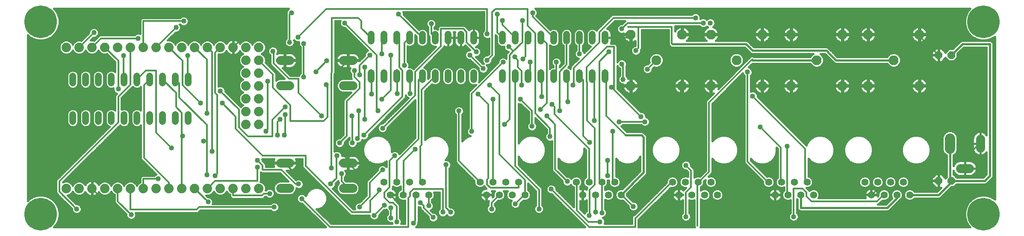
<source format=gtl>
G75*
%MOIN*%
%OFA0B0*%
%FSLAX24Y24*%
%IPPOS*%
%LPD*%
%AMOC8*
5,1,8,0,0,1.08239X$1,22.5*
%
%ADD10C,0.0765*%
%ADD11C,0.0705*%
%ADD12C,0.0520*%
%ADD13C,0.0554*%
%ADD14C,0.0700*%
%ADD15C,0.0800*%
%ADD16C,0.0740*%
%ADD17OC8,0.0594*%
%ADD18C,0.0160*%
%ADD19C,0.0140*%
%ADD20C,0.0400*%
%ADD21C,0.2540*%
D10*
X047680Y011680D03*
X051680Y011680D03*
X053930Y011680D03*
X057930Y011680D03*
X060180Y011680D03*
X064180Y011680D03*
X066180Y011680D03*
X070180Y011680D03*
X068180Y013680D03*
X062180Y013680D03*
X055930Y013680D03*
X049680Y013680D03*
X047680Y015680D03*
X051680Y015680D03*
X053930Y015680D03*
X057930Y015680D03*
X060180Y015680D03*
X064180Y015680D03*
X066180Y015680D03*
X070180Y015680D03*
D11*
X025993Y013660D02*
X025288Y013660D01*
X021073Y013660D02*
X020368Y013660D01*
X020368Y011700D02*
X021073Y011700D01*
X025288Y011700D02*
X025993Y011700D01*
X025993Y005660D02*
X025288Y005660D01*
X021073Y005660D02*
X020368Y005660D01*
X020368Y003700D02*
X021073Y003700D01*
X025288Y003700D02*
X025993Y003700D01*
D12*
X013180Y008920D02*
X013180Y009440D01*
X012180Y009440D02*
X012180Y008920D01*
X011180Y008920D02*
X011180Y009440D01*
X010180Y009440D02*
X010180Y008920D01*
X009180Y008920D02*
X009180Y009440D01*
X008180Y009440D02*
X008180Y008920D01*
X007180Y008920D02*
X007180Y009440D01*
X006180Y009440D02*
X006180Y008920D01*
X005180Y008920D02*
X005180Y009440D01*
X004180Y009440D02*
X004180Y008920D01*
X004180Y011920D02*
X004180Y012440D01*
X005180Y012440D02*
X005180Y011920D01*
X006180Y011920D02*
X006180Y012440D01*
X007180Y012440D02*
X007180Y011920D01*
X008180Y011920D02*
X008180Y012440D01*
X009180Y012440D02*
X009180Y011920D01*
X010180Y011920D02*
X010180Y012440D01*
X011180Y012440D02*
X011180Y011920D01*
X012180Y011920D02*
X012180Y012440D01*
X013180Y012440D02*
X013180Y011920D01*
X027430Y012170D02*
X027430Y012690D01*
X028430Y012690D02*
X028430Y012170D01*
X029430Y012170D02*
X029430Y012690D01*
X030430Y012690D02*
X030430Y012170D01*
X031430Y012170D02*
X031430Y012690D01*
X032430Y012690D02*
X032430Y012170D01*
X033430Y012170D02*
X033430Y012690D01*
X034430Y012690D02*
X034430Y012170D01*
X035430Y012170D02*
X035430Y012690D01*
X037680Y012690D02*
X037680Y012170D01*
X038680Y012170D02*
X038680Y012690D01*
X039680Y012690D02*
X039680Y012170D01*
X040680Y012170D02*
X040680Y012690D01*
X041680Y012690D02*
X041680Y012170D01*
X042680Y012170D02*
X042680Y012690D01*
X043680Y012690D02*
X043680Y012170D01*
X044680Y012170D02*
X044680Y012690D01*
X045680Y012690D02*
X045680Y012170D01*
X045680Y015170D02*
X045680Y015690D01*
X044680Y015690D02*
X044680Y015170D01*
X043680Y015170D02*
X043680Y015690D01*
X042680Y015690D02*
X042680Y015170D01*
X041680Y015170D02*
X041680Y015690D01*
X040680Y015690D02*
X040680Y015170D01*
X039680Y015170D02*
X039680Y015690D01*
X038680Y015690D02*
X038680Y015170D01*
X037680Y015170D02*
X037680Y015690D01*
X035430Y015690D02*
X035430Y015170D01*
X034430Y015170D02*
X034430Y015690D01*
X033430Y015690D02*
X033430Y015170D01*
X032430Y015170D02*
X032430Y015690D01*
X031430Y015690D02*
X031430Y015170D01*
X030430Y015170D02*
X030430Y015690D01*
X029430Y015690D02*
X029430Y015170D01*
X028430Y015170D02*
X028430Y015690D01*
X027430Y015690D02*
X027430Y015170D01*
D13*
X028430Y004180D03*
X029430Y004180D03*
X030430Y004180D03*
X031430Y004180D03*
X030930Y003180D03*
X029930Y003180D03*
X028930Y003180D03*
X031930Y003180D03*
X035930Y004180D03*
X036930Y004180D03*
X037930Y004180D03*
X038930Y004180D03*
X038430Y003180D03*
X039430Y003180D03*
X037430Y003180D03*
X036430Y003180D03*
X043430Y004180D03*
X044430Y004180D03*
X045430Y004180D03*
X046430Y004180D03*
X045930Y003180D03*
X044930Y003180D03*
X043930Y003180D03*
X046930Y003180D03*
X050930Y004180D03*
X051930Y004180D03*
X052930Y004180D03*
X053930Y004180D03*
X053430Y003180D03*
X052430Y003180D03*
X051430Y003180D03*
X054430Y003180D03*
X058430Y004180D03*
X059430Y004180D03*
X060430Y004180D03*
X061430Y004180D03*
X060930Y003180D03*
X061930Y003180D03*
X059930Y003180D03*
X058930Y003180D03*
X065930Y004180D03*
X066930Y004180D03*
X067930Y004180D03*
X068930Y004180D03*
X068430Y003180D03*
X067430Y003180D03*
X066430Y003180D03*
X069430Y003180D03*
D14*
X073379Y005251D02*
X074079Y005251D01*
X074930Y006830D02*
X074930Y007530D01*
D15*
X072568Y007580D02*
X072568Y006780D01*
D16*
X018680Y008680D03*
X017680Y008680D03*
X017680Y009680D03*
X018680Y009680D03*
X018680Y010680D03*
X017680Y010680D03*
X017680Y011680D03*
X018680Y011680D03*
X018680Y012680D03*
X017680Y012680D03*
X017680Y013680D03*
X018680Y013680D03*
X018680Y014680D03*
X017680Y014680D03*
X016680Y014680D03*
X015680Y014680D03*
X014680Y014680D03*
X013680Y014680D03*
X012680Y014680D03*
X011680Y014680D03*
X010680Y014680D03*
X009680Y014680D03*
X008680Y014680D03*
X007680Y014680D03*
X006680Y014680D03*
X005680Y014680D03*
X004680Y014680D03*
X003680Y014680D03*
X003680Y003680D03*
X004680Y003680D03*
X005680Y003680D03*
X006680Y003680D03*
X007680Y003680D03*
X008680Y003680D03*
X009680Y003680D03*
X010680Y003680D03*
X011680Y003680D03*
X012680Y003680D03*
X013680Y003680D03*
X014680Y003680D03*
X015680Y003680D03*
X016680Y003680D03*
X017680Y003680D03*
X018680Y003680D03*
D17*
X071680Y004280D03*
X072680Y004280D03*
X072680Y014080D03*
X071680Y014080D03*
D18*
X002840Y000790D02*
X002711Y000660D01*
X023896Y000660D01*
X022056Y002500D01*
X021954Y002500D01*
X021815Y002558D01*
X021708Y002665D01*
X021650Y002804D01*
X021650Y002956D01*
X021708Y003095D01*
X021815Y003202D01*
X021954Y003260D01*
X022106Y003260D01*
X022245Y003202D01*
X022352Y003095D01*
X022353Y003094D01*
X022472Y003383D01*
X022707Y003618D01*
X023014Y003745D01*
X023346Y003745D01*
X023653Y003618D01*
X023888Y003383D01*
X024015Y003076D01*
X024015Y002744D01*
X023888Y002437D01*
X023653Y002202D01*
X023346Y002075D01*
X023189Y002075D01*
X024334Y000930D01*
X029081Y000930D01*
X029052Y001000D01*
X028904Y001000D01*
X028765Y001058D01*
X028658Y001165D01*
X028600Y001304D01*
X028600Y001456D01*
X028658Y001595D01*
X028730Y001667D01*
X028730Y001893D01*
X028658Y001965D01*
X028630Y002031D01*
X028556Y002000D01*
X028454Y002000D01*
X028060Y001606D01*
X028060Y001504D01*
X028002Y001365D01*
X027895Y001258D01*
X027756Y001200D01*
X027604Y001200D01*
X027465Y001258D01*
X027358Y001365D01*
X027300Y001504D01*
X027300Y001580D01*
X025880Y001580D01*
X025788Y001618D01*
X025718Y001688D01*
X022118Y005288D01*
X022080Y005380D01*
X022080Y005980D01*
X021560Y005980D01*
X021571Y005965D01*
X021612Y005884D01*
X021641Y005796D01*
X021655Y005706D01*
X021655Y005698D01*
X020758Y005698D01*
X020758Y005622D01*
X021655Y005622D01*
X021655Y005614D01*
X021641Y005524D01*
X021612Y005436D01*
X021571Y005355D01*
X021517Y005281D01*
X021452Y005216D01*
X021378Y005162D01*
X021296Y005120D01*
X021209Y005092D01*
X021118Y005078D01*
X020836Y005078D01*
X021563Y004350D01*
X021565Y004352D01*
X021704Y004410D01*
X021856Y004410D01*
X021995Y004352D01*
X022102Y004245D01*
X022160Y004106D01*
X022160Y003954D01*
X022102Y003815D01*
X021995Y003708D01*
X021856Y003650D01*
X021704Y003650D01*
X021605Y003691D01*
X021605Y003594D01*
X021524Y003398D01*
X021374Y003249D01*
X021178Y003168D01*
X020262Y003168D01*
X020066Y003249D01*
X019916Y003398D01*
X019835Y003594D01*
X019835Y003806D01*
X019916Y004002D01*
X020066Y004151D01*
X020262Y004232D01*
X020974Y004232D01*
X020326Y004880D01*
X018930Y004880D01*
X018838Y004918D01*
X018830Y004926D01*
X018830Y004230D01*
X018824Y004216D01*
X018992Y004146D01*
X019146Y003992D01*
X019230Y003789D01*
X019230Y003571D01*
X019213Y003530D01*
X019243Y003530D01*
X019315Y003602D01*
X019454Y003660D01*
X019606Y003660D01*
X019745Y003602D01*
X019852Y003495D01*
X019910Y003356D01*
X019910Y003204D01*
X019852Y003065D01*
X019745Y002958D01*
X019606Y002900D01*
X019454Y002900D01*
X019315Y002958D01*
X019243Y003030D01*
X019184Y003030D01*
X019142Y002988D01*
X019072Y002918D01*
X018980Y002880D01*
X016630Y002880D01*
X016538Y002918D01*
X016468Y002988D01*
X016430Y003080D01*
X016430Y003188D01*
X016368Y003214D01*
X016214Y003368D01*
X016180Y003450D01*
X016146Y003368D01*
X015992Y003214D01*
X015789Y003130D01*
X015571Y003130D01*
X015368Y003214D01*
X015214Y003368D01*
X015180Y003450D01*
X015146Y003368D01*
X014992Y003214D01*
X014789Y003130D01*
X014584Y003130D01*
X014704Y003010D01*
X014806Y003010D01*
X014945Y002952D01*
X015052Y002845D01*
X015110Y002706D01*
X015110Y002554D01*
X015079Y002480D01*
X019593Y002480D01*
X019665Y002552D01*
X019804Y002610D01*
X019956Y002610D01*
X020095Y002552D01*
X020202Y002445D01*
X020260Y002306D01*
X020260Y002154D01*
X020202Y002015D01*
X020095Y001908D01*
X019956Y001850D01*
X019804Y001850D01*
X019665Y001908D01*
X019593Y001980D01*
X014134Y001980D01*
X014042Y001888D01*
X013972Y001818D01*
X013880Y001780D01*
X009079Y001780D01*
X009110Y001706D01*
X009110Y001554D01*
X009052Y001415D01*
X008945Y001308D01*
X008806Y001250D01*
X008654Y001250D01*
X008515Y001308D01*
X008408Y001415D01*
X008350Y001554D01*
X008350Y001656D01*
X007538Y002468D01*
X007468Y002538D01*
X007430Y002630D01*
X007430Y003188D01*
X007368Y003214D01*
X007214Y003368D01*
X007180Y003450D01*
X007146Y003368D01*
X006992Y003214D01*
X006789Y003130D01*
X006571Y003130D01*
X006368Y003214D01*
X006214Y003368D01*
X006205Y003389D01*
X006193Y003366D01*
X006138Y003289D01*
X006071Y003222D01*
X005994Y003167D01*
X005910Y003124D01*
X005820Y003095D01*
X005727Y003080D01*
X005700Y003080D01*
X005700Y003660D01*
X005660Y003660D01*
X005660Y003080D01*
X005633Y003080D01*
X005539Y003095D01*
X005450Y003124D01*
X005366Y003167D01*
X005289Y003222D01*
X005222Y003289D01*
X005167Y003366D01*
X005155Y003389D01*
X005146Y003368D01*
X004992Y003214D01*
X004789Y003130D01*
X004571Y003130D01*
X004368Y003214D01*
X004214Y003368D01*
X004180Y003450D01*
X004146Y003368D01*
X003992Y003214D01*
X003789Y003130D01*
X003784Y003130D01*
X004454Y002460D01*
X004556Y002460D01*
X004695Y002402D01*
X004802Y002295D01*
X004860Y002156D01*
X004860Y002004D01*
X004802Y001865D01*
X004695Y001758D01*
X004556Y001700D01*
X004404Y001700D01*
X004265Y001758D01*
X004158Y001865D01*
X004100Y002004D01*
X004100Y002106D01*
X002988Y003218D01*
X002988Y003218D01*
X002918Y003288D01*
X002880Y003380D01*
X002880Y004280D01*
X002918Y004372D01*
X007046Y008499D01*
X006931Y008547D01*
X006807Y008671D01*
X006740Y008832D01*
X006740Y009528D01*
X006807Y009689D01*
X006931Y009813D01*
X007092Y009880D01*
X007268Y009880D01*
X007429Y009813D01*
X007480Y009762D01*
X007480Y010880D01*
X007518Y010972D01*
X007613Y011067D01*
X007515Y011108D01*
X007408Y011215D01*
X007350Y011354D01*
X007350Y011506D01*
X007354Y011516D01*
X007268Y011480D01*
X007092Y011480D01*
X006931Y011547D01*
X006807Y011671D01*
X006740Y011832D01*
X006740Y012528D01*
X006807Y012689D01*
X006931Y012813D01*
X007092Y012880D01*
X007268Y012880D01*
X007429Y012813D01*
X007480Y012762D01*
X007480Y013526D01*
X006851Y014155D01*
X006789Y014130D01*
X006571Y014130D01*
X006368Y014214D01*
X006214Y014368D01*
X006180Y014450D01*
X006146Y014368D01*
X005992Y014214D01*
X005789Y014130D01*
X005571Y014130D01*
X005368Y014214D01*
X005214Y014368D01*
X005180Y014450D01*
X005146Y014368D01*
X004992Y014214D01*
X004789Y014130D01*
X004571Y014130D01*
X004368Y014214D01*
X004214Y014368D01*
X004180Y014450D01*
X004146Y014368D01*
X003992Y014214D01*
X003789Y014130D01*
X003571Y014130D01*
X003368Y014214D01*
X003214Y014368D01*
X003130Y014571D01*
X003130Y014789D01*
X003214Y014992D01*
X003368Y015146D01*
X003571Y015230D01*
X003789Y015230D01*
X003992Y015146D01*
X004146Y014992D01*
X004180Y014910D01*
X004214Y014992D01*
X004368Y015146D01*
X004571Y015230D01*
X004789Y015230D01*
X004851Y015205D01*
X005450Y015804D01*
X005450Y015906D01*
X005508Y016045D01*
X005615Y016152D01*
X005754Y016210D01*
X005906Y016210D01*
X006045Y016152D01*
X006152Y016045D01*
X006210Y015906D01*
X006210Y015754D01*
X006152Y015615D01*
X006045Y015508D01*
X005906Y015450D01*
X005804Y015450D01*
X005584Y015230D01*
X005789Y015230D01*
X005851Y015205D01*
X006168Y015522D01*
X006238Y015592D01*
X006330Y015630D01*
X008993Y015630D01*
X009065Y015702D01*
X009204Y015760D01*
X009356Y015760D01*
X009430Y015729D01*
X009430Y016780D01*
X009468Y016872D01*
X009538Y016942D01*
X009630Y016980D01*
X012543Y016980D01*
X012615Y017052D01*
X012754Y017110D01*
X012906Y017110D01*
X013045Y017052D01*
X013152Y016945D01*
X013210Y016806D01*
X013210Y016654D01*
X013152Y016515D01*
X013045Y016408D01*
X012906Y016350D01*
X012754Y016350D01*
X012615Y016408D01*
X012543Y016480D01*
X012517Y016480D01*
X012552Y016445D01*
X012610Y016306D01*
X012610Y016154D01*
X012552Y016015D01*
X012445Y015908D01*
X012306Y015850D01*
X012204Y015850D01*
X011584Y015230D01*
X011789Y015230D01*
X011992Y015146D01*
X012146Y014992D01*
X012180Y014910D01*
X012214Y014992D01*
X012368Y015146D01*
X012571Y015230D01*
X012789Y015230D01*
X012992Y015146D01*
X013146Y014992D01*
X013180Y014910D01*
X013214Y014992D01*
X013368Y015146D01*
X013571Y015230D01*
X013789Y015230D01*
X013992Y015146D01*
X014146Y014992D01*
X014180Y014910D01*
X014214Y014992D01*
X014368Y015146D01*
X014571Y015230D01*
X014789Y015230D01*
X014992Y015146D01*
X015146Y014992D01*
X015180Y014910D01*
X015214Y014992D01*
X015368Y015146D01*
X015571Y015230D01*
X015789Y015230D01*
X015992Y015146D01*
X016146Y014992D01*
X016155Y014971D01*
X016167Y014994D01*
X016222Y015071D01*
X016289Y015138D01*
X016366Y015193D01*
X016450Y015236D01*
X016539Y015265D01*
X016633Y015280D01*
X016660Y015280D01*
X016660Y014700D01*
X016700Y014700D01*
X016700Y015280D01*
X016727Y015280D01*
X016820Y015265D01*
X016910Y015236D01*
X016994Y015193D01*
X017071Y015138D01*
X017138Y015071D01*
X017193Y014994D01*
X017205Y014971D01*
X017214Y014992D01*
X017368Y015146D01*
X017571Y015230D01*
X017789Y015230D01*
X017992Y015146D01*
X018146Y014992D01*
X018180Y014910D01*
X018214Y014992D01*
X018368Y015146D01*
X018571Y015230D01*
X018789Y015230D01*
X018992Y015146D01*
X019146Y014992D01*
X019230Y014789D01*
X019230Y014571D01*
X019146Y014368D01*
X018992Y014214D01*
X018910Y014180D01*
X018992Y014146D01*
X019146Y013992D01*
X019230Y013789D01*
X019230Y013571D01*
X019205Y013509D01*
X019992Y012722D01*
X020030Y012630D01*
X020030Y012116D01*
X020066Y012151D01*
X020262Y012232D01*
X020674Y012232D01*
X019618Y013288D01*
X019580Y013380D01*
X019580Y014052D01*
X019565Y014058D01*
X019458Y014165D01*
X019400Y014304D01*
X019400Y014456D01*
X019458Y014595D01*
X019565Y014702D01*
X019704Y014760D01*
X019856Y014760D01*
X019995Y014702D01*
X020102Y014595D01*
X020160Y014456D01*
X020160Y014304D01*
X020109Y014182D01*
X020144Y014200D01*
X020231Y014228D01*
X020322Y014242D01*
X020682Y014242D01*
X020682Y013698D01*
X020758Y013698D01*
X020758Y014242D01*
X021118Y014242D01*
X021209Y014228D01*
X021296Y014200D01*
X021378Y014158D01*
X021452Y014104D01*
X021517Y014039D01*
X021571Y013965D01*
X021612Y013884D01*
X021641Y013796D01*
X021655Y013706D01*
X021655Y013698D01*
X020758Y013698D01*
X020758Y013622D01*
X021655Y013622D01*
X021655Y013614D01*
X021641Y013524D01*
X021612Y013436D01*
X021571Y013355D01*
X021517Y013281D01*
X021452Y013216D01*
X021378Y013162D01*
X021296Y013120D01*
X021209Y013092D01*
X021118Y013078D01*
X020758Y013078D01*
X020758Y013622D01*
X020682Y013622D01*
X020682Y013078D01*
X020536Y013078D01*
X021134Y012480D01*
X021810Y012480D01*
X021858Y012595D01*
X021930Y012667D01*
X021930Y014693D01*
X021858Y014765D01*
X021800Y014904D01*
X021800Y015056D01*
X021821Y015106D01*
X021806Y015100D01*
X021654Y015100D01*
X021515Y015158D01*
X021420Y015253D01*
X021460Y015156D01*
X021460Y015004D01*
X021402Y014865D01*
X021295Y014758D01*
X021156Y014700D01*
X021004Y014700D01*
X020865Y014758D01*
X020758Y014865D01*
X020700Y015004D01*
X020700Y015156D01*
X020758Y015295D01*
X020830Y015367D01*
X020830Y017280D01*
X020850Y017328D01*
X020850Y017456D01*
X020908Y017595D01*
X021009Y017696D01*
X002715Y017696D01*
X002840Y017570D01*
X003031Y017240D01*
X003130Y016871D01*
X003130Y016489D01*
X003031Y016120D01*
X002840Y015790D01*
X002570Y015520D01*
X002240Y015329D01*
X001871Y015230D01*
X001489Y015230D01*
X001120Y015329D01*
X000790Y015520D01*
X000660Y015649D01*
X000660Y002711D01*
X000790Y002840D01*
X001120Y003031D01*
X001489Y003130D01*
X001871Y003130D01*
X002240Y003031D01*
X002570Y002840D01*
X002840Y002570D01*
X003031Y002240D01*
X003130Y001871D01*
X003130Y001489D01*
X003031Y001120D01*
X002840Y000790D01*
X002854Y000814D02*
X023742Y000814D01*
X023584Y000973D02*
X002946Y000973D01*
X003034Y001131D02*
X023425Y001131D01*
X023267Y001290D02*
X008901Y001290D01*
X009066Y001448D02*
X023108Y001448D01*
X022950Y001607D02*
X009110Y001607D01*
X009085Y001765D02*
X022791Y001765D01*
X022633Y001924D02*
X020111Y001924D01*
X020230Y002082D02*
X022474Y002082D01*
X022316Y002241D02*
X020260Y002241D01*
X020221Y002399D02*
X022157Y002399D01*
X021816Y002558D02*
X020082Y002558D01*
X019678Y002558D02*
X015110Y002558D01*
X015106Y002716D02*
X021687Y002716D01*
X021650Y002875D02*
X015023Y002875D01*
X014681Y003033D02*
X016450Y003033D01*
X016422Y003192D02*
X015938Y003192D01*
X016128Y003350D02*
X016232Y003350D01*
X015422Y003192D02*
X014938Y003192D01*
X015128Y003350D02*
X015232Y003350D01*
X018830Y004301D02*
X020905Y004301D01*
X020747Y004460D02*
X018830Y004460D01*
X018830Y004618D02*
X020588Y004618D01*
X020430Y004777D02*
X018830Y004777D01*
X020979Y004935D02*
X022471Y004935D01*
X022313Y005094D02*
X021214Y005094D01*
X021488Y005252D02*
X022154Y005252D01*
X022080Y005411D02*
X021599Y005411D01*
X021648Y005569D02*
X022080Y005569D01*
X022080Y005728D02*
X021652Y005728D01*
X021611Y005886D02*
X022080Y005886D01*
X020682Y005698D02*
X020682Y005622D01*
X019785Y005622D01*
X019785Y005614D01*
X019799Y005524D01*
X019828Y005436D01*
X019856Y005380D01*
X019230Y005380D01*
X019230Y005530D01*
X019192Y005622D01*
X018960Y005854D01*
X018960Y005956D01*
X018950Y005980D01*
X019880Y005980D01*
X019869Y005965D01*
X019828Y005884D01*
X019799Y005796D01*
X019785Y005706D01*
X019785Y005698D01*
X020682Y005698D01*
X019829Y005886D02*
X018960Y005886D01*
X019086Y005728D02*
X019788Y005728D01*
X019792Y005569D02*
X019214Y005569D01*
X019230Y005411D02*
X019841Y005411D01*
X021137Y004777D02*
X022630Y004777D01*
X022788Y004618D02*
X021296Y004618D01*
X021454Y004460D02*
X022947Y004460D01*
X023105Y004301D02*
X022046Y004301D01*
X022145Y004143D02*
X023264Y004143D01*
X023422Y003984D02*
X022160Y003984D01*
X022107Y003826D02*
X023581Y003826D01*
X023534Y003667D02*
X023739Y003667D01*
X023762Y003509D02*
X023898Y003509D01*
X023902Y003350D02*
X024056Y003350D01*
X023967Y003192D02*
X024215Y003192D01*
X024373Y003033D02*
X024015Y003033D01*
X024015Y002875D02*
X024532Y002875D01*
X024690Y002716D02*
X024003Y002716D01*
X023938Y002558D02*
X024849Y002558D01*
X025007Y002399D02*
X023850Y002399D01*
X023691Y002241D02*
X025166Y002241D01*
X025324Y002082D02*
X023363Y002082D01*
X023340Y001924D02*
X025483Y001924D01*
X025641Y001765D02*
X023499Y001765D01*
X023657Y001607D02*
X025816Y001607D01*
X026034Y002080D02*
X024432Y003682D01*
X024495Y003708D01*
X024602Y003815D01*
X024660Y003954D01*
X024660Y004056D01*
X024880Y004276D01*
X024880Y004180D01*
X024918Y004088D01*
X024920Y004086D01*
X024836Y004002D01*
X024755Y003806D01*
X024755Y003594D01*
X024836Y003398D01*
X024986Y003249D01*
X025182Y003168D01*
X026098Y003168D01*
X026294Y003249D01*
X026444Y003398D01*
X026525Y003594D01*
X026525Y003806D01*
X026444Y004002D01*
X026294Y004151D01*
X026098Y004232D01*
X025481Y004232D01*
X025380Y004334D01*
X025380Y004543D01*
X025452Y004615D01*
X025510Y004754D01*
X025510Y004906D01*
X025452Y005045D01*
X025420Y005078D01*
X025602Y005078D01*
X025602Y005622D01*
X024980Y005622D01*
X024980Y005698D01*
X025602Y005698D01*
X025602Y006242D01*
X025242Y006242D01*
X025160Y006230D01*
X025160Y006306D01*
X025102Y006445D01*
X024995Y006552D01*
X024856Y006610D01*
X024704Y006610D01*
X024580Y006558D01*
X024580Y012576D01*
X024592Y012588D01*
X024630Y012680D01*
X024630Y016730D01*
X025031Y016730D01*
X025000Y016656D01*
X025000Y016504D01*
X025058Y016365D01*
X025165Y016258D01*
X025304Y016200D01*
X025406Y016200D01*
X027178Y014428D01*
X027115Y014402D01*
X027008Y014295D01*
X026950Y014156D01*
X026950Y014054D01*
X026519Y013622D01*
X025678Y013622D01*
X025678Y013698D01*
X025602Y013698D01*
X025602Y014242D01*
X025242Y014242D01*
X025151Y014228D01*
X025064Y014200D01*
X024982Y014158D01*
X024908Y014104D01*
X024843Y014039D01*
X024789Y013965D01*
X024748Y013884D01*
X024719Y013796D01*
X024705Y013706D01*
X024705Y013698D01*
X025602Y013698D01*
X025602Y013622D01*
X025678Y013622D01*
X025678Y013078D01*
X025800Y013078D01*
X025750Y012956D01*
X025750Y012804D01*
X025808Y012665D01*
X025880Y012593D01*
X025880Y012330D01*
X025918Y012238D01*
X025924Y012232D01*
X025182Y012232D01*
X024986Y012151D01*
X024836Y012002D01*
X024755Y011806D01*
X024755Y011594D01*
X024836Y011398D01*
X024986Y011249D01*
X025182Y011168D01*
X025864Y011168D01*
X025318Y010622D01*
X025280Y010530D01*
X025280Y007884D01*
X025006Y007610D01*
X024904Y007610D01*
X024765Y007552D01*
X024658Y007445D01*
X024600Y007306D01*
X024600Y007154D01*
X024580Y007154D01*
X024600Y007154D02*
X024658Y007015D01*
X024765Y006908D01*
X024904Y006850D01*
X025056Y006850D01*
X025195Y006908D01*
X025302Y007015D01*
X025360Y007154D01*
X025600Y007154D01*
X025658Y007015D01*
X025765Y006908D01*
X025904Y006850D01*
X026056Y006850D01*
X026195Y006908D01*
X026302Y007015D01*
X026360Y007154D01*
X026910Y007154D01*
X026886Y007112D02*
X026810Y006827D01*
X026810Y006533D01*
X026886Y006248D01*
X027034Y005992D01*
X027242Y005784D01*
X027498Y005636D01*
X027783Y005560D01*
X028077Y005560D01*
X028362Y005636D01*
X028618Y005784D01*
X028630Y005796D01*
X028630Y005367D01*
X028545Y005452D01*
X028406Y005510D01*
X028254Y005510D01*
X028115Y005452D01*
X028008Y005345D01*
X027950Y005206D01*
X027950Y005104D01*
X027188Y004342D01*
X027118Y004272D01*
X027080Y004180D01*
X027080Y003134D01*
X026556Y002610D01*
X026454Y002610D01*
X026315Y002552D01*
X026208Y002445D01*
X026150Y002306D01*
X026150Y002154D01*
X026181Y002080D01*
X026034Y002080D01*
X026032Y002082D02*
X026180Y002082D01*
X026150Y002241D02*
X025873Y002241D01*
X025715Y002399D02*
X026189Y002399D01*
X026328Y002558D02*
X025556Y002558D01*
X025398Y002716D02*
X026662Y002716D01*
X026821Y002875D02*
X025239Y002875D01*
X025081Y003033D02*
X026979Y003033D01*
X027080Y003192D02*
X026156Y003192D01*
X026396Y003350D02*
X027080Y003350D01*
X027080Y003509D02*
X026490Y003509D01*
X026525Y003667D02*
X027080Y003667D01*
X027080Y003826D02*
X026517Y003826D01*
X026451Y003984D02*
X027080Y003984D01*
X027080Y004143D02*
X026303Y004143D01*
X027147Y004301D02*
X025413Y004301D01*
X025380Y004460D02*
X027306Y004460D01*
X027464Y004618D02*
X025453Y004618D01*
X025510Y004777D02*
X027623Y004777D01*
X027781Y004935D02*
X025498Y004935D01*
X025602Y005094D02*
X025678Y005094D01*
X025678Y005078D02*
X026038Y005078D01*
X026129Y005092D01*
X026216Y005120D01*
X026298Y005162D01*
X026372Y005216D01*
X026437Y005281D01*
X026491Y005355D01*
X026532Y005436D01*
X026561Y005524D01*
X026575Y005614D01*
X026575Y005622D01*
X025678Y005622D01*
X025678Y005698D01*
X025602Y005698D01*
X025602Y005622D01*
X025678Y005622D01*
X025678Y005078D01*
X025678Y005252D02*
X025602Y005252D01*
X025602Y005411D02*
X025678Y005411D01*
X025678Y005569D02*
X025602Y005569D01*
X025678Y005698D02*
X026575Y005698D01*
X026575Y005706D01*
X026561Y005796D01*
X026532Y005884D01*
X026491Y005965D01*
X026437Y006039D01*
X026372Y006104D01*
X026298Y006158D01*
X026216Y006200D01*
X026129Y006228D01*
X026038Y006242D01*
X025678Y006242D01*
X025678Y005698D01*
X025678Y005728D02*
X025602Y005728D01*
X025602Y005886D02*
X025678Y005886D01*
X025678Y006045D02*
X025602Y006045D01*
X025602Y006203D02*
X025678Y006203D01*
X026206Y006203D02*
X026912Y006203D01*
X026856Y006362D02*
X025137Y006362D01*
X025027Y006520D02*
X026813Y006520D01*
X026810Y006679D02*
X024580Y006679D01*
X024580Y006837D02*
X026813Y006837D01*
X026855Y006996D02*
X026283Y006996D01*
X026360Y007154D02*
X026360Y007200D01*
X026456Y007200D01*
X026595Y007258D01*
X026702Y007365D01*
X026747Y007474D01*
X026804Y007450D01*
X026956Y007450D01*
X027095Y007508D01*
X027202Y007615D01*
X027260Y007754D01*
X027260Y007856D01*
X030092Y010688D01*
X030130Y010780D01*
X030130Y010932D01*
X030158Y010865D01*
X030265Y010758D01*
X030328Y010732D01*
X028356Y008760D01*
X028254Y008760D01*
X028115Y008702D01*
X028008Y008595D01*
X027950Y008456D01*
X027950Y008304D01*
X028008Y008165D01*
X028115Y008058D01*
X028254Y008000D01*
X028406Y008000D01*
X028545Y008058D01*
X028652Y008165D01*
X028710Y008304D01*
X028710Y008406D01*
X030880Y010576D01*
X030880Y007634D01*
X029628Y006382D01*
X029602Y006445D01*
X029495Y006552D01*
X029356Y006610D01*
X029204Y006610D01*
X029065Y006552D01*
X029050Y006537D01*
X029050Y006827D01*
X028974Y007112D01*
X028826Y007368D01*
X028618Y007576D01*
X028362Y007724D01*
X028077Y007800D01*
X027783Y007800D01*
X027498Y007724D01*
X027242Y007576D01*
X027034Y007368D01*
X026886Y007112D01*
X027002Y007313D02*
X026650Y007313D01*
X026746Y007471D02*
X026754Y007471D01*
X027006Y007471D02*
X027137Y007471D01*
X027208Y007630D02*
X027335Y007630D01*
X027260Y007788D02*
X027738Y007788D01*
X028122Y007788D02*
X030880Y007788D01*
X030880Y007947D02*
X027350Y007947D01*
X027509Y008105D02*
X028068Y008105D01*
X027967Y008264D02*
X027667Y008264D01*
X027826Y008422D02*
X027950Y008422D01*
X027984Y008581D02*
X028002Y008581D01*
X028143Y008739D02*
X028204Y008739D01*
X028301Y008898D02*
X028494Y008898D01*
X028460Y009056D02*
X028652Y009056D01*
X028618Y009215D02*
X028811Y009215D01*
X028777Y009373D02*
X028969Y009373D01*
X028935Y009532D02*
X029128Y009532D01*
X029094Y009690D02*
X029286Y009690D01*
X029252Y009849D02*
X029445Y009849D01*
X029411Y010007D02*
X029603Y010007D01*
X029569Y010166D02*
X029762Y010166D01*
X029728Y010324D02*
X029920Y010324D01*
X029886Y010483D02*
X030079Y010483D01*
X030045Y010641D02*
X030237Y010641D01*
X030223Y010800D02*
X030130Y010800D01*
X030628Y010324D02*
X030880Y010324D01*
X030880Y010166D02*
X030469Y010166D01*
X030311Y010007D02*
X030880Y010007D01*
X030880Y009849D02*
X030152Y009849D01*
X029994Y009690D02*
X030880Y009690D01*
X030880Y009532D02*
X029835Y009532D01*
X029677Y009373D02*
X030880Y009373D01*
X030880Y009215D02*
X029518Y009215D01*
X029360Y009056D02*
X030880Y009056D01*
X030880Y008898D02*
X029201Y008898D01*
X029043Y008739D02*
X030880Y008739D01*
X030880Y008581D02*
X028884Y008581D01*
X028726Y008422D02*
X030880Y008422D01*
X030880Y008264D02*
X028693Y008264D01*
X028592Y008105D02*
X030880Y008105D01*
X031630Y008105D02*
X034030Y008105D01*
X034030Y007947D02*
X031630Y007947D01*
X031630Y007788D02*
X032238Y007788D01*
X032283Y007800D02*
X031998Y007724D01*
X031742Y007576D01*
X031630Y007464D01*
X031630Y011276D01*
X032166Y011812D01*
X032181Y011797D01*
X032342Y011730D01*
X032518Y011730D01*
X032679Y011797D01*
X032803Y011921D01*
X032870Y012082D01*
X032870Y012778D01*
X032803Y012939D01*
X032679Y013063D01*
X032518Y013130D01*
X032342Y013130D01*
X032181Y013063D01*
X032057Y012939D01*
X031990Y012778D01*
X031990Y012344D01*
X031870Y012224D01*
X031870Y012778D01*
X031803Y012939D01*
X031679Y013063D01*
X031564Y013111D01*
X033092Y014638D01*
X033130Y014730D01*
X033130Y014782D01*
X033173Y014751D01*
X033242Y014716D01*
X033315Y014692D01*
X033391Y014680D01*
X033430Y014680D01*
X033469Y014680D01*
X033545Y014692D01*
X033618Y014716D01*
X033687Y014751D01*
X033749Y014796D01*
X033804Y014851D01*
X033849Y014913D01*
X033884Y014982D01*
X033908Y015055D01*
X033920Y015131D01*
X033920Y015430D01*
X033920Y015729D01*
X033908Y015805D01*
X033884Y015878D01*
X033883Y015880D01*
X033977Y015880D01*
X033976Y015878D01*
X033952Y015805D01*
X033940Y015729D01*
X033940Y015430D01*
X034430Y015430D01*
X034430Y014680D01*
X034469Y014680D01*
X034545Y014692D01*
X034618Y014716D01*
X034687Y014751D01*
X034749Y014796D01*
X034780Y014827D01*
X035146Y014460D01*
X035054Y014460D01*
X034915Y014402D01*
X034808Y014295D01*
X034750Y014156D01*
X034750Y014004D01*
X034808Y013865D01*
X034915Y013758D01*
X035054Y013700D01*
X035156Y013700D01*
X035800Y013056D01*
X035800Y012954D01*
X035858Y012815D01*
X035965Y012708D01*
X036104Y012650D01*
X036256Y012650D01*
X036395Y012708D01*
X036502Y012815D01*
X036560Y012954D01*
X036560Y013106D01*
X036502Y013245D01*
X036447Y013300D01*
X036556Y013300D01*
X036695Y013358D01*
X036802Y013465D01*
X036860Y013604D01*
X036860Y013706D01*
X037022Y013868D01*
X037092Y013938D01*
X037130Y014030D01*
X037130Y015626D01*
X037138Y015618D01*
X037138Y015618D01*
X037240Y015516D01*
X037240Y015082D01*
X037307Y014921D01*
X037431Y014797D01*
X037592Y014730D01*
X037768Y014730D01*
X037800Y014743D01*
X037800Y014654D01*
X037858Y014515D01*
X037965Y014408D01*
X038104Y014350D01*
X038146Y014350D01*
X038018Y014222D01*
X037980Y014130D01*
X037980Y013817D01*
X037945Y013852D01*
X037806Y013910D01*
X037654Y013910D01*
X037515Y013852D01*
X037408Y013745D01*
X037350Y013606D01*
X037350Y013504D01*
X035828Y011982D01*
X035870Y012082D01*
X035870Y012778D01*
X035803Y012939D01*
X035679Y013063D01*
X035518Y013130D01*
X035342Y013130D01*
X035181Y013063D01*
X035057Y012939D01*
X034990Y012778D01*
X034990Y012082D01*
X035057Y011921D01*
X035181Y011797D01*
X035342Y011730D01*
X035518Y011730D01*
X035618Y011772D01*
X035138Y011292D01*
X035068Y011222D01*
X035030Y011130D01*
X035030Y008417D01*
X034958Y008345D01*
X034900Y008206D01*
X034900Y008054D01*
X034958Y007915D01*
X035065Y007808D01*
X035162Y007768D01*
X034998Y007724D01*
X034742Y007576D01*
X034534Y007368D01*
X034530Y007361D01*
X034530Y009443D01*
X034602Y009515D01*
X034660Y009654D01*
X034660Y009806D01*
X034602Y009945D01*
X034495Y010052D01*
X034356Y010110D01*
X034204Y010110D01*
X034065Y010052D01*
X033958Y009945D01*
X033900Y009806D01*
X033900Y009654D01*
X033958Y009515D01*
X034030Y009443D01*
X034030Y005780D01*
X034068Y005688D01*
X034138Y005618D01*
X035477Y004280D01*
X035473Y004271D01*
X035473Y004089D01*
X035542Y003921D01*
X035671Y003792D01*
X035839Y003723D01*
X036021Y003723D01*
X036189Y003792D01*
X036258Y003862D01*
X036268Y003838D01*
X036419Y003687D01*
X036390Y003687D01*
X036311Y003675D01*
X036235Y003650D01*
X036164Y003614D01*
X036100Y003567D01*
X036043Y003510D01*
X035996Y003446D01*
X035960Y003375D01*
X035935Y003299D01*
X035923Y003220D01*
X035923Y003189D01*
X036421Y003189D01*
X036421Y003171D01*
X036439Y003171D01*
X036439Y003189D01*
X036937Y003189D01*
X036937Y003220D01*
X036925Y003299D01*
X036900Y003375D01*
X036864Y003446D01*
X036839Y003480D01*
X037083Y003480D01*
X037042Y003439D01*
X036973Y003271D01*
X036973Y003089D01*
X036977Y003080D01*
X036909Y003012D01*
X036925Y003061D01*
X036937Y003140D01*
X036937Y003171D01*
X036439Y003171D01*
X036439Y002673D01*
X036470Y002673D01*
X036549Y002685D01*
X036611Y002706D01*
X036580Y002630D01*
X036580Y002367D01*
X036508Y002295D01*
X036450Y002156D01*
X036450Y002004D01*
X036508Y001865D01*
X036615Y001758D01*
X036754Y001700D01*
X036906Y001700D01*
X037045Y001758D01*
X037152Y001865D01*
X037210Y002004D01*
X037210Y002156D01*
X037152Y002295D01*
X037080Y002367D01*
X037080Y002476D01*
X037330Y002727D01*
X037339Y002723D01*
X037521Y002723D01*
X037689Y002792D01*
X037818Y002921D01*
X037887Y003089D01*
X037887Y003271D01*
X037818Y003439D01*
X037777Y003480D01*
X038083Y003480D01*
X038042Y003439D01*
X037973Y003271D01*
X037973Y003089D01*
X038042Y002921D01*
X038171Y002792D01*
X038339Y002723D01*
X038385Y002723D01*
X038358Y002695D01*
X038300Y002556D01*
X038300Y002404D01*
X038358Y002265D01*
X038465Y002158D01*
X038604Y002100D01*
X038756Y002100D01*
X038895Y002158D01*
X039002Y002265D01*
X039060Y002404D01*
X039060Y002506D01*
X039295Y002741D01*
X039339Y002723D01*
X039521Y002723D01*
X039689Y002792D01*
X039818Y002921D01*
X039887Y003089D01*
X039887Y003271D01*
X039818Y003439D01*
X039689Y003568D01*
X039680Y003571D01*
X039680Y004076D01*
X040280Y003476D01*
X040280Y002367D01*
X040208Y002295D01*
X040150Y002156D01*
X040150Y002004D01*
X040208Y001865D01*
X040315Y001758D01*
X040454Y001700D01*
X040606Y001700D01*
X040745Y001758D01*
X040852Y001865D01*
X040910Y002004D01*
X040910Y002156D01*
X040852Y002295D01*
X040780Y002367D01*
X040780Y003630D01*
X040742Y003722D01*
X040672Y003792D01*
X040672Y003792D01*
X038930Y005534D01*
X038930Y006172D01*
X039034Y005992D01*
X039242Y005784D01*
X039498Y005636D01*
X039783Y005560D01*
X040077Y005560D01*
X040362Y005636D01*
X040618Y005784D01*
X040826Y005992D01*
X040974Y006248D01*
X041050Y006533D01*
X041050Y006827D01*
X040974Y007112D01*
X040826Y007368D01*
X040618Y007576D01*
X040362Y007724D01*
X040077Y007800D01*
X039783Y007800D01*
X039498Y007724D01*
X039242Y007576D01*
X039034Y007368D01*
X038930Y007188D01*
X038930Y010281D01*
X039004Y010250D01*
X039106Y010250D01*
X039730Y009626D01*
X039730Y008817D01*
X039658Y008745D01*
X039600Y008606D01*
X039600Y008454D01*
X039658Y008315D01*
X039765Y008208D01*
X039904Y008150D01*
X040056Y008150D01*
X040195Y008208D01*
X040302Y008315D01*
X040360Y008454D01*
X040360Y008606D01*
X040302Y008745D01*
X040230Y008817D01*
X040230Y009176D01*
X041130Y008276D01*
X041130Y008017D01*
X041058Y007945D01*
X041000Y007806D01*
X041000Y007654D01*
X041058Y007515D01*
X041165Y007408D01*
X041304Y007350D01*
X041456Y007350D01*
X041530Y007381D01*
X041530Y005130D01*
X041568Y005038D01*
X042350Y004256D01*
X042350Y004154D01*
X042408Y004015D01*
X042515Y003908D01*
X042654Y003850D01*
X042806Y003850D01*
X042945Y003908D01*
X043018Y003980D01*
X043042Y003921D01*
X043171Y003792D01*
X043230Y003768D01*
X043230Y002234D01*
X041860Y003604D01*
X041860Y003706D01*
X041802Y003845D01*
X041695Y003952D01*
X041556Y004010D01*
X041404Y004010D01*
X041265Y003952D01*
X041158Y003845D01*
X041100Y003706D01*
X041100Y003554D01*
X041158Y003415D01*
X041265Y003308D01*
X041404Y003250D01*
X041506Y003250D01*
X044096Y000660D01*
X030947Y000660D01*
X031052Y000765D01*
X031110Y000904D01*
X031110Y001032D01*
X031130Y001080D01*
X031130Y002231D01*
X031204Y002200D01*
X031280Y002200D01*
X031280Y002130D01*
X031318Y002038D01*
X031900Y001456D01*
X031900Y001354D01*
X031958Y001215D01*
X032065Y001108D01*
X032204Y001050D01*
X032356Y001050D01*
X032495Y001108D01*
X032602Y001215D01*
X032660Y001354D01*
X032660Y001506D01*
X032602Y001645D01*
X032495Y001752D01*
X032356Y001810D01*
X032254Y001810D01*
X032082Y001982D01*
X032145Y002008D01*
X032252Y002115D01*
X032310Y002254D01*
X032310Y002406D01*
X032252Y002545D01*
X032180Y002617D01*
X032180Y002789D01*
X032189Y002792D01*
X032318Y002921D01*
X032387Y003089D01*
X032387Y003271D01*
X032342Y003380D01*
X032780Y003380D01*
X032780Y002117D01*
X032708Y002045D01*
X032650Y001906D01*
X032650Y001754D01*
X032708Y001615D01*
X032815Y001508D01*
X032954Y001450D01*
X033106Y001450D01*
X033245Y001508D01*
X033330Y001593D01*
X033415Y001508D01*
X033554Y001450D01*
X033706Y001450D01*
X033845Y001508D01*
X033952Y001615D01*
X034010Y001754D01*
X034010Y001906D01*
X033952Y002045D01*
X033845Y002152D01*
X033706Y002210D01*
X033604Y002210D01*
X033530Y002284D01*
X033530Y005243D01*
X033602Y005315D01*
X033660Y005454D01*
X033660Y005606D01*
X033602Y005745D01*
X033495Y005852D01*
X033356Y005910D01*
X033244Y005910D01*
X033326Y005992D01*
X033474Y006248D01*
X033550Y006533D01*
X033550Y006827D01*
X033474Y007112D01*
X033326Y007368D01*
X033118Y007576D01*
X032862Y007724D01*
X032577Y007800D01*
X032283Y007800D01*
X032622Y007788D02*
X034030Y007788D01*
X034030Y007630D02*
X033025Y007630D01*
X033223Y007471D02*
X034030Y007471D01*
X034030Y007313D02*
X033358Y007313D01*
X033450Y007154D02*
X034030Y007154D01*
X034030Y006996D02*
X033505Y006996D01*
X033547Y006837D02*
X034030Y006837D01*
X034030Y006679D02*
X033550Y006679D01*
X033547Y006520D02*
X034030Y006520D01*
X034030Y006362D02*
X033504Y006362D01*
X033448Y006203D02*
X034030Y006203D01*
X034030Y006045D02*
X033356Y006045D01*
X033414Y005886D02*
X034030Y005886D01*
X034052Y005728D02*
X033609Y005728D01*
X033660Y005569D02*
X034187Y005569D01*
X034346Y005411D02*
X033642Y005411D01*
X033539Y005252D02*
X034504Y005252D01*
X034663Y005094D02*
X033530Y005094D01*
X033530Y004935D02*
X034821Y004935D01*
X034980Y004777D02*
X033530Y004777D01*
X033530Y004618D02*
X035138Y004618D01*
X035297Y004460D02*
X033530Y004460D01*
X033530Y004301D02*
X035455Y004301D01*
X035473Y004143D02*
X033530Y004143D01*
X033530Y003984D02*
X035516Y003984D01*
X035638Y003826D02*
X033530Y003826D01*
X033530Y003667D02*
X036288Y003667D01*
X036281Y003826D02*
X036222Y003826D01*
X036042Y003509D02*
X033530Y003509D01*
X033530Y003350D02*
X035952Y003350D01*
X035923Y003192D02*
X033530Y003192D01*
X033530Y003033D02*
X035944Y003033D01*
X035935Y003061D02*
X035960Y002985D01*
X035996Y002914D01*
X036043Y002850D01*
X036100Y002793D01*
X036164Y002746D01*
X036235Y002710D01*
X036311Y002685D01*
X036390Y002673D01*
X036421Y002673D01*
X036421Y003171D01*
X035923Y003171D01*
X035923Y003140D01*
X035935Y003061D01*
X036025Y002875D02*
X033530Y002875D01*
X033530Y002716D02*
X036224Y002716D01*
X036421Y002716D02*
X036439Y002716D01*
X036439Y002875D02*
X036421Y002875D01*
X036421Y003033D02*
X036439Y003033D01*
X036916Y003033D02*
X036929Y003033D01*
X036937Y003192D02*
X036973Y003192D01*
X037006Y003350D02*
X036908Y003350D01*
X037854Y003350D02*
X038006Y003350D01*
X037973Y003192D02*
X037887Y003192D01*
X037864Y003033D02*
X037996Y003033D01*
X038089Y002875D02*
X037771Y002875D01*
X037320Y002716D02*
X038379Y002716D01*
X038301Y002558D02*
X037161Y002558D01*
X037080Y002399D02*
X038302Y002399D01*
X038382Y002241D02*
X037175Y002241D01*
X037210Y002082D02*
X040150Y002082D01*
X040184Y001924D02*
X037176Y001924D01*
X037052Y001765D02*
X040308Y001765D01*
X040752Y001765D02*
X042991Y001765D01*
X042833Y001924D02*
X040876Y001924D01*
X040910Y002082D02*
X042674Y002082D01*
X042516Y002241D02*
X040875Y002241D01*
X040780Y002399D02*
X042357Y002399D01*
X042199Y002558D02*
X040780Y002558D01*
X040780Y002716D02*
X042040Y002716D01*
X041882Y002875D02*
X040780Y002875D01*
X040780Y003033D02*
X041723Y003033D01*
X041565Y003192D02*
X040780Y003192D01*
X040780Y003350D02*
X041223Y003350D01*
X041119Y003509D02*
X040780Y003509D01*
X040765Y003667D02*
X041100Y003667D01*
X041150Y003826D02*
X040638Y003826D01*
X040480Y003984D02*
X041342Y003984D01*
X041618Y003984D02*
X042439Y003984D01*
X042355Y004143D02*
X040321Y004143D01*
X040163Y004301D02*
X042305Y004301D01*
X042147Y004460D02*
X040004Y004460D01*
X039846Y004618D02*
X041988Y004618D01*
X041830Y004777D02*
X039687Y004777D01*
X039529Y004935D02*
X041671Y004935D01*
X041545Y005094D02*
X039370Y005094D01*
X039212Y005252D02*
X041530Y005252D01*
X041530Y005411D02*
X039053Y005411D01*
X038930Y005569D02*
X039749Y005569D01*
X040111Y005569D02*
X041530Y005569D01*
X041530Y005728D02*
X040520Y005728D01*
X040720Y005886D02*
X041530Y005886D01*
X041530Y006045D02*
X040856Y006045D01*
X040948Y006203D02*
X041530Y006203D01*
X041530Y006362D02*
X041004Y006362D01*
X041047Y006520D02*
X041530Y006520D01*
X041530Y006679D02*
X041050Y006679D01*
X041047Y006837D02*
X041530Y006837D01*
X041530Y006996D02*
X041005Y006996D01*
X040950Y007154D02*
X041530Y007154D01*
X041530Y007313D02*
X040858Y007313D01*
X040723Y007471D02*
X041102Y007471D01*
X041010Y007630D02*
X040525Y007630D01*
X040122Y007788D02*
X041000Y007788D01*
X041059Y007947D02*
X038930Y007947D01*
X038930Y008105D02*
X041130Y008105D01*
X041130Y008264D02*
X040251Y008264D01*
X040347Y008422D02*
X040984Y008422D01*
X040826Y008581D02*
X040360Y008581D01*
X040305Y008739D02*
X040667Y008739D01*
X040509Y008898D02*
X040230Y008898D01*
X040230Y009056D02*
X040350Y009056D01*
X039730Y009056D02*
X038930Y009056D01*
X038930Y008898D02*
X039730Y008898D01*
X039655Y008739D02*
X038930Y008739D01*
X038930Y008581D02*
X039600Y008581D01*
X039613Y008422D02*
X038930Y008422D01*
X038930Y008264D02*
X039709Y008264D01*
X039738Y007788D02*
X038930Y007788D01*
X038930Y007630D02*
X039335Y007630D01*
X039137Y007471D02*
X038930Y007471D01*
X038930Y007313D02*
X039002Y007313D01*
X039004Y006045D02*
X038930Y006045D01*
X038930Y005886D02*
X039140Y005886D01*
X039340Y005728D02*
X038930Y005728D01*
X042030Y005728D02*
X042340Y005728D01*
X042242Y005784D02*
X042498Y005636D01*
X042783Y005560D01*
X043077Y005560D01*
X043362Y005636D01*
X043618Y005784D01*
X043826Y005992D01*
X043974Y006248D01*
X044050Y006533D01*
X044050Y006806D01*
X044180Y006676D01*
X044180Y004571D01*
X044171Y004568D01*
X044042Y004439D01*
X043973Y004271D01*
X043973Y004089D01*
X044042Y003921D01*
X044171Y003792D01*
X044290Y003743D01*
X044268Y003722D01*
X044230Y003630D01*
X044230Y003589D01*
X044196Y003614D01*
X044125Y003650D01*
X044049Y003675D01*
X043970Y003687D01*
X043939Y003687D01*
X043939Y003189D01*
X043921Y003189D01*
X043921Y003687D01*
X043890Y003687D01*
X043811Y003675D01*
X043735Y003650D01*
X043730Y003647D01*
X043730Y003833D01*
X043818Y003921D01*
X043887Y004089D01*
X043887Y004271D01*
X043818Y004439D01*
X043689Y004568D01*
X043521Y004637D01*
X043339Y004637D01*
X043171Y004568D01*
X043050Y004447D01*
X042945Y004552D01*
X042806Y004610D01*
X042704Y004610D01*
X042030Y005284D01*
X042030Y005999D01*
X042034Y005992D01*
X042242Y005784D01*
X042140Y005886D02*
X042030Y005886D01*
X042030Y005569D02*
X042749Y005569D01*
X043111Y005569D02*
X044180Y005569D01*
X044180Y005411D02*
X042030Y005411D01*
X042062Y005252D02*
X044180Y005252D01*
X044180Y005094D02*
X042220Y005094D01*
X042379Y004935D02*
X044180Y004935D01*
X044180Y004777D02*
X042537Y004777D01*
X042696Y004618D02*
X043293Y004618D01*
X043567Y004618D02*
X044180Y004618D01*
X044063Y004460D02*
X043797Y004460D01*
X043875Y004301D02*
X043985Y004301D01*
X043973Y004143D02*
X043887Y004143D01*
X043844Y003984D02*
X044016Y003984D01*
X044138Y003826D02*
X043730Y003826D01*
X043730Y003667D02*
X043788Y003667D01*
X043921Y003667D02*
X043939Y003667D01*
X044072Y003667D02*
X044245Y003667D01*
X043939Y003509D02*
X043921Y003509D01*
X043921Y003350D02*
X043939Y003350D01*
X043939Y003192D02*
X043921Y003192D01*
X043921Y003171D02*
X043939Y003171D01*
X043939Y002673D01*
X043970Y002673D01*
X044049Y002685D01*
X044125Y002710D01*
X044196Y002746D01*
X044230Y002771D01*
X044230Y001908D01*
X044215Y001902D01*
X044108Y001795D01*
X044082Y001732D01*
X043730Y002084D01*
X043730Y002713D01*
X043735Y002710D01*
X043811Y002685D01*
X043890Y002673D01*
X043921Y002673D01*
X043921Y003171D01*
X043921Y003033D02*
X043939Y003033D01*
X043939Y002875D02*
X043921Y002875D01*
X043921Y002716D02*
X043939Y002716D01*
X044136Y002716D02*
X044230Y002716D01*
X044230Y002558D02*
X043730Y002558D01*
X043730Y002399D02*
X044230Y002399D01*
X044230Y002241D02*
X043730Y002241D01*
X043732Y002082D02*
X044230Y002082D01*
X044230Y001924D02*
X043890Y001924D01*
X044049Y001765D02*
X044095Y001765D01*
X043308Y001448D02*
X032660Y001448D01*
X032633Y001290D02*
X043467Y001290D01*
X043625Y001131D02*
X032518Y001131D01*
X032042Y001131D02*
X031130Y001131D01*
X031130Y001290D02*
X031927Y001290D01*
X031900Y001448D02*
X031130Y001448D01*
X031130Y001607D02*
X031750Y001607D01*
X031591Y001765D02*
X031130Y001765D01*
X031130Y001924D02*
X031433Y001924D01*
X031300Y002082D02*
X031130Y002082D01*
X030080Y002082D02*
X029680Y002082D01*
X029680Y001924D02*
X030080Y001924D01*
X030080Y001765D02*
X029680Y001765D01*
X029680Y001607D02*
X030080Y001607D01*
X030080Y001448D02*
X029680Y001448D01*
X029680Y001367D02*
X029680Y002330D01*
X029642Y002422D01*
X029572Y002492D01*
X029427Y002636D01*
X029392Y002722D01*
X029322Y002792D01*
X029277Y002810D01*
X029317Y002850D01*
X029364Y002914D01*
X029400Y002985D01*
X029425Y003061D01*
X029437Y003140D01*
X029437Y003171D01*
X028939Y003171D01*
X028939Y003189D01*
X029437Y003189D01*
X029437Y003220D01*
X029425Y003299D01*
X029400Y003375D01*
X029364Y003446D01*
X029317Y003510D01*
X029260Y003567D01*
X029196Y003614D01*
X029125Y003650D01*
X029100Y003658D01*
X029130Y003730D01*
X029130Y003833D01*
X029171Y003792D01*
X029339Y003723D01*
X029521Y003723D01*
X029689Y003792D01*
X029730Y003833D01*
X029730Y003592D01*
X029671Y003568D01*
X029542Y003439D01*
X029473Y003271D01*
X029473Y003089D01*
X029542Y002921D01*
X029671Y002792D01*
X029839Y002723D01*
X030021Y002723D01*
X030080Y002747D01*
X030080Y000930D01*
X029779Y000930D01*
X029810Y001004D01*
X029810Y001156D01*
X029752Y001295D01*
X029680Y001367D01*
X029755Y001290D02*
X030080Y001290D01*
X030080Y001131D02*
X029810Y001131D01*
X029797Y000973D02*
X030080Y000973D01*
X031073Y000814D02*
X043942Y000814D01*
X043784Y000973D02*
X031110Y000973D01*
X029063Y000973D02*
X024291Y000973D01*
X024133Y001131D02*
X028692Y001131D01*
X028606Y001290D02*
X027927Y001290D01*
X028037Y001448D02*
X028600Y001448D01*
X028669Y001607D02*
X028060Y001607D01*
X028219Y001765D02*
X028730Y001765D01*
X028699Y001924D02*
X028377Y001924D01*
X027323Y001448D02*
X023816Y001448D01*
X023974Y001290D02*
X027433Y001290D01*
X029680Y002241D02*
X030080Y002241D01*
X030080Y002399D02*
X029651Y002399D01*
X029506Y002558D02*
X030080Y002558D01*
X030080Y002716D02*
X029394Y002716D01*
X029335Y002875D02*
X029589Y002875D01*
X029496Y003033D02*
X029416Y003033D01*
X029437Y003192D02*
X029473Y003192D01*
X029506Y003350D02*
X029408Y003350D01*
X029318Y003509D02*
X029612Y003509D01*
X029730Y003667D02*
X029104Y003667D01*
X029130Y003826D02*
X029138Y003826D01*
X029722Y003826D02*
X029730Y003826D01*
X032354Y003350D02*
X032780Y003350D01*
X032780Y003192D02*
X032387Y003192D01*
X032364Y003033D02*
X032780Y003033D01*
X032780Y002875D02*
X032271Y002875D01*
X032180Y002716D02*
X032780Y002716D01*
X032780Y002558D02*
X032240Y002558D01*
X032310Y002399D02*
X032780Y002399D01*
X032780Y002241D02*
X032304Y002241D01*
X032219Y002082D02*
X032745Y002082D01*
X032657Y001924D02*
X032140Y001924D01*
X032464Y001765D02*
X032650Y001765D01*
X032618Y001607D02*
X032716Y001607D01*
X033944Y001607D02*
X043150Y001607D01*
X043223Y002241D02*
X043230Y002241D01*
X043230Y002399D02*
X043065Y002399D01*
X042906Y002558D02*
X043230Y002558D01*
X043230Y002716D02*
X042748Y002716D01*
X042589Y002875D02*
X043230Y002875D01*
X043230Y003033D02*
X042431Y003033D01*
X042272Y003192D02*
X043230Y003192D01*
X043230Y003350D02*
X042114Y003350D01*
X041955Y003509D02*
X043230Y003509D01*
X043230Y003667D02*
X041860Y003667D01*
X041810Y003826D02*
X043138Y003826D01*
X043063Y004460D02*
X043038Y004460D01*
X045680Y003789D02*
X045689Y003792D01*
X045818Y003921D01*
X045887Y004089D01*
X045887Y004271D01*
X045875Y004300D01*
X045956Y004300D01*
X045991Y004315D01*
X045973Y004271D01*
X045973Y004089D01*
X046042Y003921D01*
X046171Y003792D01*
X046339Y003723D01*
X046521Y003723D01*
X046689Y003792D01*
X046818Y003921D01*
X046887Y004089D01*
X046887Y004271D01*
X046818Y004439D01*
X046689Y004568D01*
X046530Y004633D01*
X046530Y005999D01*
X046534Y005992D01*
X046742Y005784D01*
X046998Y005636D01*
X047283Y005560D01*
X047577Y005560D01*
X047862Y005636D01*
X048118Y005784D01*
X048326Y005992D01*
X048420Y006155D01*
X048420Y005038D01*
X047019Y003637D01*
X046839Y003637D01*
X046671Y003568D01*
X046542Y003439D01*
X046473Y003271D01*
X046473Y003089D01*
X046542Y002921D01*
X046671Y002792D01*
X046839Y002723D01*
X047021Y002723D01*
X047065Y002741D01*
X047500Y002306D01*
X047500Y002204D01*
X047558Y002065D01*
X047665Y001958D01*
X047804Y001900D01*
X047956Y001900D01*
X048095Y001958D01*
X048202Y002065D01*
X048260Y002204D01*
X048260Y002356D01*
X048202Y002495D01*
X048095Y002602D01*
X047956Y002660D01*
X047854Y002660D01*
X047387Y003126D01*
X047387Y003269D01*
X048900Y004783D01*
X048940Y004878D01*
X048940Y007732D01*
X048900Y007827D01*
X048827Y007900D01*
X048677Y008050D01*
X048582Y008090D01*
X047374Y008090D01*
X046932Y008532D01*
X046995Y008558D01*
X047067Y008630D01*
X048493Y008630D01*
X048565Y008558D01*
X048704Y008500D01*
X048856Y008500D01*
X048995Y008558D01*
X049102Y008665D01*
X049160Y008804D01*
X049160Y008956D01*
X049102Y009095D01*
X048995Y009202D01*
X048860Y009258D01*
X048860Y009356D01*
X048802Y009495D01*
X048695Y009602D01*
X048556Y009660D01*
X048454Y009660D01*
X046630Y011484D01*
X046630Y013232D01*
X046658Y013165D01*
X046765Y013058D01*
X046830Y013031D01*
X046830Y012467D01*
X046758Y012395D01*
X046700Y012256D01*
X046700Y012104D01*
X046758Y011965D01*
X046865Y011858D01*
X047004Y011800D01*
X047079Y011800D01*
X047068Y011728D01*
X047068Y011728D01*
X047632Y011728D01*
X047632Y012292D01*
X047537Y012277D01*
X047460Y012253D01*
X047460Y012256D01*
X047402Y012395D01*
X047330Y012467D01*
X047330Y013232D01*
X047360Y013304D01*
X047360Y013456D01*
X047302Y013595D01*
X047195Y013702D01*
X047056Y013760D01*
X046904Y013760D01*
X046765Y013702D01*
X046658Y013595D01*
X046630Y013528D01*
X046630Y014780D01*
X046592Y014872D01*
X046522Y014942D01*
X046430Y014980D01*
X046133Y014980D01*
X046134Y014982D01*
X046158Y015055D01*
X046170Y015131D01*
X046170Y015430D01*
X046170Y015729D01*
X046158Y015805D01*
X046134Y015878D01*
X046099Y015947D01*
X046054Y016009D01*
X045999Y016064D01*
X045937Y016109D01*
X045868Y016144D01*
X045853Y016149D01*
X046434Y016730D01*
X047226Y016730D01*
X047218Y016722D01*
X047006Y016510D01*
X046904Y016510D01*
X046765Y016452D01*
X046658Y016345D01*
X046600Y016206D01*
X046600Y016054D01*
X046658Y015915D01*
X046765Y015808D01*
X046904Y015750D01*
X047056Y015750D01*
X047072Y015757D01*
X047068Y015728D01*
X047068Y015728D01*
X047632Y015728D01*
X047632Y015632D01*
X047728Y015632D01*
X047728Y015068D01*
X047823Y015083D01*
X047915Y015112D01*
X048001Y015156D01*
X048030Y015177D01*
X048030Y014810D01*
X048004Y014810D01*
X047865Y014752D01*
X047758Y014645D01*
X047700Y014506D01*
X047700Y014354D01*
X047758Y014215D01*
X047865Y014108D01*
X048004Y014050D01*
X048156Y014050D01*
X048295Y014108D01*
X048402Y014215D01*
X048460Y014354D01*
X048460Y014456D01*
X048492Y014488D01*
X048530Y014580D01*
X048530Y016030D01*
X050630Y016030D01*
X050630Y014930D01*
X050668Y014838D01*
X050700Y014807D01*
X050710Y014783D01*
X050783Y014710D01*
X050878Y014670D01*
X056572Y014670D01*
X057033Y014210D01*
X057128Y014170D01*
X061893Y014170D01*
X061861Y014157D01*
X061703Y013999D01*
X061679Y013940D01*
X057288Y013940D01*
X057277Y013950D01*
X057182Y013990D01*
X057078Y013990D01*
X056983Y013950D01*
X056910Y013877D01*
X056900Y013853D01*
X056868Y013822D01*
X054501Y011454D01*
X054527Y011537D01*
X054542Y011632D01*
X054542Y011632D01*
X053978Y011632D01*
X053978Y011728D01*
X053882Y011728D01*
X053882Y012292D01*
X053787Y012277D01*
X053695Y012248D01*
X053609Y012204D01*
X053531Y012147D01*
X053463Y012079D01*
X053406Y012001D01*
X053362Y011915D01*
X053333Y011823D01*
X053318Y011728D01*
X053318Y011728D01*
X053882Y011728D01*
X053882Y011632D01*
X053978Y011632D01*
X053978Y011068D01*
X054073Y011083D01*
X054156Y011109D01*
X053568Y010522D01*
X053530Y010430D01*
X053530Y005084D01*
X053065Y004619D01*
X053021Y004637D01*
X052839Y004637D01*
X052671Y004568D01*
X052630Y004527D01*
X052630Y005130D01*
X052592Y005222D01*
X052522Y005292D01*
X052360Y005454D01*
X052360Y005556D01*
X052302Y005695D01*
X052195Y005802D01*
X052056Y005860D01*
X051904Y005860D01*
X051765Y005802D01*
X051658Y005695D01*
X051600Y005556D01*
X051600Y005404D01*
X051658Y005265D01*
X051765Y005158D01*
X051904Y005100D01*
X052006Y005100D01*
X052130Y004976D01*
X052130Y004592D01*
X052021Y004637D01*
X051839Y004637D01*
X051671Y004568D01*
X051542Y004439D01*
X051473Y004271D01*
X051473Y004089D01*
X051542Y003921D01*
X051671Y003792D01*
X051839Y003723D01*
X051969Y003723D01*
X051838Y003592D01*
X051787Y003540D01*
X051760Y003567D01*
X051696Y003614D01*
X051625Y003650D01*
X051549Y003675D01*
X051470Y003687D01*
X051439Y003687D01*
X051439Y003189D01*
X051730Y003189D01*
X051730Y003171D01*
X051439Y003171D01*
X051439Y003189D01*
X051421Y003189D01*
X051421Y003687D01*
X051390Y003687D01*
X051311Y003675D01*
X051235Y003650D01*
X051164Y003614D01*
X051100Y003567D01*
X051043Y003510D01*
X050996Y003446D01*
X050960Y003375D01*
X050935Y003299D01*
X050923Y003220D01*
X050923Y003189D01*
X051421Y003189D01*
X051421Y003171D01*
X051439Y003171D01*
X051439Y002673D01*
X051470Y002673D01*
X051549Y002685D01*
X051625Y002710D01*
X051696Y002746D01*
X051730Y002771D01*
X051730Y001767D01*
X051658Y001695D01*
X051600Y001556D01*
X051600Y001404D01*
X051658Y001265D01*
X051765Y001158D01*
X051904Y001100D01*
X052056Y001100D01*
X052195Y001158D01*
X052302Y001265D01*
X052360Y001404D01*
X052360Y001556D01*
X052302Y001695D01*
X052230Y001767D01*
X052230Y002768D01*
X052339Y002723D01*
X052521Y002723D01*
X052630Y002768D01*
X052630Y000730D01*
X052659Y000660D01*
X048280Y000660D01*
X048280Y001226D01*
X048292Y001238D01*
X048292Y001238D01*
X050795Y003741D01*
X050839Y003723D01*
X051021Y003723D01*
X051189Y003792D01*
X051318Y003921D01*
X051387Y004089D01*
X051387Y004271D01*
X051318Y004439D01*
X051189Y004568D01*
X051021Y004637D01*
X050839Y004637D01*
X050671Y004568D01*
X050542Y004439D01*
X050473Y004271D01*
X050473Y004126D01*
X047974Y001627D01*
X047888Y001592D01*
X047818Y001522D01*
X047780Y001430D01*
X047780Y000930D01*
X045629Y000930D01*
X045660Y001004D01*
X045660Y001156D01*
X045602Y001295D01*
X045497Y001400D01*
X045506Y001400D01*
X045645Y001458D01*
X045752Y001565D01*
X045810Y001704D01*
X045810Y001856D01*
X045752Y001995D01*
X045680Y002067D01*
X045680Y002789D01*
X045839Y002723D01*
X046021Y002723D01*
X046189Y002792D01*
X046318Y002921D01*
X046387Y003089D01*
X046387Y003271D01*
X046318Y003439D01*
X046189Y003568D01*
X046021Y003637D01*
X045839Y003637D01*
X045680Y003571D01*
X045680Y003789D01*
X045722Y003826D02*
X046138Y003826D01*
X046016Y003984D02*
X045844Y003984D01*
X045887Y004143D02*
X045973Y004143D01*
X045958Y004301D02*
X045985Y004301D01*
X046567Y004618D02*
X048000Y004618D01*
X047842Y004460D02*
X046797Y004460D01*
X046875Y004301D02*
X047683Y004301D01*
X047525Y004143D02*
X046887Y004143D01*
X046844Y003984D02*
X047366Y003984D01*
X047208Y003826D02*
X046722Y003826D01*
X047049Y003667D02*
X045680Y003667D01*
X046248Y003509D02*
X046612Y003509D01*
X046506Y003350D02*
X046354Y003350D01*
X046387Y003192D02*
X046473Y003192D01*
X046496Y003033D02*
X046364Y003033D01*
X046271Y002875D02*
X046589Y002875D01*
X047090Y002716D02*
X045680Y002716D01*
X045680Y002558D02*
X047249Y002558D01*
X047407Y002399D02*
X045680Y002399D01*
X045680Y002241D02*
X047500Y002241D01*
X047551Y002082D02*
X045680Y002082D01*
X045782Y001924D02*
X047748Y001924D01*
X048012Y001924D02*
X048270Y001924D01*
X048209Y002082D02*
X048428Y002082D01*
X048587Y002241D02*
X048260Y002241D01*
X048242Y002399D02*
X048745Y002399D01*
X048904Y002558D02*
X048140Y002558D01*
X047798Y002716D02*
X049062Y002716D01*
X049221Y002875D02*
X047639Y002875D01*
X047481Y003033D02*
X049379Y003033D01*
X049538Y003192D02*
X047387Y003192D01*
X047468Y003350D02*
X049696Y003350D01*
X049855Y003509D02*
X047626Y003509D01*
X047785Y003667D02*
X050013Y003667D01*
X050172Y003826D02*
X047943Y003826D01*
X048102Y003984D02*
X050330Y003984D01*
X050473Y004143D02*
X048260Y004143D01*
X048419Y004301D02*
X050485Y004301D01*
X050563Y004460D02*
X048577Y004460D01*
X048736Y004618D02*
X050793Y004618D01*
X051067Y004618D02*
X051793Y004618D01*
X052067Y004618D02*
X052130Y004618D01*
X052130Y004777D02*
X048894Y004777D01*
X048940Y004935D02*
X052130Y004935D01*
X052013Y005094D02*
X048940Y005094D01*
X048940Y005252D02*
X051671Y005252D01*
X051600Y005411D02*
X048940Y005411D01*
X048940Y005569D02*
X050249Y005569D01*
X050283Y005560D02*
X050577Y005560D01*
X050862Y005636D01*
X051118Y005784D01*
X051326Y005992D01*
X051474Y006248D01*
X051550Y006533D01*
X051550Y006827D01*
X051474Y007112D01*
X051326Y007368D01*
X051118Y007576D01*
X050862Y007724D01*
X050577Y007800D01*
X050283Y007800D01*
X049998Y007724D01*
X049742Y007576D01*
X049534Y007368D01*
X049386Y007112D01*
X049310Y006827D01*
X049310Y006533D01*
X049386Y006248D01*
X049534Y005992D01*
X049742Y005784D01*
X049998Y005636D01*
X050283Y005560D01*
X050611Y005569D02*
X051606Y005569D01*
X051690Y005728D02*
X051020Y005728D01*
X051220Y005886D02*
X053530Y005886D01*
X053530Y005728D02*
X052270Y005728D01*
X052354Y005569D02*
X053530Y005569D01*
X053530Y005411D02*
X052403Y005411D01*
X052562Y005252D02*
X053530Y005252D01*
X053530Y005094D02*
X052630Y005094D01*
X052630Y004935D02*
X053381Y004935D01*
X053223Y004777D02*
X052630Y004777D01*
X052630Y004618D02*
X052793Y004618D01*
X053387Y004234D02*
X053507Y004353D01*
X053473Y004271D01*
X053473Y004089D01*
X053542Y003921D01*
X053671Y003792D01*
X053839Y003723D01*
X054021Y003723D01*
X054189Y003792D01*
X054318Y003921D01*
X054387Y004089D01*
X054387Y004271D01*
X054318Y004439D01*
X054189Y004568D01*
X054021Y004637D01*
X053839Y004637D01*
X053757Y004603D01*
X053922Y004768D01*
X053992Y004838D01*
X054030Y004930D01*
X054030Y005999D01*
X054034Y005992D01*
X054242Y005784D01*
X054498Y005636D01*
X054783Y005560D01*
X055077Y005560D01*
X055362Y005636D01*
X055618Y005784D01*
X055826Y005992D01*
X055974Y006248D01*
X056050Y006533D01*
X056050Y006827D01*
X055974Y007112D01*
X055826Y007368D01*
X055618Y007576D01*
X055362Y007724D01*
X055077Y007800D01*
X054783Y007800D01*
X054498Y007724D01*
X054242Y007576D01*
X054034Y007368D01*
X054030Y007361D01*
X054030Y010276D01*
X056410Y012656D01*
X056458Y012540D01*
X056530Y012468D01*
X056530Y005730D01*
X056568Y005638D01*
X056638Y005568D01*
X057973Y004234D01*
X057973Y004089D01*
X058042Y003921D01*
X058171Y003792D01*
X058339Y003723D01*
X058521Y003723D01*
X058689Y003792D01*
X058818Y003921D01*
X058887Y004089D01*
X058887Y004271D01*
X058818Y004439D01*
X058689Y004568D01*
X058521Y004637D01*
X058339Y004637D01*
X058295Y004619D01*
X057030Y005884D01*
X057030Y005999D01*
X057034Y005992D01*
X057242Y005784D01*
X057498Y005636D01*
X057783Y005560D01*
X058077Y005560D01*
X058362Y005636D01*
X058618Y005784D01*
X058826Y005992D01*
X058974Y006248D01*
X059050Y006533D01*
X059050Y006827D01*
X059039Y006867D01*
X059130Y006776D01*
X059130Y004527D01*
X059042Y004439D01*
X058973Y004271D01*
X058973Y004089D01*
X059042Y003921D01*
X059171Y003792D01*
X059339Y003723D01*
X059521Y003723D01*
X059630Y003768D01*
X059630Y003527D01*
X059542Y003439D01*
X059473Y003271D01*
X059473Y003089D01*
X059542Y002921D01*
X059671Y002792D01*
X059839Y002723D01*
X060021Y002723D01*
X060130Y002768D01*
X060130Y001767D01*
X060058Y001695D01*
X060000Y001556D01*
X060000Y001404D01*
X060058Y001265D01*
X060165Y001158D01*
X060304Y001100D01*
X060456Y001100D01*
X060595Y001158D01*
X060702Y001265D01*
X060760Y001404D01*
X060760Y001556D01*
X060702Y001695D01*
X060630Y001767D01*
X060630Y002833D01*
X060670Y002793D01*
X060670Y002128D01*
X060710Y002033D01*
X060783Y001960D01*
X060878Y001920D01*
X067732Y001920D01*
X067827Y001960D01*
X067900Y002033D01*
X068640Y002772D01*
X068689Y002792D01*
X068818Y002921D01*
X068887Y003089D01*
X068887Y003271D01*
X068818Y003439D01*
X068689Y003568D01*
X068521Y003637D01*
X068339Y003637D01*
X068171Y003568D01*
X068042Y003439D01*
X067973Y003271D01*
X067973Y003089D01*
X068042Y002921D01*
X068048Y002916D01*
X067572Y002440D01*
X066954Y002440D01*
X067022Y002468D01*
X067092Y002538D01*
X067092Y002538D01*
X067295Y002741D01*
X067339Y002723D01*
X067521Y002723D01*
X067689Y002792D01*
X067818Y002921D01*
X067887Y003089D01*
X067887Y003271D01*
X067818Y003439D01*
X067689Y003568D01*
X067521Y003637D01*
X067339Y003637D01*
X067171Y003568D01*
X067042Y003439D01*
X066973Y003271D01*
X066973Y003126D01*
X066928Y003081D01*
X066937Y003140D01*
X066937Y003171D01*
X066439Y003171D01*
X066439Y003189D01*
X066421Y003189D01*
X066421Y003687D01*
X066390Y003687D01*
X066311Y003675D01*
X066235Y003650D01*
X066164Y003614D01*
X066100Y003567D01*
X066043Y003510D01*
X065996Y003446D01*
X065960Y003375D01*
X065935Y003299D01*
X065923Y003220D01*
X065923Y003189D01*
X066421Y003189D01*
X066421Y003171D01*
X065923Y003171D01*
X065923Y003140D01*
X065935Y003061D01*
X065960Y002985D01*
X065988Y002930D01*
X062321Y002930D01*
X062387Y003089D01*
X062387Y003271D01*
X062318Y003439D01*
X062189Y003568D01*
X062021Y003637D01*
X061839Y003637D01*
X061671Y003568D01*
X061602Y003498D01*
X061592Y003522D01*
X061391Y003723D01*
X061521Y003723D01*
X061689Y003792D01*
X061818Y003921D01*
X061887Y004089D01*
X061887Y004271D01*
X061818Y004439D01*
X061689Y004568D01*
X061530Y004633D01*
X061530Y005999D01*
X061534Y005992D01*
X061742Y005784D01*
X061998Y005636D01*
X062283Y005560D01*
X062577Y005560D01*
X062862Y005636D01*
X063118Y005784D01*
X063326Y005992D01*
X063474Y006248D01*
X063550Y006533D01*
X063550Y006827D01*
X063474Y007112D01*
X063326Y007368D01*
X063118Y007576D01*
X062862Y007724D01*
X062577Y007800D01*
X062283Y007800D01*
X061998Y007724D01*
X061742Y007576D01*
X061534Y007368D01*
X061386Y007112D01*
X061368Y007045D01*
X057560Y010854D01*
X057560Y010956D01*
X057502Y011095D01*
X057395Y011202D01*
X057256Y011260D01*
X057104Y011260D01*
X057030Y011229D01*
X057030Y012468D01*
X057102Y012540D01*
X057160Y012679D01*
X057160Y012831D01*
X057102Y012970D01*
X056995Y013077D01*
X056879Y013125D01*
X057174Y013420D01*
X061679Y013420D01*
X061703Y013361D01*
X061861Y013203D01*
X062068Y013118D01*
X062292Y013118D01*
X062499Y013203D01*
X062657Y013361D01*
X062742Y013568D01*
X062742Y013792D01*
X062657Y013999D01*
X062499Y014157D01*
X062467Y014170D01*
X062822Y014170D01*
X063033Y013960D01*
X063533Y013460D01*
X063628Y013420D01*
X067679Y013420D01*
X067703Y013361D01*
X067861Y013203D01*
X068068Y013118D01*
X068292Y013118D01*
X068499Y013203D01*
X068657Y013361D01*
X068742Y013568D01*
X068742Y013792D01*
X068657Y013999D01*
X068499Y014157D01*
X068292Y014242D01*
X068068Y014242D01*
X067861Y014157D01*
X067703Y013999D01*
X067679Y013940D01*
X063788Y013940D01*
X063400Y014327D01*
X063150Y014577D01*
X063077Y014650D01*
X062982Y014690D01*
X057288Y014690D01*
X056900Y015077D01*
X056827Y015150D01*
X056732Y015190D01*
X054298Y015190D01*
X054329Y015213D01*
X054397Y015281D01*
X054454Y015359D01*
X054498Y015445D01*
X054527Y015537D01*
X054542Y015632D01*
X054542Y015632D01*
X053978Y015632D01*
X053978Y015728D01*
X054542Y015728D01*
X054527Y015823D01*
X054498Y015915D01*
X054454Y016001D01*
X054397Y016079D01*
X054329Y016147D01*
X054251Y016204D01*
X054165Y016248D01*
X054105Y016267D01*
X054202Y016365D01*
X054260Y016504D01*
X054260Y016656D01*
X054202Y016795D01*
X054095Y016902D01*
X053956Y016960D01*
X053804Y016960D01*
X053665Y016902D01*
X053605Y016842D01*
X053545Y016902D01*
X053406Y016960D01*
X053254Y016960D01*
X053115Y016902D01*
X053105Y016892D01*
X053110Y016904D01*
X053110Y017056D01*
X053052Y017195D01*
X052945Y017302D01*
X052806Y017360D01*
X052654Y017360D01*
X052515Y017302D01*
X052443Y017230D01*
X046280Y017230D01*
X046188Y017192D01*
X046118Y017122D01*
X046118Y017122D01*
X045018Y016022D01*
X045004Y015988D01*
X044929Y016063D01*
X044768Y016130D01*
X044592Y016130D01*
X044431Y016063D01*
X044307Y015939D01*
X044240Y015778D01*
X044240Y015082D01*
X044307Y014921D01*
X044431Y014797D01*
X044546Y014749D01*
X044058Y014261D01*
X044002Y014395D01*
X043930Y014467D01*
X043930Y014798D01*
X044053Y014921D01*
X044120Y015082D01*
X044120Y015778D01*
X044053Y015939D01*
X043929Y016063D01*
X043768Y016130D01*
X043592Y016130D01*
X043431Y016063D01*
X043307Y015939D01*
X043240Y015778D01*
X043240Y015082D01*
X043307Y014921D01*
X043430Y014798D01*
X043430Y014467D01*
X043358Y014395D01*
X043300Y014256D01*
X043300Y014104D01*
X043358Y013965D01*
X043465Y013858D01*
X043599Y013802D01*
X043088Y013292D01*
X043018Y013222D01*
X042980Y013130D01*
X042980Y013012D01*
X042929Y013063D01*
X042814Y013111D01*
X042892Y013188D01*
X042930Y013280D01*
X042930Y014798D01*
X043053Y014921D01*
X043120Y015082D01*
X043120Y015778D01*
X043053Y015939D01*
X042929Y016063D01*
X042768Y016130D01*
X042592Y016130D01*
X042431Y016063D01*
X042307Y015939D01*
X042240Y015778D01*
X042240Y015082D01*
X042307Y014921D01*
X042430Y014798D01*
X042430Y013434D01*
X042130Y013134D01*
X042130Y013243D01*
X042202Y013315D01*
X042260Y013454D01*
X042260Y013606D01*
X042202Y013745D01*
X042095Y013852D01*
X041956Y013910D01*
X041804Y013910D01*
X041665Y013852D01*
X041558Y013745D01*
X041500Y013606D01*
X041500Y013454D01*
X041558Y013315D01*
X041630Y013243D01*
X041630Y013130D01*
X041592Y013130D01*
X041431Y013063D01*
X041380Y013012D01*
X041380Y014848D01*
X041431Y014797D01*
X041592Y014730D01*
X041768Y014730D01*
X041929Y014797D01*
X042053Y014921D01*
X042120Y015082D01*
X042120Y015778D01*
X042053Y015939D01*
X041929Y016063D01*
X041768Y016130D01*
X041592Y016130D01*
X041431Y016063D01*
X041416Y016048D01*
X040325Y017138D01*
X040352Y017165D01*
X040410Y017304D01*
X040410Y017456D01*
X040352Y017595D01*
X040251Y017696D01*
X074145Y017696D01*
X074020Y017570D01*
X073829Y017240D01*
X073730Y016871D01*
X073730Y016489D01*
X073829Y016120D01*
X074020Y015790D01*
X074290Y015520D01*
X074620Y015329D01*
X074989Y015230D01*
X075371Y015230D01*
X075740Y015329D01*
X076070Y015520D01*
X076070Y002840D01*
X075740Y003031D01*
X075371Y003130D01*
X074989Y003130D01*
X074620Y003031D01*
X074290Y002840D01*
X074020Y002570D01*
X073829Y002240D01*
X073730Y001871D01*
X073730Y001489D01*
X073829Y001120D01*
X074020Y000790D01*
X074149Y000660D01*
X053101Y000660D01*
X053130Y000730D01*
X053130Y002833D01*
X053171Y002792D01*
X053339Y002723D01*
X053521Y002723D01*
X053689Y002792D01*
X053818Y002921D01*
X053887Y003089D01*
X053887Y003271D01*
X053818Y003439D01*
X053689Y003568D01*
X053521Y003637D01*
X053339Y003637D01*
X053171Y003568D01*
X053130Y003527D01*
X053130Y003768D01*
X053189Y003792D01*
X053318Y003921D01*
X053387Y004089D01*
X053387Y004234D01*
X053387Y004143D02*
X053473Y004143D01*
X053485Y004301D02*
X053455Y004301D01*
X053772Y004618D02*
X053793Y004618D01*
X053930Y004777D02*
X057430Y004777D01*
X057271Y004935D02*
X054030Y004935D01*
X054030Y005094D02*
X057113Y005094D01*
X056954Y005252D02*
X054030Y005252D01*
X054030Y005411D02*
X056796Y005411D01*
X056637Y005569D02*
X055111Y005569D01*
X054749Y005569D02*
X054030Y005569D01*
X054030Y005728D02*
X054340Y005728D01*
X054140Y005886D02*
X054030Y005886D01*
X053530Y006045D02*
X051356Y006045D01*
X051448Y006203D02*
X053530Y006203D01*
X053530Y006362D02*
X051504Y006362D01*
X051547Y006520D02*
X053530Y006520D01*
X053530Y006679D02*
X051550Y006679D01*
X051547Y006837D02*
X053530Y006837D01*
X053530Y006996D02*
X051505Y006996D01*
X051450Y007154D02*
X053530Y007154D01*
X053530Y007313D02*
X051358Y007313D01*
X051223Y007471D02*
X053530Y007471D01*
X053530Y007630D02*
X051025Y007630D01*
X050622Y007788D02*
X053530Y007788D01*
X053530Y007947D02*
X048781Y007947D01*
X048917Y007788D02*
X050238Y007788D01*
X049835Y007630D02*
X048940Y007630D01*
X048940Y007471D02*
X049637Y007471D01*
X049502Y007313D02*
X048940Y007313D01*
X048940Y007154D02*
X049410Y007154D01*
X049355Y006996D02*
X048940Y006996D01*
X048940Y006837D02*
X049313Y006837D01*
X049310Y006679D02*
X048940Y006679D01*
X048940Y006520D02*
X049313Y006520D01*
X049356Y006362D02*
X048940Y006362D01*
X048940Y006203D02*
X049412Y006203D01*
X049504Y006045D02*
X048940Y006045D01*
X048940Y005886D02*
X049640Y005886D01*
X049840Y005728D02*
X048940Y005728D01*
X048420Y005728D02*
X048020Y005728D01*
X048220Y005886D02*
X048420Y005886D01*
X048420Y006045D02*
X048356Y006045D01*
X046840Y005728D02*
X046530Y005728D01*
X046530Y005886D02*
X046640Y005886D01*
X046530Y005569D02*
X047249Y005569D01*
X047611Y005569D02*
X048420Y005569D01*
X048420Y005411D02*
X046530Y005411D01*
X046530Y005252D02*
X048420Y005252D01*
X048420Y005094D02*
X046530Y005094D01*
X046530Y004935D02*
X048317Y004935D01*
X048159Y004777D02*
X046530Y004777D01*
X046930Y003180D02*
X048680Y004930D01*
X048680Y007680D01*
X048530Y007830D01*
X047280Y007830D01*
X047359Y008105D02*
X053530Y008105D01*
X053530Y008264D02*
X047200Y008264D01*
X047042Y008422D02*
X053530Y008422D01*
X053530Y008581D02*
X049018Y008581D01*
X049133Y008739D02*
X053530Y008739D01*
X053530Y008898D02*
X049160Y008898D01*
X049118Y009056D02*
X053530Y009056D01*
X053530Y009215D02*
X048965Y009215D01*
X048853Y009373D02*
X053530Y009373D01*
X053530Y009532D02*
X048766Y009532D01*
X048424Y009690D02*
X053530Y009690D01*
X053530Y009849D02*
X048265Y009849D01*
X048107Y010007D02*
X053530Y010007D01*
X053530Y010166D02*
X047948Y010166D01*
X047790Y010324D02*
X053530Y010324D01*
X053552Y010483D02*
X047631Y010483D01*
X047473Y010641D02*
X053687Y010641D01*
X053846Y010800D02*
X047314Y010800D01*
X047156Y010958D02*
X054004Y010958D01*
X053978Y011068D02*
X053978Y011068D01*
X053978Y011117D02*
X053882Y011117D01*
X053882Y011068D02*
X053882Y011067D01*
X053882Y011068D02*
X053787Y011083D01*
X053695Y011112D01*
X053609Y011156D01*
X053531Y011213D01*
X053463Y011281D01*
X053406Y011359D01*
X053362Y011445D01*
X053333Y011537D01*
X053318Y011632D01*
X053318Y011632D01*
X053882Y011632D01*
X053882Y011067D01*
X053687Y011117D02*
X051923Y011117D01*
X051915Y011112D02*
X052001Y011156D01*
X052079Y011213D01*
X052147Y011281D01*
X052204Y011359D01*
X052248Y011445D01*
X052277Y011537D01*
X052292Y011632D01*
X052292Y011632D01*
X051728Y011632D01*
X051728Y011728D01*
X052292Y011728D01*
X052277Y011823D01*
X052248Y011915D01*
X052204Y012001D01*
X052147Y012079D01*
X052079Y012147D01*
X052001Y012204D01*
X051915Y012248D01*
X051823Y012277D01*
X051728Y012292D01*
X051728Y012292D01*
X051728Y011728D01*
X051632Y011728D01*
X051632Y012292D01*
X051537Y012277D01*
X051445Y012248D01*
X051359Y012204D01*
X051281Y012147D01*
X051213Y012079D01*
X051156Y012001D01*
X051112Y011915D01*
X051083Y011823D01*
X051068Y011728D01*
X051068Y011728D01*
X051632Y011728D01*
X051632Y011632D01*
X051728Y011632D01*
X051728Y011068D01*
X051823Y011083D01*
X051915Y011112D01*
X051728Y011117D02*
X051632Y011117D01*
X051632Y011068D02*
X051632Y011067D01*
X051632Y011068D02*
X051537Y011083D01*
X051445Y011112D01*
X051359Y011156D01*
X051281Y011213D01*
X051213Y011281D01*
X051156Y011359D01*
X051112Y011445D01*
X051083Y011537D01*
X051068Y011632D01*
X051068Y011632D01*
X051632Y011632D01*
X051632Y011067D01*
X051728Y011068D02*
X051728Y011068D01*
X051728Y011275D02*
X051632Y011275D01*
X051632Y011434D02*
X051728Y011434D01*
X051728Y011592D02*
X051632Y011592D01*
X051632Y011751D02*
X051728Y011751D01*
X051728Y011909D02*
X051632Y011909D01*
X051632Y012068D02*
X051728Y012068D01*
X051728Y012226D02*
X051632Y012226D01*
X051632Y012292D02*
X051632Y012292D01*
X051402Y012226D02*
X047958Y012226D01*
X047915Y012248D02*
X047823Y012277D01*
X047728Y012292D01*
X047728Y012292D01*
X047728Y011728D01*
X047632Y011728D01*
X047632Y011632D01*
X047728Y011632D01*
X047728Y011728D01*
X048292Y011728D01*
X048277Y011823D01*
X048248Y011915D01*
X048204Y012001D01*
X048147Y012079D01*
X048079Y012147D01*
X048001Y012204D01*
X047915Y012248D01*
X047728Y012226D02*
X047632Y012226D01*
X047632Y012292D02*
X047632Y012292D01*
X047632Y012068D02*
X047728Y012068D01*
X047728Y011909D02*
X047632Y011909D01*
X047632Y011751D02*
X047728Y011751D01*
X047728Y011632D02*
X048292Y011632D01*
X048292Y011632D01*
X048277Y011537D01*
X048248Y011445D01*
X048204Y011359D01*
X048147Y011281D01*
X048079Y011213D01*
X048001Y011156D01*
X047915Y011112D01*
X047823Y011083D01*
X047728Y011068D01*
X047728Y011068D01*
X047728Y011632D01*
X047728Y011592D02*
X047632Y011592D01*
X047632Y011632D02*
X047632Y011067D01*
X047632Y011068D01*
X047537Y011083D01*
X047445Y011112D01*
X047359Y011156D01*
X047281Y011213D01*
X047213Y011281D01*
X047156Y011359D01*
X047112Y011445D01*
X047083Y011537D01*
X047068Y011632D01*
X047068Y011632D01*
X047632Y011632D01*
X047632Y011434D02*
X047728Y011434D01*
X047728Y011275D02*
X047632Y011275D01*
X047632Y011117D02*
X047728Y011117D01*
X047923Y011117D02*
X051437Y011117D01*
X051219Y011275D02*
X048141Y011275D01*
X048242Y011434D02*
X051118Y011434D01*
X051074Y011592D02*
X048286Y011592D01*
X048292Y011728D02*
X048292Y011728D01*
X048289Y011751D02*
X051071Y011751D01*
X051110Y011909D02*
X048250Y011909D01*
X048156Y012068D02*
X051204Y012068D01*
X051958Y012226D02*
X053652Y012226D01*
X053882Y012226D02*
X053978Y012226D01*
X053978Y012292D02*
X053978Y012292D01*
X054073Y012277D01*
X054165Y012248D01*
X054251Y012204D01*
X054329Y012147D01*
X054397Y012079D01*
X054454Y012001D01*
X054498Y011915D01*
X054527Y011823D01*
X054542Y011728D01*
X054542Y011728D01*
X053978Y011728D01*
X053978Y012292D01*
X053882Y012292D02*
X053882Y012292D01*
X053882Y012068D02*
X053978Y012068D01*
X053978Y011909D02*
X053882Y011909D01*
X053882Y011751D02*
X053978Y011751D01*
X053978Y011592D02*
X053882Y011592D01*
X053882Y011434D02*
X053978Y011434D01*
X053978Y011275D02*
X053882Y011275D01*
X053469Y011275D02*
X052141Y011275D01*
X052242Y011434D02*
X053368Y011434D01*
X053324Y011592D02*
X052286Y011592D01*
X052292Y011728D02*
X052292Y011728D01*
X052289Y011751D02*
X053321Y011751D01*
X053360Y011909D02*
X052250Y011909D01*
X052156Y012068D02*
X053454Y012068D01*
X054208Y012226D02*
X055272Y012226D01*
X055114Y012068D02*
X054406Y012068D01*
X054500Y011909D02*
X054955Y011909D01*
X054797Y011751D02*
X054539Y011751D01*
X054536Y011592D02*
X054638Y011592D01*
X055029Y011275D02*
X056530Y011275D01*
X056530Y011117D02*
X054870Y011117D01*
X054712Y010958D02*
X056530Y010958D01*
X056530Y010800D02*
X054553Y010800D01*
X054395Y010641D02*
X056530Y010641D01*
X056530Y010483D02*
X054236Y010483D01*
X054078Y010324D02*
X056530Y010324D01*
X056530Y010166D02*
X054030Y010166D01*
X054030Y010007D02*
X056530Y010007D01*
X056530Y009849D02*
X054030Y009849D01*
X054030Y009690D02*
X056530Y009690D01*
X056530Y009532D02*
X054030Y009532D01*
X054030Y009373D02*
X056530Y009373D01*
X056530Y009215D02*
X054030Y009215D01*
X054030Y009056D02*
X056530Y009056D01*
X056530Y008898D02*
X054030Y008898D01*
X054030Y008739D02*
X056530Y008739D01*
X056530Y008581D02*
X054030Y008581D01*
X054030Y008422D02*
X056530Y008422D01*
X056530Y008264D02*
X054030Y008264D01*
X054030Y008105D02*
X056530Y008105D01*
X056530Y007947D02*
X054030Y007947D01*
X054030Y007788D02*
X054738Y007788D01*
X055122Y007788D02*
X056530Y007788D01*
X056530Y007630D02*
X055525Y007630D01*
X055723Y007471D02*
X056530Y007471D01*
X056530Y007313D02*
X055858Y007313D01*
X055950Y007154D02*
X056530Y007154D01*
X056530Y006996D02*
X056005Y006996D01*
X056047Y006837D02*
X056530Y006837D01*
X056530Y006679D02*
X056050Y006679D01*
X056047Y006520D02*
X056530Y006520D01*
X056530Y006362D02*
X056004Y006362D01*
X055948Y006203D02*
X056530Y006203D01*
X056530Y006045D02*
X055856Y006045D01*
X055720Y005886D02*
X056530Y005886D01*
X056531Y005728D02*
X055520Y005728D01*
X057030Y005886D02*
X057140Y005886D01*
X057186Y005728D02*
X057340Y005728D01*
X057345Y005569D02*
X057749Y005569D01*
X057503Y005411D02*
X059130Y005411D01*
X059130Y005569D02*
X058111Y005569D01*
X058520Y005728D02*
X059130Y005728D01*
X059130Y005886D02*
X058720Y005886D01*
X058856Y006045D02*
X059130Y006045D01*
X059130Y006203D02*
X058948Y006203D01*
X059004Y006362D02*
X059130Y006362D01*
X059130Y006520D02*
X059047Y006520D01*
X059050Y006679D02*
X059130Y006679D01*
X059069Y006837D02*
X059047Y006837D01*
X060943Y007471D02*
X061637Y007471D01*
X061502Y007313D02*
X061101Y007313D01*
X061260Y007154D02*
X061410Y007154D01*
X061835Y007630D02*
X060784Y007630D01*
X060626Y007788D02*
X062238Y007788D01*
X062622Y007788D02*
X065238Y007788D01*
X065283Y007800D02*
X064998Y007724D01*
X064742Y007576D01*
X064534Y007368D01*
X064386Y007112D01*
X064310Y006827D01*
X064310Y006533D01*
X064386Y006248D01*
X064534Y005992D01*
X064742Y005784D01*
X064998Y005636D01*
X065283Y005560D01*
X065577Y005560D01*
X065862Y005636D01*
X066118Y005784D01*
X066326Y005992D01*
X066474Y006248D01*
X066550Y006533D01*
X066550Y006827D01*
X066474Y007112D01*
X066326Y007368D01*
X066118Y007576D01*
X065862Y007724D01*
X065577Y007800D01*
X065283Y007800D01*
X065622Y007788D02*
X069738Y007788D01*
X069783Y007800D02*
X069498Y007724D01*
X069242Y007576D01*
X069034Y007368D01*
X068886Y007112D01*
X068810Y006827D01*
X068810Y006533D01*
X068886Y006248D01*
X069034Y005992D01*
X069242Y005784D01*
X069498Y005636D01*
X069783Y005560D01*
X070077Y005560D01*
X070362Y005636D01*
X070618Y005784D01*
X070826Y005992D01*
X070974Y006248D01*
X071050Y006533D01*
X071050Y006827D01*
X070974Y007112D01*
X070826Y007368D01*
X070618Y007576D01*
X070362Y007724D01*
X070077Y007800D01*
X069783Y007800D01*
X070122Y007788D02*
X072026Y007788D01*
X071988Y007695D02*
X071988Y006665D01*
X072076Y006451D01*
X072239Y006288D01*
X072308Y006260D01*
X072308Y004582D01*
X072207Y004481D01*
X072207Y004498D01*
X071898Y004807D01*
X071698Y004807D01*
X071698Y004298D01*
X071662Y004298D01*
X071662Y004262D01*
X071698Y004262D01*
X071698Y003753D01*
X071885Y003753D01*
X071572Y003440D01*
X069817Y003440D01*
X069689Y003568D01*
X069521Y003637D01*
X069339Y003637D01*
X069171Y003568D01*
X069042Y003439D01*
X068973Y003271D01*
X068973Y003089D01*
X069042Y002921D01*
X069171Y002792D01*
X069339Y002723D01*
X069521Y002723D01*
X069689Y002792D01*
X069817Y002920D01*
X071732Y002920D01*
X071827Y002960D01*
X071900Y003033D01*
X072671Y003803D01*
X072878Y003803D01*
X073094Y004020D01*
X075332Y004020D01*
X075427Y004060D01*
X075827Y004460D01*
X075900Y004533D01*
X075940Y004628D01*
X075940Y014982D01*
X075900Y015077D01*
X075827Y015150D01*
X075732Y015190D01*
X073478Y015190D01*
X073383Y015150D01*
X072789Y014557D01*
X072482Y014557D01*
X072207Y014281D01*
X072207Y014298D01*
X071898Y014607D01*
X071698Y014607D01*
X071698Y014098D01*
X071662Y014098D01*
X071662Y014062D01*
X071698Y014062D01*
X071698Y013553D01*
X071898Y013553D01*
X072207Y013862D01*
X072207Y013879D01*
X072482Y013603D01*
X072878Y013603D01*
X073157Y013882D01*
X073157Y014189D01*
X073638Y014670D01*
X075420Y014670D01*
X075420Y007842D01*
X075372Y007908D01*
X075308Y007972D01*
X075234Y008026D01*
X075153Y008068D01*
X075066Y008096D01*
X074976Y008110D01*
X074930Y008110D01*
X074930Y007180D01*
X074930Y007180D01*
X074930Y006250D01*
X074976Y006250D01*
X075066Y006264D01*
X075153Y006292D01*
X075234Y006334D01*
X075308Y006388D01*
X075372Y006452D01*
X075420Y006518D01*
X075420Y004788D01*
X075172Y004540D01*
X073094Y004540D01*
X072878Y004757D01*
X072828Y004757D01*
X072828Y005071D01*
X072842Y005028D01*
X072883Y004947D01*
X072937Y004873D01*
X073001Y004808D01*
X073075Y004755D01*
X073157Y004713D01*
X073243Y004685D01*
X073334Y004671D01*
X073729Y004671D01*
X073729Y005251D01*
X073729Y005831D01*
X073334Y005831D01*
X073243Y005817D01*
X073157Y005788D01*
X073075Y005747D01*
X073001Y005693D01*
X072937Y005629D01*
X072883Y005555D01*
X072842Y005474D01*
X072828Y005431D01*
X072828Y006260D01*
X072896Y006288D01*
X073059Y006451D01*
X073148Y006665D01*
X073148Y007695D01*
X073059Y007909D01*
X072896Y008072D01*
X072683Y008160D01*
X072452Y008160D01*
X072239Y008072D01*
X072076Y007909D01*
X071988Y007695D01*
X071988Y007630D02*
X070525Y007630D01*
X070723Y007471D02*
X071988Y007471D01*
X071988Y007313D02*
X070858Y007313D01*
X070950Y007154D02*
X071988Y007154D01*
X071988Y006996D02*
X071005Y006996D01*
X071047Y006837D02*
X071988Y006837D01*
X071988Y006679D02*
X071050Y006679D01*
X071047Y006520D02*
X072048Y006520D01*
X072166Y006362D02*
X071004Y006362D01*
X070948Y006203D02*
X072308Y006203D01*
X072308Y006045D02*
X070856Y006045D01*
X070720Y005886D02*
X072308Y005886D01*
X072308Y005728D02*
X070520Y005728D01*
X070111Y005569D02*
X072308Y005569D01*
X072308Y005411D02*
X061530Y005411D01*
X061530Y005569D02*
X062249Y005569D01*
X062611Y005569D02*
X065249Y005569D01*
X065611Y005569D02*
X069749Y005569D01*
X069340Y005728D02*
X066020Y005728D01*
X066220Y005886D02*
X069140Y005886D01*
X069004Y006045D02*
X066356Y006045D01*
X066448Y006203D02*
X068912Y006203D01*
X068856Y006362D02*
X066504Y006362D01*
X066547Y006520D02*
X068813Y006520D01*
X068810Y006679D02*
X066550Y006679D01*
X066547Y006837D02*
X068813Y006837D01*
X068855Y006996D02*
X066505Y006996D01*
X066450Y007154D02*
X068910Y007154D01*
X069002Y007313D02*
X066358Y007313D01*
X066223Y007471D02*
X069137Y007471D01*
X069335Y007630D02*
X066025Y007630D01*
X064835Y007630D02*
X063025Y007630D01*
X063223Y007471D02*
X064637Y007471D01*
X064502Y007313D02*
X063358Y007313D01*
X063450Y007154D02*
X064410Y007154D01*
X064355Y006996D02*
X063505Y006996D01*
X063547Y006837D02*
X064313Y006837D01*
X064310Y006679D02*
X063550Y006679D01*
X063547Y006520D02*
X064313Y006520D01*
X064356Y006362D02*
X063504Y006362D01*
X063448Y006203D02*
X064412Y006203D01*
X064504Y006045D02*
X063356Y006045D01*
X063220Y005886D02*
X064640Y005886D01*
X064840Y005728D02*
X063020Y005728D01*
X061840Y005728D02*
X061530Y005728D01*
X061530Y005886D02*
X061640Y005886D01*
X061530Y005252D02*
X072308Y005252D01*
X072308Y005094D02*
X061530Y005094D01*
X061530Y004935D02*
X072308Y004935D01*
X072308Y004777D02*
X071929Y004777D01*
X072087Y004618D02*
X072308Y004618D01*
X072568Y004392D02*
X072568Y004292D01*
X072680Y004180D01*
X071680Y003180D01*
X069430Y003180D01*
X069006Y003350D02*
X068854Y003350D01*
X068887Y003192D02*
X068973Y003192D01*
X068996Y003033D02*
X068864Y003033D01*
X068771Y002875D02*
X069089Y002875D01*
X068584Y002716D02*
X074165Y002716D01*
X074012Y002558D02*
X068425Y002558D01*
X068267Y002399D02*
X073921Y002399D01*
X073829Y002241D02*
X068108Y002241D01*
X067950Y002082D02*
X073787Y002082D01*
X073744Y001924D02*
X067740Y001924D01*
X067680Y002180D02*
X060930Y002180D01*
X060930Y003180D01*
X061597Y003509D02*
X061612Y003509D01*
X061447Y003667D02*
X066288Y003667D01*
X066421Y003667D02*
X066439Y003667D01*
X066439Y003687D02*
X066439Y003189D01*
X066937Y003189D01*
X066937Y003220D01*
X066925Y003299D01*
X066900Y003375D01*
X066864Y003446D01*
X066817Y003510D01*
X066760Y003567D01*
X066696Y003614D01*
X066625Y003650D01*
X066549Y003675D01*
X066470Y003687D01*
X066439Y003687D01*
X066572Y003667D02*
X071799Y003667D01*
X071662Y003753D02*
X071662Y004262D01*
X071153Y004262D01*
X071153Y004062D01*
X071462Y003753D01*
X071662Y003753D01*
X071662Y003826D02*
X071698Y003826D01*
X071698Y003984D02*
X071662Y003984D01*
X071662Y004143D02*
X071698Y004143D01*
X071698Y004301D02*
X071662Y004301D01*
X071662Y004298D02*
X071662Y004807D01*
X071462Y004807D01*
X071153Y004498D01*
X071153Y004298D01*
X071662Y004298D01*
X071662Y004460D02*
X071698Y004460D01*
X071698Y004618D02*
X071662Y004618D01*
X071662Y004777D02*
X071698Y004777D01*
X071431Y004777D02*
X061530Y004777D01*
X061567Y004618D02*
X065793Y004618D01*
X065839Y004637D02*
X065671Y004568D01*
X065542Y004439D01*
X065473Y004271D01*
X065473Y004089D01*
X065542Y003921D01*
X065671Y003792D01*
X065839Y003723D01*
X066021Y003723D01*
X066189Y003792D01*
X066318Y003921D01*
X066387Y004089D01*
X066387Y004271D01*
X066318Y004439D01*
X066189Y004568D01*
X066021Y004637D01*
X065839Y004637D01*
X066067Y004618D02*
X066793Y004618D01*
X066839Y004637D02*
X066671Y004568D01*
X066542Y004439D01*
X066473Y004271D01*
X066473Y004089D01*
X066542Y003921D01*
X066671Y003792D01*
X066839Y003723D01*
X067021Y003723D01*
X067189Y003792D01*
X067318Y003921D01*
X067387Y004089D01*
X067387Y004271D01*
X067318Y004439D01*
X067189Y004568D01*
X067021Y004637D01*
X066839Y004637D01*
X067067Y004618D02*
X067793Y004618D01*
X067839Y004637D02*
X067671Y004568D01*
X067542Y004439D01*
X067473Y004271D01*
X067473Y004089D01*
X067542Y003921D01*
X067671Y003792D01*
X067839Y003723D01*
X068021Y003723D01*
X068189Y003792D01*
X068318Y003921D01*
X068387Y004089D01*
X068387Y004271D01*
X068318Y004439D01*
X068189Y004568D01*
X068021Y004637D01*
X067839Y004637D01*
X068067Y004618D02*
X068793Y004618D01*
X068839Y004637D02*
X068671Y004568D01*
X068542Y004439D01*
X068473Y004271D01*
X068473Y004089D01*
X068542Y003921D01*
X068671Y003792D01*
X068839Y003723D01*
X069021Y003723D01*
X069189Y003792D01*
X069318Y003921D01*
X069387Y004089D01*
X069387Y004271D01*
X069318Y004439D01*
X069189Y004568D01*
X069021Y004637D01*
X068839Y004637D01*
X069067Y004618D02*
X071273Y004618D01*
X071153Y004460D02*
X069297Y004460D01*
X069375Y004301D02*
X071153Y004301D01*
X071153Y004143D02*
X069387Y004143D01*
X069344Y003984D02*
X071231Y003984D01*
X071389Y003826D02*
X069222Y003826D01*
X068638Y003826D02*
X068222Y003826D01*
X068344Y003984D02*
X068516Y003984D01*
X068473Y004143D02*
X068387Y004143D01*
X068375Y004301D02*
X068485Y004301D01*
X068563Y004460D02*
X068297Y004460D01*
X067563Y004460D02*
X067297Y004460D01*
X067375Y004301D02*
X067485Y004301D01*
X067473Y004143D02*
X067387Y004143D01*
X067344Y003984D02*
X067516Y003984D01*
X067638Y003826D02*
X067222Y003826D01*
X066638Y003826D02*
X066222Y003826D01*
X066344Y003984D02*
X066516Y003984D01*
X066473Y004143D02*
X066387Y004143D01*
X066375Y004301D02*
X066485Y004301D01*
X066563Y004460D02*
X066297Y004460D01*
X065563Y004460D02*
X061797Y004460D01*
X061875Y004301D02*
X065485Y004301D01*
X065473Y004143D02*
X061887Y004143D01*
X061844Y003984D02*
X065516Y003984D01*
X065638Y003826D02*
X061722Y003826D01*
X062248Y003509D02*
X066042Y003509D01*
X065952Y003350D02*
X062354Y003350D01*
X062387Y003192D02*
X065923Y003192D01*
X065944Y003033D02*
X062364Y003033D01*
X060670Y002716D02*
X060630Y002716D01*
X060630Y002558D02*
X060670Y002558D01*
X060670Y002399D02*
X060630Y002399D01*
X060630Y002241D02*
X060670Y002241D01*
X060689Y002082D02*
X060630Y002082D01*
X060630Y001924D02*
X060870Y001924D01*
X060632Y001765D02*
X073730Y001765D01*
X073730Y001607D02*
X060739Y001607D01*
X060760Y001448D02*
X073741Y001448D01*
X073783Y001290D02*
X060712Y001290D01*
X060530Y001131D02*
X073826Y001131D01*
X073914Y000973D02*
X053130Y000973D01*
X053130Y001131D02*
X060230Y001131D01*
X060048Y001290D02*
X053130Y001290D01*
X053130Y001448D02*
X060000Y001448D01*
X060021Y001607D02*
X053130Y001607D01*
X053130Y001765D02*
X060128Y001765D01*
X060130Y001924D02*
X053130Y001924D01*
X053130Y002082D02*
X060130Y002082D01*
X060130Y002241D02*
X053130Y002241D01*
X053130Y002399D02*
X060130Y002399D01*
X060130Y002558D02*
X053130Y002558D01*
X053130Y002716D02*
X058724Y002716D01*
X058735Y002710D02*
X058811Y002685D01*
X058890Y002673D01*
X058921Y002673D01*
X058921Y003171D01*
X058939Y003171D01*
X058939Y003189D01*
X059437Y003189D01*
X059437Y003220D01*
X059425Y003299D01*
X059400Y003375D01*
X059364Y003446D01*
X059317Y003510D01*
X059260Y003567D01*
X059196Y003614D01*
X059125Y003650D01*
X059049Y003675D01*
X058970Y003687D01*
X058939Y003687D01*
X058939Y003189D01*
X058921Y003189D01*
X058921Y003687D01*
X058890Y003687D01*
X058811Y003675D01*
X058735Y003650D01*
X058664Y003614D01*
X058600Y003567D01*
X058543Y003510D01*
X058496Y003446D01*
X058460Y003375D01*
X058435Y003299D01*
X058423Y003220D01*
X058423Y003189D01*
X058921Y003189D01*
X058921Y003171D01*
X058423Y003171D01*
X058423Y003140D01*
X058435Y003061D01*
X058460Y002985D01*
X058496Y002914D01*
X058543Y002850D01*
X058600Y002793D01*
X058664Y002746D01*
X058735Y002710D01*
X058921Y002716D02*
X058939Y002716D01*
X058939Y002673D02*
X058970Y002673D01*
X059049Y002685D01*
X059125Y002710D01*
X059196Y002746D01*
X059260Y002793D01*
X059317Y002850D01*
X059364Y002914D01*
X059400Y002985D01*
X059425Y003061D01*
X059437Y003140D01*
X059437Y003171D01*
X058939Y003171D01*
X058939Y002673D01*
X058921Y002875D02*
X058939Y002875D01*
X058939Y003033D02*
X058921Y003033D01*
X058921Y003192D02*
X058939Y003192D01*
X058939Y003350D02*
X058921Y003350D01*
X058921Y003509D02*
X058939Y003509D01*
X058939Y003667D02*
X058921Y003667D01*
X058788Y003667D02*
X053130Y003667D01*
X053222Y003826D02*
X053638Y003826D01*
X053516Y003984D02*
X053344Y003984D01*
X054222Y003826D02*
X058138Y003826D01*
X058016Y003984D02*
X054344Y003984D01*
X054387Y004143D02*
X057973Y004143D01*
X057905Y004301D02*
X054375Y004301D01*
X054297Y004460D02*
X057747Y004460D01*
X057588Y004618D02*
X054067Y004618D01*
X051563Y004460D02*
X051297Y004460D01*
X051375Y004301D02*
X051485Y004301D01*
X051473Y004143D02*
X051387Y004143D01*
X051344Y003984D02*
X051516Y003984D01*
X051638Y003826D02*
X051222Y003826D01*
X051288Y003667D02*
X050721Y003667D01*
X050562Y003509D02*
X051042Y003509D01*
X050952Y003350D02*
X050404Y003350D01*
X050245Y003192D02*
X050923Y003192D01*
X050923Y003171D02*
X050923Y003140D01*
X050935Y003061D01*
X050960Y002985D01*
X050996Y002914D01*
X051043Y002850D01*
X051100Y002793D01*
X051164Y002746D01*
X051235Y002710D01*
X051311Y002685D01*
X051390Y002673D01*
X051421Y002673D01*
X051421Y003171D01*
X050923Y003171D01*
X050944Y003033D02*
X050087Y003033D01*
X049928Y002875D02*
X051025Y002875D01*
X051224Y002716D02*
X049770Y002716D01*
X049611Y002558D02*
X051730Y002558D01*
X051730Y002716D02*
X051636Y002716D01*
X051439Y002716D02*
X051421Y002716D01*
X051421Y002875D02*
X051439Y002875D01*
X051439Y003033D02*
X051421Y003033D01*
X051421Y003192D02*
X051439Y003192D01*
X051439Y003350D02*
X051421Y003350D01*
X051421Y003509D02*
X051439Y003509D01*
X051439Y003667D02*
X051421Y003667D01*
X051572Y003667D02*
X051913Y003667D01*
X053748Y003509D02*
X054112Y003509D01*
X054171Y003568D02*
X054042Y003439D01*
X053973Y003271D01*
X053973Y003089D01*
X054042Y002921D01*
X054171Y002792D01*
X054339Y002723D01*
X054521Y002723D01*
X054689Y002792D01*
X054818Y002921D01*
X054887Y003089D01*
X054887Y003271D01*
X054818Y003439D01*
X054689Y003568D01*
X054521Y003637D01*
X054339Y003637D01*
X054171Y003568D01*
X054006Y003350D02*
X053854Y003350D01*
X053887Y003192D02*
X053973Y003192D01*
X053996Y003033D02*
X053864Y003033D01*
X053771Y002875D02*
X054089Y002875D01*
X054771Y002875D02*
X058525Y002875D01*
X058444Y003033D02*
X054864Y003033D01*
X054887Y003192D02*
X058423Y003192D01*
X058452Y003350D02*
X054854Y003350D01*
X054748Y003509D02*
X058542Y003509D01*
X059072Y003667D02*
X059630Y003667D01*
X059612Y003509D02*
X059318Y003509D01*
X059408Y003350D02*
X059506Y003350D01*
X059473Y003192D02*
X059437Y003192D01*
X059416Y003033D02*
X059496Y003033D01*
X059589Y002875D02*
X059335Y002875D01*
X059136Y002716D02*
X060130Y002716D01*
X059138Y003826D02*
X058722Y003826D01*
X058844Y003984D02*
X059016Y003984D01*
X058973Y004143D02*
X058887Y004143D01*
X058875Y004301D02*
X058985Y004301D01*
X059063Y004460D02*
X058797Y004460D01*
X058567Y004618D02*
X059130Y004618D01*
X059130Y004777D02*
X058137Y004777D01*
X057979Y004935D02*
X059130Y004935D01*
X059130Y005094D02*
X057820Y005094D01*
X057662Y005252D02*
X059130Y005252D01*
X054137Y007471D02*
X054030Y007471D01*
X054030Y007630D02*
X054335Y007630D01*
X059199Y009215D02*
X075420Y009215D01*
X075420Y009373D02*
X059041Y009373D01*
X058882Y009532D02*
X075420Y009532D01*
X075420Y009690D02*
X058724Y009690D01*
X058565Y009849D02*
X075420Y009849D01*
X075420Y010007D02*
X058407Y010007D01*
X058248Y010166D02*
X075420Y010166D01*
X075420Y010324D02*
X058090Y010324D01*
X057931Y010483D02*
X075420Y010483D01*
X075420Y010641D02*
X057773Y010641D01*
X057614Y010800D02*
X075420Y010800D01*
X075420Y010958D02*
X057559Y010958D01*
X057481Y011117D02*
X057687Y011117D01*
X057695Y011112D02*
X057787Y011083D01*
X057882Y011068D01*
X057882Y011067D01*
X057882Y011632D01*
X057978Y011632D01*
X057978Y011728D01*
X058542Y011728D01*
X058527Y011823D01*
X058498Y011915D01*
X058454Y012001D01*
X058397Y012079D01*
X058329Y012147D01*
X058251Y012204D01*
X058165Y012248D01*
X058073Y012277D01*
X057978Y012292D01*
X057978Y012292D01*
X057978Y011728D01*
X057882Y011728D01*
X057882Y012292D01*
X057787Y012277D01*
X057695Y012248D01*
X057609Y012204D01*
X057531Y012147D01*
X057463Y012079D01*
X057406Y012001D01*
X057362Y011915D01*
X057333Y011823D01*
X057318Y011728D01*
X057318Y011728D01*
X057882Y011728D01*
X057882Y011632D01*
X057318Y011632D01*
X057333Y011537D01*
X057362Y011445D01*
X057406Y011359D01*
X057463Y011281D01*
X057531Y011213D01*
X057609Y011156D01*
X057695Y011112D01*
X057882Y011117D02*
X057978Y011117D01*
X057978Y011068D02*
X058073Y011083D01*
X058165Y011112D01*
X058251Y011156D01*
X058329Y011213D01*
X058397Y011281D01*
X058454Y011359D01*
X058498Y011445D01*
X058527Y011537D01*
X058542Y011632D01*
X058542Y011632D01*
X057978Y011632D01*
X057978Y011068D01*
X057978Y011068D01*
X058173Y011117D02*
X059937Y011117D01*
X059945Y011112D02*
X060037Y011083D01*
X060132Y011068D01*
X060132Y011067D01*
X060132Y011632D01*
X060228Y011632D01*
X060228Y011728D01*
X060792Y011728D01*
X060777Y011823D01*
X060748Y011915D01*
X060704Y012001D01*
X060647Y012079D01*
X060579Y012147D01*
X060501Y012204D01*
X060415Y012248D01*
X060323Y012277D01*
X060228Y012292D01*
X060228Y012292D01*
X060228Y011728D01*
X060132Y011728D01*
X060132Y012292D01*
X060037Y012277D01*
X059945Y012248D01*
X059859Y012204D01*
X059781Y012147D01*
X059713Y012079D01*
X059656Y012001D01*
X059612Y011915D01*
X059583Y011823D01*
X059568Y011728D01*
X059568Y011728D01*
X060132Y011728D01*
X060132Y011632D01*
X059568Y011632D01*
X059583Y011537D01*
X059612Y011445D01*
X059656Y011359D01*
X059713Y011281D01*
X059781Y011213D01*
X059859Y011156D01*
X059945Y011112D01*
X060132Y011117D02*
X060228Y011117D01*
X060228Y011068D02*
X060323Y011083D01*
X060415Y011112D01*
X060501Y011156D01*
X060579Y011213D01*
X060647Y011281D01*
X060704Y011359D01*
X060748Y011445D01*
X060777Y011537D01*
X060792Y011632D01*
X060792Y011632D01*
X060228Y011632D01*
X060228Y011068D01*
X060228Y011068D01*
X060423Y011117D02*
X063937Y011117D01*
X063945Y011112D02*
X064037Y011083D01*
X064132Y011068D01*
X064132Y011067D01*
X064132Y011632D01*
X064228Y011632D01*
X064228Y011728D01*
X064792Y011728D01*
X064777Y011823D01*
X064748Y011915D01*
X064704Y012001D01*
X064647Y012079D01*
X064579Y012147D01*
X064501Y012204D01*
X064415Y012248D01*
X064323Y012277D01*
X064228Y012292D01*
X064228Y012292D01*
X064228Y011728D01*
X064132Y011728D01*
X064132Y012292D01*
X064037Y012277D01*
X063945Y012248D01*
X063859Y012204D01*
X063781Y012147D01*
X063713Y012079D01*
X063656Y012001D01*
X063612Y011915D01*
X063583Y011823D01*
X063568Y011728D01*
X063568Y011728D01*
X064132Y011728D01*
X064132Y011632D01*
X063568Y011632D01*
X063583Y011537D01*
X063612Y011445D01*
X063656Y011359D01*
X063713Y011281D01*
X063781Y011213D01*
X063859Y011156D01*
X063945Y011112D01*
X064132Y011117D02*
X064228Y011117D01*
X064228Y011068D02*
X064323Y011083D01*
X064415Y011112D01*
X064501Y011156D01*
X064579Y011213D01*
X064647Y011281D01*
X064704Y011359D01*
X064748Y011445D01*
X064777Y011537D01*
X064792Y011632D01*
X064792Y011632D01*
X064228Y011632D01*
X064228Y011068D01*
X064228Y011068D01*
X064423Y011117D02*
X065937Y011117D01*
X065945Y011112D02*
X066037Y011083D01*
X066132Y011068D01*
X066132Y011067D01*
X066132Y011632D01*
X066228Y011632D01*
X066228Y011728D01*
X066792Y011728D01*
X066777Y011823D01*
X066748Y011915D01*
X066704Y012001D01*
X066647Y012079D01*
X066579Y012147D01*
X066501Y012204D01*
X066415Y012248D01*
X066323Y012277D01*
X066228Y012292D01*
X066228Y012292D01*
X066228Y011728D01*
X066132Y011728D01*
X066132Y012292D01*
X066037Y012277D01*
X065945Y012248D01*
X065859Y012204D01*
X065781Y012147D01*
X065713Y012079D01*
X065656Y012001D01*
X065612Y011915D01*
X065583Y011823D01*
X065568Y011728D01*
X065568Y011728D01*
X066132Y011728D01*
X066132Y011632D01*
X065568Y011632D01*
X065583Y011537D01*
X065612Y011445D01*
X065656Y011359D01*
X065713Y011281D01*
X065781Y011213D01*
X065859Y011156D01*
X065945Y011112D01*
X066132Y011117D02*
X066228Y011117D01*
X066228Y011068D02*
X066323Y011083D01*
X066415Y011112D01*
X066501Y011156D01*
X066579Y011213D01*
X066647Y011281D01*
X066704Y011359D01*
X066748Y011445D01*
X066777Y011537D01*
X066792Y011632D01*
X066792Y011632D01*
X066228Y011632D01*
X066228Y011068D01*
X066228Y011068D01*
X066423Y011117D02*
X069937Y011117D01*
X069945Y011112D02*
X070037Y011083D01*
X070132Y011068D01*
X070132Y011067D01*
X070132Y011632D01*
X070228Y011632D01*
X070228Y011728D01*
X070792Y011728D01*
X070777Y011823D01*
X070748Y011915D01*
X070704Y012001D01*
X070647Y012079D01*
X070579Y012147D01*
X070501Y012204D01*
X070415Y012248D01*
X070323Y012277D01*
X070228Y012292D01*
X070228Y012292D01*
X070228Y011728D01*
X070132Y011728D01*
X070132Y012292D01*
X070037Y012277D01*
X069945Y012248D01*
X069859Y012204D01*
X069781Y012147D01*
X069713Y012079D01*
X069656Y012001D01*
X069612Y011915D01*
X069583Y011823D01*
X069568Y011728D01*
X069568Y011728D01*
X070132Y011728D01*
X070132Y011632D01*
X069568Y011632D01*
X069583Y011537D01*
X069612Y011445D01*
X069656Y011359D01*
X069713Y011281D01*
X069781Y011213D01*
X069859Y011156D01*
X069945Y011112D01*
X070132Y011117D02*
X070228Y011117D01*
X070228Y011068D02*
X070323Y011083D01*
X070415Y011112D01*
X070501Y011156D01*
X070579Y011213D01*
X070647Y011281D01*
X070704Y011359D01*
X070748Y011445D01*
X070777Y011537D01*
X070792Y011632D01*
X070792Y011632D01*
X070228Y011632D01*
X070228Y011068D01*
X070228Y011068D01*
X070423Y011117D02*
X075420Y011117D01*
X075420Y011275D02*
X070641Y011275D01*
X070742Y011434D02*
X075420Y011434D01*
X075420Y011592D02*
X070786Y011592D01*
X070792Y011728D02*
X070792Y011728D01*
X070789Y011751D02*
X075420Y011751D01*
X075420Y011909D02*
X070750Y011909D01*
X070656Y012068D02*
X075420Y012068D01*
X075420Y012226D02*
X070458Y012226D01*
X070228Y012226D02*
X070132Y012226D01*
X070132Y012292D02*
X070132Y012292D01*
X070132Y012068D02*
X070228Y012068D01*
X070228Y011909D02*
X070132Y011909D01*
X070132Y011751D02*
X070228Y011751D01*
X070228Y011592D02*
X070132Y011592D01*
X070132Y011434D02*
X070228Y011434D01*
X070228Y011275D02*
X070132Y011275D01*
X069719Y011275D02*
X066641Y011275D01*
X066742Y011434D02*
X069618Y011434D01*
X069574Y011592D02*
X066786Y011592D01*
X066792Y011728D02*
X066792Y011728D01*
X066789Y011751D02*
X069571Y011751D01*
X069568Y011632D02*
X069568Y011632D01*
X069610Y011909D02*
X066750Y011909D01*
X066656Y012068D02*
X069704Y012068D01*
X069902Y012226D02*
X066458Y012226D01*
X066228Y012226D02*
X066132Y012226D01*
X066132Y012292D02*
X066132Y012292D01*
X066132Y012068D02*
X066228Y012068D01*
X066228Y011909D02*
X066132Y011909D01*
X066132Y011751D02*
X066228Y011751D01*
X066228Y011592D02*
X066132Y011592D01*
X066132Y011434D02*
X066228Y011434D01*
X066228Y011275D02*
X066132Y011275D01*
X065719Y011275D02*
X064641Y011275D01*
X064742Y011434D02*
X065618Y011434D01*
X065574Y011592D02*
X064786Y011592D01*
X064792Y011728D02*
X064792Y011728D01*
X064789Y011751D02*
X065571Y011751D01*
X065568Y011632D02*
X065568Y011632D01*
X065610Y011909D02*
X064750Y011909D01*
X064656Y012068D02*
X065704Y012068D01*
X065902Y012226D02*
X064458Y012226D01*
X064228Y012226D02*
X064132Y012226D01*
X064132Y012292D02*
X064132Y012292D01*
X064132Y012068D02*
X064228Y012068D01*
X064228Y011909D02*
X064132Y011909D01*
X064132Y011751D02*
X064228Y011751D01*
X064228Y011592D02*
X064132Y011592D01*
X064132Y011434D02*
X064228Y011434D01*
X064228Y011275D02*
X064132Y011275D01*
X063719Y011275D02*
X060641Y011275D01*
X060742Y011434D02*
X063618Y011434D01*
X063574Y011592D02*
X060786Y011592D01*
X060792Y011728D02*
X060792Y011728D01*
X060789Y011751D02*
X063571Y011751D01*
X063568Y011632D02*
X063568Y011632D01*
X063610Y011909D02*
X060750Y011909D01*
X060656Y012068D02*
X063704Y012068D01*
X063902Y012226D02*
X060458Y012226D01*
X060228Y012226D02*
X060132Y012226D01*
X060132Y012292D02*
X060132Y012292D01*
X060132Y012068D02*
X060228Y012068D01*
X060228Y011909D02*
X060132Y011909D01*
X060132Y011751D02*
X060228Y011751D01*
X060228Y011592D02*
X060132Y011592D01*
X060132Y011434D02*
X060228Y011434D01*
X060228Y011275D02*
X060132Y011275D01*
X059719Y011275D02*
X058391Y011275D01*
X058492Y011434D02*
X059618Y011434D01*
X059574Y011592D02*
X058536Y011592D01*
X058542Y011728D02*
X058542Y011728D01*
X058539Y011751D02*
X059571Y011751D01*
X059568Y011632D02*
X059568Y011632D01*
X059610Y011909D02*
X058500Y011909D01*
X058406Y012068D02*
X059704Y012068D01*
X059902Y012226D02*
X058208Y012226D01*
X057978Y012226D02*
X057882Y012226D01*
X057882Y012292D02*
X057882Y012292D01*
X057882Y012068D02*
X057978Y012068D01*
X057978Y011909D02*
X057882Y011909D01*
X057882Y011751D02*
X057978Y011751D01*
X057978Y011592D02*
X057882Y011592D01*
X057882Y011434D02*
X057978Y011434D01*
X057978Y011275D02*
X057882Y011275D01*
X057469Y011275D02*
X057030Y011275D01*
X057030Y011434D02*
X057368Y011434D01*
X057324Y011592D02*
X057030Y011592D01*
X057030Y011751D02*
X057321Y011751D01*
X057318Y011632D02*
X057318Y011632D01*
X057360Y011909D02*
X057030Y011909D01*
X057030Y012068D02*
X057454Y012068D01*
X057652Y012226D02*
X057030Y012226D01*
X057030Y012385D02*
X075420Y012385D01*
X075420Y012543D02*
X057104Y012543D01*
X057160Y012702D02*
X075420Y012702D01*
X075420Y012860D02*
X057148Y012860D01*
X057054Y013019D02*
X075420Y013019D01*
X075420Y013177D02*
X068436Y013177D01*
X068631Y013336D02*
X075420Y013336D01*
X075420Y013494D02*
X068712Y013494D01*
X068742Y013653D02*
X071362Y013653D01*
X071462Y013553D02*
X071662Y013553D01*
X071662Y014062D01*
X071153Y014062D01*
X071153Y013862D01*
X071462Y013553D01*
X071662Y013653D02*
X071698Y013653D01*
X071698Y013811D02*
X071662Y013811D01*
X071662Y013970D02*
X071698Y013970D01*
X071662Y014098D02*
X071153Y014098D01*
X071153Y014298D01*
X071462Y014607D01*
X071662Y014607D01*
X071662Y014098D01*
X071662Y014128D02*
X071698Y014128D01*
X071698Y014287D02*
X071662Y014287D01*
X071662Y014445D02*
X071698Y014445D01*
X071698Y014604D02*
X071662Y014604D01*
X071458Y014604D02*
X063124Y014604D01*
X063283Y014445D02*
X071300Y014445D01*
X071153Y014287D02*
X063441Y014287D01*
X063600Y014128D02*
X067833Y014128D01*
X067691Y013970D02*
X063758Y013970D01*
X063680Y013680D02*
X063180Y014180D01*
X062930Y014430D01*
X057430Y014430D01*
X057180Y014430D01*
X056680Y014930D01*
X050930Y014930D01*
X050730Y014762D02*
X048530Y014762D01*
X048530Y014604D02*
X056639Y014604D01*
X056797Y014445D02*
X048460Y014445D01*
X048432Y014287D02*
X056956Y014287D01*
X056407Y013999D02*
X056249Y014157D01*
X056042Y014242D01*
X055818Y014242D01*
X055611Y014157D01*
X055453Y013999D01*
X055368Y013792D01*
X055368Y013568D01*
X055453Y013361D01*
X055611Y013203D01*
X055818Y013118D01*
X056042Y013118D01*
X056249Y013203D01*
X056407Y013361D01*
X056492Y013568D01*
X056492Y013792D01*
X056407Y013999D01*
X056419Y013970D02*
X057029Y013970D01*
X057231Y013970D02*
X061691Y013970D01*
X061833Y014128D02*
X056277Y014128D01*
X055583Y014128D02*
X050027Y014128D01*
X049999Y014157D02*
X049792Y014242D01*
X049568Y014242D01*
X049361Y014157D01*
X049203Y013999D01*
X049118Y013792D01*
X049118Y013568D01*
X049146Y013499D01*
X049006Y013360D01*
X048904Y013360D01*
X048765Y013302D01*
X048658Y013195D01*
X048600Y013056D01*
X048600Y012904D01*
X048658Y012765D01*
X048765Y012658D01*
X048904Y012600D01*
X049056Y012600D01*
X049195Y012658D01*
X049302Y012765D01*
X049360Y012904D01*
X049360Y013006D01*
X049499Y013146D01*
X049568Y013118D01*
X049792Y013118D01*
X049999Y013203D01*
X050157Y013361D01*
X050242Y013568D01*
X050242Y013792D01*
X050157Y013999D01*
X049999Y014157D01*
X050169Y013970D02*
X055441Y013970D01*
X055375Y013811D02*
X050235Y013811D01*
X050242Y013653D02*
X055368Y013653D01*
X055398Y013494D02*
X050212Y013494D01*
X050131Y013336D02*
X055479Y013336D01*
X055674Y013177D02*
X049936Y013177D01*
X049372Y013019D02*
X056065Y013019D01*
X056186Y013177D02*
X056223Y013177D01*
X056381Y013336D02*
X056382Y013336D01*
X056462Y013494D02*
X056540Y013494D01*
X056492Y013653D02*
X056699Y013653D01*
X056857Y013811D02*
X056485Y013811D01*
X057130Y013730D02*
X057180Y013680D01*
X062180Y013680D01*
X062742Y013653D02*
X063340Y013653D01*
X063181Y013811D02*
X062735Y013811D01*
X062669Y013970D02*
X063023Y013970D01*
X062864Y014128D02*
X062527Y014128D01*
X063680Y013680D02*
X068180Y013680D01*
X068669Y013970D02*
X071153Y013970D01*
X071153Y014128D02*
X068527Y014128D01*
X068735Y013811D02*
X071204Y013811D01*
X071998Y013653D02*
X072433Y013653D01*
X072275Y013811D02*
X072156Y013811D01*
X072927Y013653D02*
X075420Y013653D01*
X075420Y013811D02*
X073085Y013811D01*
X073157Y013970D02*
X075420Y013970D01*
X075420Y014128D02*
X073157Y014128D01*
X073254Y014287D02*
X075420Y014287D01*
X075420Y014445D02*
X073413Y014445D01*
X073571Y014604D02*
X075420Y014604D01*
X075680Y014930D02*
X073530Y014930D01*
X072680Y014080D01*
X072371Y014445D02*
X072060Y014445D01*
X072207Y014287D02*
X072212Y014287D01*
X071902Y014604D02*
X072836Y014604D01*
X072994Y014762D02*
X057216Y014762D01*
X057057Y014921D02*
X073153Y014921D01*
X073311Y015079D02*
X070301Y015079D01*
X070323Y015083D02*
X070415Y015112D01*
X070501Y015156D01*
X070579Y015213D01*
X070647Y015281D01*
X070704Y015359D01*
X070748Y015445D01*
X070777Y015537D01*
X070792Y015632D01*
X070792Y015632D01*
X070228Y015632D01*
X070228Y015728D01*
X070792Y015728D01*
X070777Y015823D01*
X070748Y015915D01*
X070704Y016001D01*
X070647Y016079D01*
X070579Y016147D01*
X070501Y016204D01*
X070415Y016248D01*
X070323Y016277D01*
X070228Y016292D01*
X070228Y016292D01*
X070228Y015728D01*
X070132Y015728D01*
X070132Y016292D01*
X070037Y016277D01*
X069945Y016248D01*
X069859Y016204D01*
X069781Y016147D01*
X069713Y016079D01*
X069656Y016001D01*
X069612Y015915D01*
X069583Y015823D01*
X069568Y015728D01*
X069568Y015728D01*
X070132Y015728D01*
X070132Y015632D01*
X070228Y015632D01*
X070228Y015068D01*
X070323Y015083D01*
X070228Y015079D02*
X070132Y015079D01*
X070132Y015068D02*
X070132Y015067D01*
X070132Y015068D02*
X070037Y015083D01*
X069945Y015112D01*
X069859Y015156D01*
X069781Y015213D01*
X069713Y015281D01*
X069656Y015359D01*
X069612Y015445D01*
X069583Y015537D01*
X069568Y015632D01*
X069568Y015632D01*
X070132Y015632D01*
X070132Y015067D01*
X070059Y015079D02*
X066301Y015079D01*
X066323Y015083D02*
X066415Y015112D01*
X066501Y015156D01*
X066579Y015213D01*
X066647Y015281D01*
X066704Y015359D01*
X066748Y015445D01*
X066777Y015537D01*
X066792Y015632D01*
X066792Y015632D01*
X066228Y015632D01*
X066228Y015728D01*
X066792Y015728D01*
X066777Y015823D01*
X066748Y015915D01*
X066704Y016001D01*
X066647Y016079D01*
X066579Y016147D01*
X066501Y016204D01*
X066415Y016248D01*
X066323Y016277D01*
X066228Y016292D01*
X066228Y016292D01*
X066228Y015728D01*
X066132Y015728D01*
X066132Y016292D01*
X066037Y016277D01*
X065945Y016248D01*
X065859Y016204D01*
X065781Y016147D01*
X065713Y016079D01*
X065656Y016001D01*
X065612Y015915D01*
X065583Y015823D01*
X065568Y015728D01*
X065568Y015728D01*
X066132Y015728D01*
X066132Y015632D01*
X066228Y015632D01*
X066228Y015068D01*
X066323Y015083D01*
X066228Y015079D02*
X066132Y015079D01*
X066132Y015068D02*
X066132Y015067D01*
X066132Y015068D02*
X066037Y015083D01*
X065945Y015112D01*
X065859Y015156D01*
X065781Y015213D01*
X065713Y015281D01*
X065656Y015359D01*
X065612Y015445D01*
X065583Y015537D01*
X065568Y015632D01*
X065568Y015632D01*
X066132Y015632D01*
X066132Y015067D01*
X066059Y015079D02*
X064301Y015079D01*
X064323Y015083D02*
X064415Y015112D01*
X064501Y015156D01*
X064579Y015213D01*
X064647Y015281D01*
X064704Y015359D01*
X064748Y015445D01*
X064777Y015537D01*
X064792Y015632D01*
X064792Y015632D01*
X064228Y015632D01*
X064228Y015728D01*
X064792Y015728D01*
X064777Y015823D01*
X064748Y015915D01*
X064704Y016001D01*
X064647Y016079D01*
X064579Y016147D01*
X064501Y016204D01*
X064415Y016248D01*
X064323Y016277D01*
X064228Y016292D01*
X064228Y016292D01*
X064228Y015728D01*
X064132Y015728D01*
X064132Y016292D01*
X064037Y016277D01*
X063945Y016248D01*
X063859Y016204D01*
X063781Y016147D01*
X063713Y016079D01*
X063656Y016001D01*
X063612Y015915D01*
X063583Y015823D01*
X063568Y015728D01*
X063568Y015728D01*
X064132Y015728D01*
X064132Y015632D01*
X064228Y015632D01*
X064228Y015068D01*
X064323Y015083D01*
X064228Y015079D02*
X064132Y015079D01*
X064132Y015068D02*
X064132Y015067D01*
X064132Y015068D02*
X064037Y015083D01*
X063945Y015112D01*
X063859Y015156D01*
X063781Y015213D01*
X063713Y015281D01*
X063656Y015359D01*
X063612Y015445D01*
X063583Y015537D01*
X063568Y015632D01*
X063568Y015632D01*
X064132Y015632D01*
X064132Y015067D01*
X064059Y015079D02*
X060301Y015079D01*
X060323Y015083D02*
X060415Y015112D01*
X060501Y015156D01*
X060579Y015213D01*
X060647Y015281D01*
X060704Y015359D01*
X060748Y015445D01*
X060777Y015537D01*
X060792Y015632D01*
X060792Y015632D01*
X060228Y015632D01*
X060228Y015728D01*
X060792Y015728D01*
X060777Y015823D01*
X060748Y015915D01*
X060704Y016001D01*
X060647Y016079D01*
X060579Y016147D01*
X060501Y016204D01*
X060415Y016248D01*
X060323Y016277D01*
X060228Y016292D01*
X060228Y016292D01*
X060228Y015728D01*
X060132Y015728D01*
X060132Y016292D01*
X060037Y016277D01*
X059945Y016248D01*
X059859Y016204D01*
X059781Y016147D01*
X059713Y016079D01*
X059656Y016001D01*
X059612Y015915D01*
X059583Y015823D01*
X059568Y015728D01*
X059568Y015728D01*
X060132Y015728D01*
X060132Y015632D01*
X060228Y015632D01*
X060228Y015068D01*
X060323Y015083D01*
X060228Y015079D02*
X060132Y015079D01*
X060132Y015068D02*
X060132Y015067D01*
X060132Y015068D02*
X060037Y015083D01*
X059945Y015112D01*
X059859Y015156D01*
X059781Y015213D01*
X059713Y015281D01*
X059656Y015359D01*
X059612Y015445D01*
X059583Y015537D01*
X059568Y015632D01*
X059568Y015632D01*
X060132Y015632D01*
X060132Y015067D01*
X060059Y015079D02*
X058051Y015079D01*
X058073Y015083D02*
X058165Y015112D01*
X058251Y015156D01*
X058329Y015213D01*
X058397Y015281D01*
X058454Y015359D01*
X058498Y015445D01*
X058527Y015537D01*
X058542Y015632D01*
X058542Y015632D01*
X057978Y015632D01*
X057978Y015728D01*
X058542Y015728D01*
X058527Y015823D01*
X058498Y015915D01*
X058454Y016001D01*
X058397Y016079D01*
X058329Y016147D01*
X058251Y016204D01*
X058165Y016248D01*
X058073Y016277D01*
X057978Y016292D01*
X057978Y016292D01*
X057978Y015728D01*
X057882Y015728D01*
X057882Y016292D01*
X057787Y016277D01*
X057695Y016248D01*
X057609Y016204D01*
X057531Y016147D01*
X057463Y016079D01*
X057406Y016001D01*
X057362Y015915D01*
X057333Y015823D01*
X057318Y015728D01*
X057318Y015728D01*
X057882Y015728D01*
X057882Y015632D01*
X057978Y015632D01*
X057978Y015068D01*
X058073Y015083D01*
X057978Y015079D02*
X057882Y015079D01*
X057882Y015068D02*
X057882Y015067D01*
X057882Y015068D02*
X057787Y015083D01*
X057695Y015112D01*
X057609Y015156D01*
X057531Y015213D01*
X057463Y015281D01*
X057406Y015359D01*
X057362Y015445D01*
X057333Y015537D01*
X057318Y015632D01*
X057318Y015632D01*
X057882Y015632D01*
X057882Y015067D01*
X057809Y015079D02*
X056899Y015079D01*
X057387Y015396D02*
X054473Y015396D01*
X054530Y015555D02*
X057330Y015555D01*
X057506Y015238D02*
X054354Y015238D01*
X053562Y015190D02*
X052048Y015190D01*
X052079Y015213D01*
X052147Y015281D01*
X052204Y015359D01*
X052248Y015445D01*
X052277Y015537D01*
X052292Y015632D01*
X052292Y015632D01*
X051728Y015632D01*
X051728Y015728D01*
X052292Y015728D01*
X052277Y015823D01*
X052248Y015915D01*
X052204Y016001D01*
X052147Y016079D01*
X052079Y016147D01*
X052001Y016204D01*
X051915Y016248D01*
X051823Y016277D01*
X051728Y016292D01*
X051728Y016292D01*
X051728Y015728D01*
X051632Y015728D01*
X051632Y016292D01*
X051537Y016277D01*
X051445Y016248D01*
X051359Y016204D01*
X051281Y016147D01*
X051213Y016079D01*
X051156Y016001D01*
X051130Y015950D01*
X051130Y016330D01*
X053043Y016330D01*
X053115Y016258D01*
X053254Y016200D01*
X053406Y016200D01*
X053545Y016258D01*
X053605Y016318D01*
X053665Y016258D01*
X053692Y016246D01*
X053609Y016204D01*
X053531Y016147D01*
X053463Y016079D01*
X053406Y016001D01*
X053362Y015915D01*
X053333Y015823D01*
X053318Y015728D01*
X053318Y015728D01*
X053882Y015728D01*
X053882Y015632D01*
X053318Y015632D01*
X053333Y015537D01*
X053362Y015445D01*
X053406Y015359D01*
X053463Y015281D01*
X053531Y015213D01*
X053562Y015190D01*
X053506Y015238D02*
X052104Y015238D01*
X052223Y015396D02*
X053387Y015396D01*
X053330Y015555D02*
X052280Y015555D01*
X052292Y015728D02*
X052292Y015728D01*
X052262Y015872D02*
X053348Y015872D01*
X053427Y016030D02*
X052183Y016030D01*
X052022Y016189D02*
X053588Y016189D01*
X054184Y016347D02*
X073768Y016347D01*
X073730Y016506D02*
X054260Y016506D01*
X054257Y016664D02*
X073730Y016664D01*
X073730Y016823D02*
X054175Y016823D01*
X053110Y016981D02*
X073760Y016981D01*
X073802Y017140D02*
X053075Y017140D01*
X052949Y017298D02*
X073863Y017298D01*
X073954Y017457D02*
X040410Y017457D01*
X040407Y017298D02*
X052511Y017298D01*
X051632Y016292D02*
X051632Y016292D01*
X051632Y016189D02*
X051728Y016189D01*
X051728Y016030D02*
X051632Y016030D01*
X051632Y015872D02*
X051728Y015872D01*
X051728Y015713D02*
X053882Y015713D01*
X053978Y015713D02*
X057882Y015713D01*
X057978Y015713D02*
X060132Y015713D01*
X060228Y015713D02*
X064132Y015713D01*
X064228Y015713D02*
X066132Y015713D01*
X066228Y015713D02*
X070132Y015713D01*
X070228Y015713D02*
X074096Y015713D01*
X073972Y015872D02*
X070762Y015872D01*
X070792Y015728D02*
X070792Y015728D01*
X070780Y015555D02*
X074255Y015555D01*
X074504Y015396D02*
X070723Y015396D01*
X070604Y015238D02*
X074961Y015238D01*
X075399Y015238D02*
X076070Y015238D01*
X076070Y015396D02*
X075856Y015396D01*
X075899Y015079D02*
X076070Y015079D01*
X076070Y014921D02*
X075940Y014921D01*
X075940Y014762D02*
X076070Y014762D01*
X076070Y014604D02*
X075940Y014604D01*
X075940Y014445D02*
X076070Y014445D01*
X076070Y014287D02*
X075940Y014287D01*
X075940Y014128D02*
X076070Y014128D01*
X076070Y013970D02*
X075940Y013970D01*
X075940Y013811D02*
X076070Y013811D01*
X076070Y013653D02*
X075940Y013653D01*
X075940Y013494D02*
X076070Y013494D01*
X076070Y013336D02*
X075940Y013336D01*
X075940Y013177D02*
X076070Y013177D01*
X076070Y013019D02*
X075940Y013019D01*
X075940Y012860D02*
X076070Y012860D01*
X076070Y012702D02*
X075940Y012702D01*
X075940Y012543D02*
X076070Y012543D01*
X076070Y012385D02*
X075940Y012385D01*
X075940Y012226D02*
X076070Y012226D01*
X076070Y012068D02*
X075940Y012068D01*
X075940Y011909D02*
X076070Y011909D01*
X076070Y011751D02*
X075940Y011751D01*
X075940Y011592D02*
X076070Y011592D01*
X076070Y011434D02*
X075940Y011434D01*
X075940Y011275D02*
X076070Y011275D01*
X076070Y011117D02*
X075940Y011117D01*
X075940Y010958D02*
X076070Y010958D01*
X076070Y010800D02*
X075940Y010800D01*
X075940Y010641D02*
X076070Y010641D01*
X076070Y010483D02*
X075940Y010483D01*
X075940Y010324D02*
X076070Y010324D01*
X076070Y010166D02*
X075940Y010166D01*
X075940Y010007D02*
X076070Y010007D01*
X076070Y009849D02*
X075940Y009849D01*
X075940Y009690D02*
X076070Y009690D01*
X076070Y009532D02*
X075940Y009532D01*
X075940Y009373D02*
X076070Y009373D01*
X076070Y009215D02*
X075940Y009215D01*
X075940Y009056D02*
X076070Y009056D01*
X076070Y008898D02*
X075940Y008898D01*
X075940Y008739D02*
X076070Y008739D01*
X076070Y008581D02*
X075940Y008581D01*
X075940Y008422D02*
X076070Y008422D01*
X076070Y008264D02*
X075940Y008264D01*
X075940Y008105D02*
X076070Y008105D01*
X076070Y007947D02*
X075940Y007947D01*
X075940Y007788D02*
X076070Y007788D01*
X076070Y007630D02*
X075940Y007630D01*
X075940Y007471D02*
X076070Y007471D01*
X076070Y007313D02*
X075940Y007313D01*
X075940Y007154D02*
X076070Y007154D01*
X076070Y006996D02*
X075940Y006996D01*
X075940Y006837D02*
X076070Y006837D01*
X076070Y006679D02*
X075940Y006679D01*
X075940Y006520D02*
X076070Y006520D01*
X076070Y006362D02*
X075940Y006362D01*
X075940Y006203D02*
X076070Y006203D01*
X076070Y006045D02*
X075940Y006045D01*
X075940Y005886D02*
X076070Y005886D01*
X076070Y005728D02*
X075940Y005728D01*
X075940Y005569D02*
X076070Y005569D01*
X076070Y005411D02*
X075940Y005411D01*
X075940Y005252D02*
X076070Y005252D01*
X076070Y005094D02*
X075940Y005094D01*
X075940Y004935D02*
X076070Y004935D01*
X076070Y004777D02*
X075940Y004777D01*
X075936Y004618D02*
X076070Y004618D01*
X076070Y004460D02*
X075827Y004460D01*
X075669Y004301D02*
X076070Y004301D01*
X076070Y004143D02*
X075510Y004143D01*
X075280Y004280D02*
X075680Y004680D01*
X075680Y014930D01*
X073881Y016030D02*
X070683Y016030D01*
X070522Y016189D02*
X073811Y016189D01*
X070228Y016189D02*
X070132Y016189D01*
X070132Y016292D02*
X070132Y016292D01*
X069838Y016189D02*
X066522Y016189D01*
X066683Y016030D02*
X069677Y016030D01*
X069598Y015872D02*
X066762Y015872D01*
X066792Y015728D02*
X066792Y015728D01*
X066780Y015555D02*
X069580Y015555D01*
X069637Y015396D02*
X066723Y015396D01*
X066604Y015238D02*
X069756Y015238D01*
X070132Y015238D02*
X070228Y015238D01*
X070228Y015396D02*
X070132Y015396D01*
X070132Y015555D02*
X070228Y015555D01*
X070228Y015872D02*
X070132Y015872D01*
X070132Y016030D02*
X070228Y016030D01*
X070228Y015068D02*
X070228Y015068D01*
X066228Y015068D02*
X066228Y015068D01*
X066228Y015238D02*
X066132Y015238D01*
X066132Y015396D02*
X066228Y015396D01*
X066228Y015555D02*
X066132Y015555D01*
X065756Y015238D02*
X064604Y015238D01*
X064723Y015396D02*
X065637Y015396D01*
X065580Y015555D02*
X064780Y015555D01*
X064792Y015728D02*
X064792Y015728D01*
X064762Y015872D02*
X065598Y015872D01*
X065677Y016030D02*
X064683Y016030D01*
X064522Y016189D02*
X065838Y016189D01*
X066132Y016189D02*
X066228Y016189D01*
X066132Y016292D02*
X066132Y016292D01*
X066132Y016030D02*
X066228Y016030D01*
X066228Y015872D02*
X066132Y015872D01*
X064228Y015872D02*
X064132Y015872D01*
X064132Y016030D02*
X064228Y016030D01*
X064228Y016189D02*
X064132Y016189D01*
X064132Y016292D02*
X064132Y016292D01*
X063838Y016189D02*
X060522Y016189D01*
X060683Y016030D02*
X063677Y016030D01*
X063598Y015872D02*
X060762Y015872D01*
X060792Y015728D02*
X060792Y015728D01*
X060780Y015555D02*
X063580Y015555D01*
X063637Y015396D02*
X060723Y015396D01*
X060604Y015238D02*
X063756Y015238D01*
X064132Y015238D02*
X064228Y015238D01*
X064228Y015396D02*
X064132Y015396D01*
X064132Y015555D02*
X064228Y015555D01*
X064228Y015068D02*
X064228Y015068D01*
X060228Y015068D02*
X060228Y015068D01*
X060228Y015238D02*
X060132Y015238D01*
X060132Y015396D02*
X060228Y015396D01*
X060228Y015555D02*
X060132Y015555D01*
X059756Y015238D02*
X058354Y015238D01*
X058473Y015396D02*
X059637Y015396D01*
X059580Y015555D02*
X058530Y015555D01*
X058542Y015728D02*
X058542Y015728D01*
X058512Y015872D02*
X059598Y015872D01*
X059677Y016030D02*
X058433Y016030D01*
X058272Y016189D02*
X059838Y016189D01*
X060132Y016189D02*
X060228Y016189D01*
X060132Y016292D02*
X060132Y016292D01*
X060132Y016030D02*
X060228Y016030D01*
X060228Y015872D02*
X060132Y015872D01*
X057978Y015872D02*
X057882Y015872D01*
X057882Y016030D02*
X057978Y016030D01*
X057978Y016189D02*
X057882Y016189D01*
X057882Y016292D02*
X057882Y016292D01*
X057588Y016189D02*
X054272Y016189D01*
X054433Y016030D02*
X057427Y016030D01*
X057348Y015872D02*
X054512Y015872D01*
X054542Y015728D02*
X054542Y015728D01*
X053318Y015632D02*
X053318Y015632D01*
X051338Y016189D02*
X051130Y016189D01*
X051130Y016330D02*
X051130Y016330D01*
X051130Y016030D02*
X051177Y016030D01*
X050630Y015872D02*
X048530Y015872D01*
X048530Y015713D02*
X050630Y015713D01*
X050630Y015555D02*
X048530Y015555D01*
X048530Y015396D02*
X050630Y015396D01*
X050630Y015238D02*
X048530Y015238D01*
X048530Y015079D02*
X050630Y015079D01*
X050634Y014921D02*
X048530Y014921D01*
X048030Y014921D02*
X046543Y014921D01*
X046630Y014762D02*
X047889Y014762D01*
X047741Y014604D02*
X046630Y014604D01*
X046630Y014445D02*
X047700Y014445D01*
X047728Y014287D02*
X046630Y014287D01*
X046630Y014128D02*
X047845Y014128D01*
X048315Y014128D02*
X049333Y014128D01*
X049191Y013970D02*
X046630Y013970D01*
X046630Y013811D02*
X049125Y013811D01*
X049118Y013653D02*
X047245Y013653D01*
X047344Y013494D02*
X049140Y013494D01*
X048845Y013336D02*
X047360Y013336D01*
X047330Y013177D02*
X048650Y013177D01*
X048600Y013019D02*
X047330Y013019D01*
X047330Y012860D02*
X048618Y012860D01*
X048721Y012702D02*
X047330Y012702D01*
X047330Y012543D02*
X055589Y012543D01*
X055431Y012385D02*
X047407Y012385D01*
X046830Y012543D02*
X046630Y012543D01*
X046630Y012385D02*
X046753Y012385D01*
X046700Y012226D02*
X046630Y012226D01*
X046630Y012068D02*
X046715Y012068D01*
X046630Y011909D02*
X046814Y011909D01*
X046630Y011751D02*
X047071Y011751D01*
X047074Y011592D02*
X046630Y011592D01*
X046680Y011434D02*
X047118Y011434D01*
X047219Y011275D02*
X046839Y011275D01*
X046997Y011117D02*
X047437Y011117D01*
X046830Y012702D02*
X046630Y012702D01*
X046630Y012860D02*
X046830Y012860D01*
X046830Y013019D02*
X046630Y013019D01*
X046630Y013177D02*
X046653Y013177D01*
X046630Y013653D02*
X046715Y013653D01*
X044241Y014445D02*
X043952Y014445D01*
X043930Y014604D02*
X044400Y014604D01*
X044515Y014762D02*
X043930Y014762D01*
X044053Y014921D02*
X044307Y014921D01*
X044241Y015079D02*
X044119Y015079D01*
X044120Y015238D02*
X044240Y015238D01*
X044240Y015396D02*
X044120Y015396D01*
X044120Y015555D02*
X044240Y015555D01*
X044240Y015713D02*
X044120Y015713D01*
X044081Y015872D02*
X044279Y015872D01*
X044398Y016030D02*
X043962Y016030D01*
X043398Y016030D02*
X042962Y016030D01*
X043081Y015872D02*
X043279Y015872D01*
X043240Y015713D02*
X043120Y015713D01*
X043120Y015555D02*
X043240Y015555D01*
X043240Y015396D02*
X043120Y015396D01*
X043120Y015238D02*
X043240Y015238D01*
X043241Y015079D02*
X043119Y015079D01*
X043053Y014921D02*
X043307Y014921D01*
X043430Y014762D02*
X042930Y014762D01*
X042930Y014604D02*
X043430Y014604D01*
X043408Y014445D02*
X042930Y014445D01*
X042930Y014287D02*
X043313Y014287D01*
X043300Y014128D02*
X042930Y014128D01*
X042930Y013970D02*
X043356Y013970D01*
X043578Y013811D02*
X042930Y013811D01*
X042930Y013653D02*
X043449Y013653D01*
X043290Y013494D02*
X042930Y013494D01*
X042930Y013336D02*
X043132Y013336D01*
X043088Y013292D02*
X043088Y013292D01*
X043000Y013177D02*
X042881Y013177D01*
X042974Y013019D02*
X042980Y013019D01*
X042332Y013336D02*
X042211Y013336D01*
X042173Y013177D02*
X042130Y013177D01*
X042260Y013494D02*
X042430Y013494D01*
X042430Y013653D02*
X042241Y013653D01*
X042136Y013811D02*
X042430Y013811D01*
X042430Y013970D02*
X041380Y013970D01*
X041380Y014128D02*
X042430Y014128D01*
X042430Y014287D02*
X041380Y014287D01*
X041380Y014445D02*
X042430Y014445D01*
X042430Y014604D02*
X041380Y014604D01*
X041380Y014762D02*
X041515Y014762D01*
X041845Y014762D02*
X042430Y014762D01*
X042307Y014921D02*
X042053Y014921D01*
X042119Y015079D02*
X042241Y015079D01*
X042240Y015238D02*
X042120Y015238D01*
X042120Y015396D02*
X042240Y015396D01*
X042240Y015555D02*
X042120Y015555D01*
X042120Y015713D02*
X042240Y015713D01*
X042279Y015872D02*
X042081Y015872D01*
X041962Y016030D02*
X042398Y016030D01*
X041275Y016189D02*
X045185Y016189D01*
X045343Y016347D02*
X041117Y016347D01*
X040958Y016506D02*
X045502Y016506D01*
X045660Y016664D02*
X040800Y016664D01*
X040641Y016823D02*
X045819Y016823D01*
X045977Y016981D02*
X040483Y016981D01*
X040327Y017140D02*
X046136Y017140D01*
X046368Y016664D02*
X047160Y016664D01*
X046894Y016506D02*
X046209Y016506D01*
X046051Y016347D02*
X046660Y016347D01*
X046600Y016189D02*
X045892Y016189D01*
X046033Y016030D02*
X046610Y016030D01*
X046701Y015872D02*
X046136Y015872D01*
X046170Y015713D02*
X047632Y015713D01*
X047632Y015632D02*
X047068Y015632D01*
X047083Y015537D01*
X047112Y015445D01*
X047156Y015359D01*
X047213Y015281D01*
X047281Y015213D01*
X047359Y015156D01*
X047445Y015112D01*
X047537Y015083D01*
X047632Y015068D01*
X047632Y015067D01*
X047632Y015632D01*
X047632Y015555D02*
X047728Y015555D01*
X047728Y015396D02*
X047632Y015396D01*
X047632Y015238D02*
X047728Y015238D01*
X047728Y015079D02*
X047632Y015079D01*
X047559Y015079D02*
X046162Y015079D01*
X046170Y015238D02*
X047256Y015238D01*
X047137Y015396D02*
X046170Y015396D01*
X046170Y015430D02*
X045680Y015430D01*
X046170Y015430D01*
X046170Y015555D02*
X047080Y015555D01*
X047068Y015632D02*
X047068Y015632D01*
X045680Y015430D02*
X045680Y015430D01*
X045026Y016030D02*
X044962Y016030D01*
X047728Y015068D02*
X047728Y015068D01*
X047801Y015079D02*
X048030Y015079D01*
X044083Y014287D02*
X044047Y014287D01*
X041624Y013811D02*
X041380Y013811D01*
X041380Y013653D02*
X041519Y013653D01*
X041500Y013494D02*
X041380Y013494D01*
X041380Y013336D02*
X041549Y013336D01*
X041630Y013177D02*
X041380Y013177D01*
X041380Y013019D02*
X041386Y013019D01*
X037980Y013970D02*
X037105Y013970D01*
X037130Y014128D02*
X037980Y014128D01*
X038083Y014287D02*
X037130Y014287D01*
X037130Y014445D02*
X037928Y014445D01*
X037821Y014604D02*
X037130Y014604D01*
X037130Y014762D02*
X037515Y014762D01*
X037307Y014921D02*
X037130Y014921D01*
X037130Y015079D02*
X037241Y015079D01*
X037240Y015238D02*
X037130Y015238D01*
X037130Y015396D02*
X037240Y015396D01*
X037202Y015555D02*
X037130Y015555D01*
X036630Y015381D02*
X036630Y014184D01*
X036506Y014060D01*
X036404Y014060D01*
X036265Y014002D01*
X036158Y013895D01*
X036100Y013756D01*
X036100Y013604D01*
X036158Y013465D01*
X036213Y013410D01*
X036154Y013410D01*
X035614Y013950D01*
X035706Y013950D01*
X035845Y014008D01*
X035952Y014115D01*
X036010Y014254D01*
X036010Y014406D01*
X035952Y014545D01*
X035845Y014652D01*
X035706Y014710D01*
X035604Y014710D01*
X035603Y014711D01*
X035618Y014716D01*
X035687Y014751D01*
X035749Y014796D01*
X035804Y014851D01*
X035849Y014913D01*
X035884Y014982D01*
X035908Y015055D01*
X035920Y015131D01*
X035920Y015430D01*
X035920Y015729D01*
X035908Y015805D01*
X035884Y015878D01*
X035849Y015947D01*
X035804Y016009D01*
X035749Y016064D01*
X035687Y016109D01*
X035618Y016144D01*
X035545Y016168D01*
X035469Y016180D01*
X035430Y016180D01*
X035430Y015430D01*
X035430Y015430D01*
X035920Y015430D01*
X035430Y015430D01*
X035430Y015430D01*
X035430Y016180D01*
X035391Y016180D01*
X035315Y016168D01*
X035242Y016144D01*
X035173Y016109D01*
X035111Y016064D01*
X035080Y016033D01*
X035022Y016092D01*
X035022Y016092D01*
X034842Y016272D01*
X034772Y016342D01*
X034680Y016380D01*
X032830Y016380D01*
X032738Y016342D01*
X032668Y016272D01*
X032630Y016180D01*
X032630Y016083D01*
X032518Y016130D01*
X032380Y016130D01*
X032380Y016243D01*
X032452Y016315D01*
X032510Y016454D01*
X032510Y016606D01*
X032452Y016745D01*
X032345Y016852D01*
X032206Y016910D01*
X032054Y016910D01*
X031915Y016852D01*
X031808Y016745D01*
X031750Y016606D01*
X031750Y016454D01*
X031808Y016315D01*
X031880Y016243D01*
X031880Y015680D01*
X031918Y015588D01*
X031988Y015518D01*
X031990Y015516D01*
X031990Y015082D01*
X032057Y014921D01*
X032181Y014797D01*
X032342Y014730D01*
X032476Y014730D01*
X030744Y012998D01*
X030679Y013063D01*
X030518Y013130D01*
X030379Y013130D01*
X030410Y013204D01*
X030410Y013356D01*
X030352Y013495D01*
X030280Y013567D01*
X030280Y014756D01*
X030342Y014730D01*
X030518Y014730D01*
X030679Y014797D01*
X030803Y014921D01*
X030870Y015082D01*
X030870Y015636D01*
X030990Y015516D01*
X030990Y015082D01*
X031057Y014921D01*
X031181Y014797D01*
X031342Y014730D01*
X031518Y014730D01*
X031679Y014797D01*
X031803Y014921D01*
X031870Y015082D01*
X031870Y015778D01*
X031803Y015939D01*
X031679Y016063D01*
X031518Y016130D01*
X031342Y016130D01*
X031181Y016063D01*
X031166Y016048D01*
X029960Y017254D01*
X029960Y017356D01*
X029929Y017430D01*
X036230Y017430D01*
X036230Y016017D01*
X036158Y015945D01*
X036100Y015806D01*
X036100Y015654D01*
X036158Y015515D01*
X036265Y015408D01*
X036404Y015350D01*
X036556Y015350D01*
X036630Y015381D01*
X036630Y015238D02*
X035920Y015238D01*
X035920Y015396D02*
X036293Y015396D01*
X036141Y015555D02*
X035920Y015555D01*
X035920Y015713D02*
X036100Y015713D01*
X036127Y015872D02*
X035886Y015872D01*
X035783Y016030D02*
X036230Y016030D01*
X036230Y016189D02*
X034925Y016189D01*
X034842Y016272D02*
X034842Y016272D01*
X034759Y016347D02*
X036230Y016347D01*
X036230Y016506D02*
X032510Y016506D01*
X032486Y016664D02*
X036230Y016664D01*
X036230Y016823D02*
X032375Y016823D01*
X031885Y016823D02*
X030391Y016823D01*
X030233Y016981D02*
X036230Y016981D01*
X036230Y017140D02*
X030074Y017140D01*
X029960Y017298D02*
X036230Y017298D01*
X032751Y016347D02*
X032466Y016347D01*
X032380Y016189D02*
X032634Y016189D01*
X031880Y016189D02*
X031025Y016189D01*
X030867Y016347D02*
X031794Y016347D01*
X031750Y016506D02*
X030708Y016506D01*
X030550Y016664D02*
X031774Y016664D01*
X031712Y016030D02*
X031880Y016030D01*
X031880Y015872D02*
X031831Y015872D01*
X031870Y015713D02*
X031880Y015713D01*
X031870Y015555D02*
X031952Y015555D01*
X031990Y015396D02*
X031870Y015396D01*
X031870Y015238D02*
X031990Y015238D01*
X031991Y015079D02*
X031869Y015079D01*
X031803Y014921D02*
X032057Y014921D01*
X032265Y014762D02*
X031595Y014762D01*
X031265Y014762D02*
X030595Y014762D01*
X030803Y014921D02*
X031057Y014921D01*
X030991Y015079D02*
X030869Y015079D01*
X030870Y015238D02*
X030990Y015238D01*
X030990Y015396D02*
X030870Y015396D01*
X030870Y015555D02*
X030952Y015555D01*
X033130Y014762D02*
X033158Y014762D01*
X033057Y014604D02*
X035003Y014604D01*
X035018Y014445D02*
X032899Y014445D01*
X032740Y014287D02*
X034804Y014287D01*
X034750Y014128D02*
X032582Y014128D01*
X032423Y013970D02*
X034764Y013970D01*
X034862Y013811D02*
X032265Y013811D01*
X032106Y013653D02*
X035204Y013653D01*
X035362Y013494D02*
X031948Y013494D01*
X031789Y013336D02*
X035521Y013336D01*
X035679Y013177D02*
X031631Y013177D01*
X031724Y013019D02*
X032136Y013019D01*
X032024Y012860D02*
X031836Y012860D01*
X031870Y012702D02*
X031990Y012702D01*
X031990Y012543D02*
X031870Y012543D01*
X031870Y012385D02*
X031990Y012385D01*
X031872Y012226D02*
X031870Y012226D01*
X032104Y011751D02*
X032293Y011751D01*
X032567Y011751D02*
X033293Y011751D01*
X033342Y011730D02*
X033518Y011730D01*
X033679Y011797D01*
X033803Y011921D01*
X033870Y012082D01*
X033870Y012778D01*
X033803Y012939D01*
X033679Y013063D01*
X033518Y013130D01*
X033342Y013130D01*
X033181Y013063D01*
X033057Y012939D01*
X032990Y012778D01*
X032990Y012082D01*
X033057Y011921D01*
X033181Y011797D01*
X033342Y011730D01*
X033567Y011751D02*
X034293Y011751D01*
X034342Y011730D02*
X034518Y011730D01*
X034679Y011797D01*
X034803Y011921D01*
X034870Y012082D01*
X034870Y012778D01*
X034803Y012939D01*
X034679Y013063D01*
X034518Y013130D01*
X034342Y013130D01*
X034181Y013063D01*
X034057Y012939D01*
X033990Y012778D01*
X033990Y012082D01*
X034057Y011921D01*
X034181Y011797D01*
X034342Y011730D01*
X034567Y011751D02*
X035293Y011751D01*
X035438Y011592D02*
X031946Y011592D01*
X031787Y011434D02*
X035280Y011434D01*
X035138Y011292D02*
X035138Y011292D01*
X035121Y011275D02*
X031630Y011275D01*
X031630Y011117D02*
X035030Y011117D01*
X035030Y010958D02*
X031630Y010958D01*
X031630Y010800D02*
X035030Y010800D01*
X035030Y010641D02*
X031630Y010641D01*
X031630Y010483D02*
X035030Y010483D01*
X035030Y010324D02*
X031630Y010324D01*
X031630Y010166D02*
X035030Y010166D01*
X035030Y010007D02*
X034540Y010007D01*
X034642Y009849D02*
X035030Y009849D01*
X035030Y009690D02*
X034660Y009690D01*
X034609Y009532D02*
X035030Y009532D01*
X035030Y009373D02*
X034530Y009373D01*
X034530Y009215D02*
X035030Y009215D01*
X035030Y009056D02*
X034530Y009056D01*
X034530Y008898D02*
X035030Y008898D01*
X035030Y008739D02*
X034530Y008739D01*
X034530Y008581D02*
X035030Y008581D01*
X035030Y008422D02*
X034530Y008422D01*
X034530Y008264D02*
X034924Y008264D01*
X034900Y008105D02*
X034530Y008105D01*
X034530Y007947D02*
X034945Y007947D01*
X035113Y007788D02*
X034530Y007788D01*
X034530Y007630D02*
X034835Y007630D01*
X034637Y007471D02*
X034530Y007471D01*
X034030Y008264D02*
X031630Y008264D01*
X031630Y008422D02*
X034030Y008422D01*
X034030Y008581D02*
X031630Y008581D01*
X031630Y008739D02*
X034030Y008739D01*
X034030Y008898D02*
X031630Y008898D01*
X031630Y009056D02*
X034030Y009056D01*
X034030Y009215D02*
X031630Y009215D01*
X031630Y009373D02*
X034030Y009373D01*
X033951Y009532D02*
X031630Y009532D01*
X031630Y009690D02*
X033900Y009690D01*
X033918Y009849D02*
X031630Y009849D01*
X031630Y010007D02*
X034020Y010007D01*
X030880Y010483D02*
X030786Y010483D01*
X035567Y011751D02*
X035597Y011751D01*
X035069Y011909D02*
X034791Y011909D01*
X034864Y012068D02*
X034996Y012068D01*
X034990Y012226D02*
X034870Y012226D01*
X034870Y012385D02*
X034990Y012385D01*
X034990Y012543D02*
X034870Y012543D01*
X034870Y012702D02*
X034990Y012702D01*
X035024Y012860D02*
X034836Y012860D01*
X034724Y013019D02*
X035136Y013019D01*
X035724Y013019D02*
X035800Y013019D01*
X035836Y012860D02*
X035839Y012860D01*
X035870Y012702D02*
X035980Y012702D01*
X035870Y012543D02*
X036389Y012543D01*
X036380Y012702D02*
X036548Y012702D01*
X036521Y012860D02*
X036706Y012860D01*
X036560Y013019D02*
X036865Y013019D01*
X037023Y013177D02*
X036530Y013177D01*
X036641Y013336D02*
X037182Y013336D01*
X037340Y013494D02*
X036814Y013494D01*
X036860Y013653D02*
X037369Y013653D01*
X037474Y013811D02*
X036965Y013811D01*
X036232Y013970D02*
X035753Y013970D01*
X035753Y013811D02*
X036123Y013811D01*
X036100Y013653D02*
X035911Y013653D01*
X036070Y013494D02*
X036146Y013494D01*
X035958Y014128D02*
X036574Y014128D01*
X036630Y014287D02*
X036010Y014287D01*
X035994Y014445D02*
X036630Y014445D01*
X036630Y014604D02*
X035894Y014604D01*
X035702Y014762D02*
X036630Y014762D01*
X036630Y014921D02*
X035853Y014921D01*
X035912Y015079D02*
X036630Y015079D01*
X035430Y015555D02*
X035430Y015555D01*
X035430Y015713D02*
X035430Y015713D01*
X035430Y015872D02*
X035430Y015872D01*
X035430Y016030D02*
X035430Y016030D01*
X034430Y015430D02*
X034430Y015430D01*
X034430Y015430D01*
X034430Y014680D01*
X034391Y014680D01*
X034315Y014692D01*
X034242Y014716D01*
X034173Y014751D01*
X034111Y014796D01*
X034056Y014851D01*
X034011Y014913D01*
X033976Y014982D01*
X033952Y015055D01*
X033940Y015131D01*
X033940Y015430D01*
X034430Y015430D01*
X034430Y015396D02*
X034430Y015396D01*
X034430Y015238D02*
X034430Y015238D01*
X034430Y015079D02*
X034430Y015079D01*
X034430Y014921D02*
X034430Y014921D01*
X034430Y014762D02*
X034430Y014762D01*
X034702Y014762D02*
X034844Y014762D01*
X034158Y014762D02*
X033702Y014762D01*
X033853Y014921D02*
X034007Y014921D01*
X033948Y015079D02*
X033912Y015079D01*
X033920Y015238D02*
X033940Y015238D01*
X033940Y015396D02*
X033920Y015396D01*
X033920Y015430D02*
X033430Y015430D01*
X033920Y015430D01*
X033920Y015555D02*
X033940Y015555D01*
X033940Y015713D02*
X033920Y015713D01*
X033886Y015872D02*
X033974Y015872D01*
X033430Y015430D02*
X033430Y015430D01*
X033430Y014680D01*
X033430Y015430D01*
X033430Y015430D01*
X033430Y015396D02*
X033430Y015396D01*
X033430Y015238D02*
X033430Y015238D01*
X033430Y015079D02*
X033430Y015079D01*
X033430Y014921D02*
X033430Y014921D01*
X033430Y014762D02*
X033430Y014762D01*
X032350Y014604D02*
X030280Y014604D01*
X030280Y014445D02*
X032191Y014445D01*
X032033Y014287D02*
X030280Y014287D01*
X030280Y014128D02*
X031874Y014128D01*
X031716Y013970D02*
X030280Y013970D01*
X030280Y013811D02*
X031557Y013811D01*
X031399Y013653D02*
X030280Y013653D01*
X030353Y013494D02*
X031240Y013494D01*
X031082Y013336D02*
X030410Y013336D01*
X030399Y013177D02*
X030923Y013177D01*
X030765Y013019D02*
X030724Y013019D01*
X032724Y013019D02*
X033136Y013019D01*
X033024Y012860D02*
X032836Y012860D01*
X032870Y012702D02*
X032990Y012702D01*
X032990Y012543D02*
X032870Y012543D01*
X032870Y012385D02*
X032990Y012385D01*
X032990Y012226D02*
X032870Y012226D01*
X032864Y012068D02*
X032996Y012068D01*
X033069Y011909D02*
X032791Y011909D01*
X033791Y011909D02*
X034069Y011909D01*
X033996Y012068D02*
X033864Y012068D01*
X033870Y012226D02*
X033990Y012226D01*
X033990Y012385D02*
X033870Y012385D01*
X033870Y012543D02*
X033990Y012543D01*
X033990Y012702D02*
X033870Y012702D01*
X033836Y012860D02*
X034024Y012860D01*
X034136Y013019D02*
X033724Y013019D01*
X035870Y012385D02*
X036231Y012385D01*
X036072Y012226D02*
X035870Y012226D01*
X035864Y012068D02*
X035914Y012068D01*
X038930Y010166D02*
X039191Y010166D01*
X039349Y010007D02*
X038930Y010007D01*
X038930Y009849D02*
X039508Y009849D01*
X039666Y009690D02*
X038930Y009690D01*
X038930Y009532D02*
X039730Y009532D01*
X039730Y009373D02*
X038930Y009373D01*
X038930Y009215D02*
X039730Y009215D01*
X047018Y008581D02*
X048542Y008581D01*
X044178Y006679D02*
X044050Y006679D01*
X044047Y006520D02*
X044180Y006520D01*
X044180Y006362D02*
X044004Y006362D01*
X043948Y006203D02*
X044180Y006203D01*
X044180Y006045D02*
X043856Y006045D01*
X043720Y005886D02*
X044180Y005886D01*
X044180Y005728D02*
X043520Y005728D01*
X039931Y003826D02*
X039680Y003826D01*
X039680Y003984D02*
X039772Y003984D01*
X039680Y003667D02*
X040089Y003667D01*
X040248Y003509D02*
X039748Y003509D01*
X039854Y003350D02*
X040280Y003350D01*
X040280Y003192D02*
X039887Y003192D01*
X039864Y003033D02*
X040280Y003033D01*
X040280Y002875D02*
X039771Y002875D01*
X039270Y002716D02*
X040280Y002716D01*
X040280Y002558D02*
X039111Y002558D01*
X039058Y002399D02*
X040280Y002399D01*
X040185Y002241D02*
X038978Y002241D01*
X036580Y002399D02*
X033530Y002399D01*
X033530Y002558D02*
X036580Y002558D01*
X036485Y002241D02*
X033573Y002241D01*
X033915Y002082D02*
X036450Y002082D01*
X036484Y001924D02*
X034003Y001924D01*
X034010Y001765D02*
X036608Y001765D01*
X045605Y001290D02*
X047780Y001290D01*
X047788Y001448D02*
X045621Y001448D01*
X045769Y001607D02*
X047924Y001607D01*
X048111Y001765D02*
X045810Y001765D01*
X045660Y001131D02*
X047780Y001131D01*
X047780Y000973D02*
X045647Y000973D01*
X048280Y000973D02*
X052630Y000973D01*
X052630Y001131D02*
X052130Y001131D01*
X052312Y001290D02*
X052630Y001290D01*
X052630Y001448D02*
X052360Y001448D01*
X052339Y001607D02*
X052630Y001607D01*
X052630Y001765D02*
X052232Y001765D01*
X052230Y001924D02*
X052630Y001924D01*
X052630Y002082D02*
X052230Y002082D01*
X052230Y002241D02*
X052630Y002241D01*
X052630Y002399D02*
X052230Y002399D01*
X052230Y002558D02*
X052630Y002558D01*
X052630Y002716D02*
X052230Y002716D01*
X051730Y002399D02*
X049453Y002399D01*
X049294Y002241D02*
X051730Y002241D01*
X051730Y002082D02*
X049136Y002082D01*
X048977Y001924D02*
X051730Y001924D01*
X051728Y001765D02*
X048819Y001765D01*
X048660Y001607D02*
X051621Y001607D01*
X051600Y001448D02*
X048502Y001448D01*
X048343Y001290D02*
X051648Y001290D01*
X051830Y001131D02*
X048280Y001131D01*
X048280Y000814D02*
X052630Y000814D01*
X053130Y000814D02*
X074006Y000814D01*
X068430Y002930D02*
X067680Y002180D01*
X067690Y002558D02*
X067111Y002558D01*
X067270Y002716D02*
X067848Y002716D01*
X067771Y002875D02*
X068007Y002875D01*
X067996Y003033D02*
X067864Y003033D01*
X067887Y003192D02*
X067973Y003192D01*
X068006Y003350D02*
X067854Y003350D01*
X067748Y003509D02*
X068112Y003509D01*
X068430Y003180D02*
X068430Y002930D01*
X068748Y003509D02*
X069112Y003509D01*
X069748Y003509D02*
X071641Y003509D01*
X072059Y003192D02*
X076070Y003192D01*
X076070Y003350D02*
X072218Y003350D01*
X072376Y003509D02*
X076070Y003509D01*
X076070Y003667D02*
X072535Y003667D01*
X072900Y003826D02*
X076070Y003826D01*
X076070Y003984D02*
X073058Y003984D01*
X072680Y004280D02*
X072568Y004392D01*
X072568Y007180D01*
X073148Y007154D02*
X074350Y007154D01*
X074350Y007180D02*
X074350Y006784D01*
X074364Y006694D01*
X074392Y006607D01*
X074434Y006526D01*
X074488Y006452D01*
X074552Y006388D01*
X074626Y006334D01*
X074707Y006292D01*
X074794Y006264D01*
X074884Y006250D01*
X074930Y006250D01*
X074930Y007180D01*
X074930Y007180D01*
X074930Y007180D01*
X074350Y007180D01*
X074350Y007576D01*
X074364Y007666D01*
X074392Y007753D01*
X074434Y007834D01*
X074488Y007908D01*
X074552Y007972D01*
X074626Y008026D01*
X074707Y008068D01*
X074794Y008096D01*
X074884Y008110D01*
X074930Y008110D01*
X074930Y007180D01*
X074350Y007180D01*
X074350Y007313D02*
X073148Y007313D01*
X073148Y007471D02*
X074350Y007471D01*
X074359Y007630D02*
X073148Y007630D01*
X073109Y007788D02*
X074411Y007788D01*
X074526Y007947D02*
X073022Y007947D01*
X072816Y008105D02*
X074853Y008105D01*
X074930Y008105D02*
X074930Y008105D01*
X075007Y008105D02*
X075420Y008105D01*
X075420Y007947D02*
X075334Y007947D01*
X074930Y007947D02*
X074930Y007947D01*
X074930Y007788D02*
X074930Y007788D01*
X074930Y007630D02*
X074930Y007630D01*
X074930Y007471D02*
X074930Y007471D01*
X074930Y007313D02*
X074930Y007313D01*
X074930Y007154D02*
X074930Y007154D01*
X074930Y006996D02*
X074930Y006996D01*
X074930Y006837D02*
X074930Y006837D01*
X074930Y006679D02*
X074930Y006679D01*
X074930Y006520D02*
X074930Y006520D01*
X074930Y006362D02*
X074930Y006362D01*
X075272Y006362D02*
X075420Y006362D01*
X075420Y006203D02*
X072828Y006203D01*
X072828Y006045D02*
X075420Y006045D01*
X075420Y005886D02*
X072828Y005886D01*
X072828Y005728D02*
X073049Y005728D01*
X072893Y005569D02*
X072828Y005569D01*
X073729Y005569D02*
X073729Y005569D01*
X073729Y005411D02*
X073729Y005411D01*
X073729Y005252D02*
X073729Y005252D01*
X073729Y005251D02*
X073729Y005251D01*
X073729Y005831D01*
X074125Y005831D01*
X074215Y005817D01*
X074302Y005788D01*
X074383Y005747D01*
X074457Y005693D01*
X074522Y005629D01*
X074575Y005555D01*
X074617Y005474D01*
X074645Y005387D01*
X074659Y005297D01*
X074659Y005251D01*
X073729Y005251D01*
X073729Y005251D01*
X073729Y005251D01*
X073729Y004671D01*
X074125Y004671D01*
X074215Y004685D01*
X074302Y004713D01*
X074383Y004755D01*
X074457Y004808D01*
X074522Y004873D01*
X074575Y004947D01*
X074617Y005028D01*
X074645Y005115D01*
X074659Y005205D01*
X074659Y005251D01*
X073729Y005251D01*
X073729Y005094D02*
X073729Y005094D01*
X073729Y004935D02*
X073729Y004935D01*
X073729Y004777D02*
X073729Y004777D01*
X073045Y004777D02*
X072828Y004777D01*
X072828Y004935D02*
X072892Y004935D01*
X073016Y004618D02*
X075250Y004618D01*
X075409Y004777D02*
X074413Y004777D01*
X074567Y004935D02*
X075420Y004935D01*
X075420Y005094D02*
X074638Y005094D01*
X074659Y005252D02*
X075420Y005252D01*
X075420Y005411D02*
X074637Y005411D01*
X074565Y005569D02*
X075420Y005569D01*
X075420Y005728D02*
X074410Y005728D01*
X073729Y005728D02*
X073729Y005728D01*
X072970Y006362D02*
X074588Y006362D01*
X074438Y006520D02*
X073088Y006520D01*
X073148Y006679D02*
X074369Y006679D01*
X074350Y006837D02*
X073148Y006837D01*
X073148Y006996D02*
X074350Y006996D01*
X072114Y007947D02*
X060467Y007947D01*
X060309Y008105D02*
X072320Y008105D01*
X075420Y008264D02*
X060150Y008264D01*
X059992Y008422D02*
X075420Y008422D01*
X075420Y008581D02*
X059833Y008581D01*
X059675Y008739D02*
X075420Y008739D01*
X075420Y008898D02*
X059516Y008898D01*
X059358Y009056D02*
X075420Y009056D01*
X067924Y013177D02*
X062436Y013177D01*
X062631Y013336D02*
X067729Y013336D01*
X063498Y013494D02*
X062712Y013494D01*
X061924Y013177D02*
X056931Y013177D01*
X057089Y013336D02*
X061729Y013336D01*
X056530Y012385D02*
X056138Y012385D01*
X056297Y012543D02*
X056456Y012543D01*
X055906Y012860D02*
X049342Y012860D01*
X049239Y012702D02*
X055748Y012702D01*
X055980Y012226D02*
X056530Y012226D01*
X056530Y012068D02*
X055821Y012068D01*
X055663Y011909D02*
X056530Y011909D01*
X056530Y011751D02*
X055504Y011751D01*
X055346Y011592D02*
X056530Y011592D01*
X056530Y011434D02*
X055187Y011434D01*
X057978Y015068D02*
X057978Y015068D01*
X057978Y015238D02*
X057882Y015238D01*
X057882Y015396D02*
X057978Y015396D01*
X057978Y015555D02*
X057882Y015555D01*
X074064Y017615D02*
X040332Y017615D01*
X027161Y014445D02*
X024630Y014445D01*
X024630Y014287D02*
X027004Y014287D01*
X026950Y014128D02*
X026339Y014128D01*
X026372Y014104D02*
X026298Y014158D01*
X026216Y014200D01*
X026129Y014228D01*
X026038Y014242D01*
X025678Y014242D01*
X025678Y013698D01*
X026575Y013698D01*
X026575Y013706D01*
X026561Y013796D01*
X026532Y013884D01*
X026491Y013965D01*
X026437Y014039D01*
X026372Y014104D01*
X026488Y013970D02*
X026866Y013970D01*
X026707Y013811D02*
X026556Y013811D01*
X026549Y013653D02*
X025678Y013653D01*
X025602Y013653D02*
X024630Y013653D01*
X024705Y013622D02*
X024705Y013614D01*
X024719Y013524D01*
X024748Y013436D01*
X024789Y013355D01*
X024843Y013281D01*
X024908Y013216D01*
X024982Y013162D01*
X025064Y013120D01*
X025151Y013092D01*
X025242Y013078D01*
X025602Y013078D01*
X025602Y013622D01*
X024705Y013622D01*
X024729Y013494D02*
X024630Y013494D01*
X024630Y013336D02*
X024803Y013336D01*
X024961Y013177D02*
X024630Y013177D01*
X024630Y013019D02*
X025776Y013019D01*
X025750Y012860D02*
X024630Y012860D01*
X024630Y012702D02*
X025793Y012702D01*
X025880Y012543D02*
X024580Y012543D01*
X024580Y012385D02*
X025880Y012385D01*
X025166Y012226D02*
X024580Y012226D01*
X024580Y012068D02*
X024902Y012068D01*
X024798Y011909D02*
X024580Y011909D01*
X024580Y011751D02*
X024755Y011751D01*
X024756Y011592D02*
X024580Y011592D01*
X024580Y011434D02*
X024822Y011434D01*
X024959Y011275D02*
X024580Y011275D01*
X024580Y011117D02*
X025813Y011117D01*
X025654Y010958D02*
X024580Y010958D01*
X024580Y010800D02*
X025496Y010800D01*
X025337Y010641D02*
X024580Y010641D01*
X024580Y010483D02*
X025280Y010483D01*
X025280Y010324D02*
X024580Y010324D01*
X024580Y010166D02*
X025280Y010166D01*
X025280Y010007D02*
X024580Y010007D01*
X024580Y009849D02*
X025280Y009849D01*
X025280Y009690D02*
X024580Y009690D01*
X024580Y009532D02*
X025280Y009532D01*
X025280Y009373D02*
X024580Y009373D01*
X024580Y009215D02*
X025280Y009215D01*
X025280Y009056D02*
X024580Y009056D01*
X024580Y008898D02*
X025280Y008898D01*
X025280Y008739D02*
X024580Y008739D01*
X024580Y008581D02*
X025280Y008581D01*
X025280Y008422D02*
X024580Y008422D01*
X024580Y008264D02*
X025280Y008264D01*
X025280Y008105D02*
X024580Y008105D01*
X024580Y007947D02*
X025280Y007947D01*
X025184Y007788D02*
X024580Y007788D01*
X024580Y007630D02*
X025026Y007630D01*
X024684Y007471D02*
X024580Y007471D01*
X024580Y007313D02*
X024603Y007313D01*
X024580Y006996D02*
X024677Y006996D01*
X025283Y006996D02*
X025677Y006996D01*
X025600Y007154D02*
X025600Y007306D01*
X025658Y007445D01*
X025730Y007517D01*
X025730Y007626D01*
X025672Y007568D01*
X025360Y007256D01*
X025360Y007154D01*
X025416Y007313D02*
X025603Y007313D01*
X025575Y007471D02*
X025684Y007471D01*
X028525Y007630D02*
X030876Y007630D01*
X030717Y007471D02*
X028723Y007471D01*
X028858Y007313D02*
X030559Y007313D01*
X030400Y007154D02*
X028950Y007154D01*
X029005Y006996D02*
X030242Y006996D01*
X030083Y006837D02*
X029047Y006837D01*
X029050Y006679D02*
X029925Y006679D01*
X029766Y006520D02*
X029527Y006520D01*
X027140Y005886D02*
X026531Y005886D01*
X026572Y005728D02*
X027340Y005728D01*
X027749Y005569D02*
X026568Y005569D01*
X026519Y005411D02*
X028073Y005411D01*
X028111Y005569D02*
X028630Y005569D01*
X028630Y005411D02*
X028587Y005411D01*
X028630Y005728D02*
X028520Y005728D01*
X027969Y005252D02*
X026408Y005252D01*
X026134Y005094D02*
X027940Y005094D01*
X024896Y004143D02*
X024746Y004143D01*
X024829Y003984D02*
X024660Y003984D01*
X024607Y003826D02*
X024763Y003826D01*
X024755Y003667D02*
X024447Y003667D01*
X024605Y003509D02*
X024790Y003509D01*
X024764Y003350D02*
X024884Y003350D01*
X024922Y003192D02*
X025124Y003192D01*
X022826Y003667D02*
X021897Y003667D01*
X021663Y003667D02*
X021605Y003667D01*
X021570Y003509D02*
X022598Y003509D01*
X022458Y003350D02*
X021476Y003350D01*
X021236Y003192D02*
X021804Y003192D01*
X021682Y003033D02*
X019820Y003033D01*
X019905Y003192D02*
X020204Y003192D01*
X019964Y003350D02*
X019910Y003350D01*
X019870Y003509D02*
X019839Y003509D01*
X019835Y003667D02*
X019230Y003667D01*
X019215Y003826D02*
X019843Y003826D01*
X019909Y003984D02*
X019149Y003984D01*
X018995Y004143D02*
X020057Y004143D01*
X022256Y003192D02*
X022393Y003192D01*
X019649Y001924D02*
X014077Y001924D01*
X008559Y001290D02*
X003077Y001290D01*
X003119Y001448D02*
X008394Y001448D01*
X008350Y001607D02*
X003130Y001607D01*
X003130Y001765D02*
X004258Y001765D01*
X004134Y001924D02*
X003116Y001924D01*
X003073Y002082D02*
X004100Y002082D01*
X003966Y002241D02*
X003031Y002241D01*
X002939Y002399D02*
X003807Y002399D01*
X003649Y002558D02*
X002848Y002558D01*
X002695Y002716D02*
X003490Y002716D01*
X003332Y002875D02*
X002511Y002875D01*
X002233Y003033D02*
X003173Y003033D01*
X003015Y003192D02*
X000660Y003192D01*
X000660Y003350D02*
X002893Y003350D01*
X002880Y003509D02*
X000660Y003509D01*
X000660Y003667D02*
X002880Y003667D01*
X002880Y003826D02*
X000660Y003826D01*
X000660Y003984D02*
X002880Y003984D01*
X002880Y004143D02*
X000660Y004143D01*
X000660Y004301D02*
X002889Y004301D01*
X003006Y004460D02*
X000660Y004460D01*
X000660Y004618D02*
X003164Y004618D01*
X003323Y004777D02*
X000660Y004777D01*
X000660Y004935D02*
X003481Y004935D01*
X003640Y005094D02*
X000660Y005094D01*
X000660Y005252D02*
X003798Y005252D01*
X003957Y005411D02*
X000660Y005411D01*
X000660Y005569D02*
X004115Y005569D01*
X004274Y005728D02*
X000660Y005728D01*
X000660Y005886D02*
X004432Y005886D01*
X004591Y006045D02*
X000660Y006045D01*
X000660Y006203D02*
X004749Y006203D01*
X004908Y006362D02*
X000660Y006362D01*
X000660Y006520D02*
X005066Y006520D01*
X005225Y006679D02*
X000660Y006679D01*
X000660Y006837D02*
X005383Y006837D01*
X005542Y006996D02*
X000660Y006996D01*
X000660Y007154D02*
X005700Y007154D01*
X005859Y007313D02*
X000660Y007313D01*
X000660Y007471D02*
X006017Y007471D01*
X006176Y007630D02*
X000660Y007630D01*
X000660Y007788D02*
X006334Y007788D01*
X006493Y007947D02*
X000660Y007947D01*
X000660Y008105D02*
X006651Y008105D01*
X006810Y008264D02*
X000660Y008264D01*
X000660Y008422D02*
X006968Y008422D01*
X006897Y008581D02*
X006463Y008581D01*
X006429Y008547D02*
X006553Y008671D01*
X006620Y008832D01*
X006620Y009528D01*
X006553Y009689D01*
X006429Y009813D01*
X006268Y009880D01*
X006092Y009880D01*
X005931Y009813D01*
X005807Y009689D01*
X005740Y009528D01*
X005740Y008832D01*
X005807Y008671D01*
X005931Y008547D01*
X006092Y008480D01*
X006268Y008480D01*
X006429Y008547D01*
X006581Y008739D02*
X006779Y008739D01*
X006740Y008898D02*
X006620Y008898D01*
X006620Y009056D02*
X006740Y009056D01*
X006740Y009215D02*
X006620Y009215D01*
X006620Y009373D02*
X006740Y009373D01*
X006742Y009532D02*
X006618Y009532D01*
X006552Y009690D02*
X006808Y009690D01*
X007016Y009849D02*
X006344Y009849D01*
X006016Y009849D02*
X005344Y009849D01*
X005268Y009880D02*
X005092Y009880D01*
X004931Y009813D01*
X004807Y009689D01*
X004740Y009528D01*
X004740Y008832D01*
X004807Y008671D01*
X004931Y008547D01*
X005092Y008480D01*
X005268Y008480D01*
X005429Y008547D01*
X005553Y008671D01*
X005620Y008832D01*
X005620Y009528D01*
X005553Y009689D01*
X005429Y009813D01*
X005268Y009880D01*
X005016Y009849D02*
X004344Y009849D01*
X004268Y009880D02*
X004092Y009880D01*
X003931Y009813D01*
X003807Y009689D01*
X003740Y009528D01*
X003740Y008832D01*
X003807Y008671D01*
X003931Y008547D01*
X004092Y008480D01*
X004268Y008480D01*
X004429Y008547D01*
X004553Y008671D01*
X004620Y008832D01*
X004620Y009528D01*
X004553Y009689D01*
X004429Y009813D01*
X004268Y009880D01*
X004016Y009849D02*
X000660Y009849D01*
X000660Y010007D02*
X007480Y010007D01*
X007480Y009849D02*
X007344Y009849D01*
X007480Y010166D02*
X000660Y010166D01*
X000660Y010324D02*
X007480Y010324D01*
X007480Y010483D02*
X000660Y010483D01*
X000660Y010641D02*
X007480Y010641D01*
X007480Y010800D02*
X000660Y010800D01*
X000660Y010958D02*
X007512Y010958D01*
X007506Y011117D02*
X000660Y011117D01*
X000660Y011275D02*
X007383Y011275D01*
X007350Y011434D02*
X000660Y011434D01*
X000660Y011592D02*
X003886Y011592D01*
X003931Y011547D02*
X003807Y011671D01*
X003740Y011832D01*
X003740Y012528D01*
X003807Y012689D01*
X003931Y012813D01*
X004092Y012880D01*
X004268Y012880D01*
X004429Y012813D01*
X004553Y012689D01*
X004620Y012528D01*
X004620Y011832D01*
X004553Y011671D01*
X004429Y011547D01*
X004268Y011480D01*
X004092Y011480D01*
X003931Y011547D01*
X003774Y011751D02*
X000660Y011751D01*
X000660Y011909D02*
X003740Y011909D01*
X003740Y012068D02*
X000660Y012068D01*
X000660Y012226D02*
X003740Y012226D01*
X003740Y012385D02*
X000660Y012385D01*
X000660Y012543D02*
X003746Y012543D01*
X003819Y012702D02*
X000660Y012702D01*
X000660Y012860D02*
X004044Y012860D01*
X004316Y012860D02*
X005044Y012860D01*
X005092Y012880D02*
X004931Y012813D01*
X004807Y012689D01*
X004740Y012528D01*
X004740Y011832D01*
X004807Y011671D01*
X004931Y011547D01*
X005092Y011480D01*
X005268Y011480D01*
X005429Y011547D01*
X005553Y011671D01*
X005620Y011832D01*
X005620Y012528D01*
X005553Y012689D01*
X005429Y012813D01*
X005268Y012880D01*
X005092Y012880D01*
X005316Y012860D02*
X006044Y012860D01*
X006092Y012880D02*
X005931Y012813D01*
X005807Y012689D01*
X005740Y012528D01*
X005740Y011832D01*
X005807Y011671D01*
X005931Y011547D01*
X006092Y011480D01*
X006268Y011480D01*
X006429Y011547D01*
X006553Y011671D01*
X006620Y011832D01*
X006620Y012528D01*
X006553Y012689D01*
X006429Y012813D01*
X006268Y012880D01*
X006092Y012880D01*
X006316Y012860D02*
X007044Y012860D01*
X007316Y012860D02*
X007480Y012860D01*
X007480Y013019D02*
X000660Y013019D01*
X000660Y013177D02*
X007480Y013177D01*
X007480Y013336D02*
X000660Y013336D01*
X000660Y013494D02*
X007480Y013494D01*
X007354Y013653D02*
X000660Y013653D01*
X000660Y013811D02*
X007195Y013811D01*
X007037Y013970D02*
X000660Y013970D01*
X000660Y014128D02*
X006878Y014128D01*
X006296Y014287D02*
X006064Y014287D01*
X006178Y014445D02*
X006182Y014445D01*
X005296Y014287D02*
X005064Y014287D01*
X005178Y014445D02*
X005182Y014445D01*
X004296Y014287D02*
X004064Y014287D01*
X004178Y014445D02*
X004182Y014445D01*
X003296Y014287D02*
X000660Y014287D01*
X000660Y014445D02*
X003182Y014445D01*
X003130Y014604D02*
X000660Y014604D01*
X000660Y014762D02*
X003130Y014762D01*
X003184Y014921D02*
X000660Y014921D01*
X000660Y015079D02*
X003301Y015079D01*
X004059Y015079D02*
X004301Y015079D01*
X004184Y014921D02*
X004176Y014921D01*
X004884Y015238D02*
X001899Y015238D01*
X001461Y015238D02*
X000660Y015238D01*
X000660Y015396D02*
X001004Y015396D01*
X000755Y015555D02*
X000660Y015555D01*
X002356Y015396D02*
X005042Y015396D01*
X005201Y015555D02*
X002605Y015555D01*
X002764Y015713D02*
X005359Y015713D01*
X005450Y015872D02*
X002888Y015872D01*
X002979Y016030D02*
X005502Y016030D01*
X005703Y016189D02*
X003049Y016189D01*
X003092Y016347D02*
X009430Y016347D01*
X009430Y016189D02*
X005957Y016189D01*
X006158Y016030D02*
X009430Y016030D01*
X009430Y015872D02*
X006210Y015872D01*
X006193Y015713D02*
X009091Y015713D01*
X009430Y016506D02*
X003130Y016506D01*
X003130Y016664D02*
X009430Y016664D01*
X009448Y016823D02*
X003130Y016823D01*
X003100Y016981D02*
X012544Y016981D01*
X013116Y016981D02*
X020830Y016981D01*
X020830Y016823D02*
X013203Y016823D01*
X013210Y016664D02*
X020830Y016664D01*
X020830Y016506D02*
X013143Y016506D01*
X012593Y016347D02*
X020830Y016347D01*
X020830Y016189D02*
X012610Y016189D01*
X012558Y016030D02*
X020830Y016030D01*
X020830Y015872D02*
X012358Y015872D01*
X012067Y015713D02*
X020830Y015713D01*
X020830Y015555D02*
X011908Y015555D01*
X011750Y015396D02*
X020830Y015396D01*
X020734Y015238D02*
X016906Y015238D01*
X016700Y015238D02*
X016660Y015238D01*
X016660Y015079D02*
X016700Y015079D01*
X016700Y014921D02*
X016660Y014921D01*
X016660Y014762D02*
X016700Y014762D01*
X016700Y014660D02*
X016700Y014080D01*
X016727Y014080D01*
X016820Y014095D01*
X016910Y014124D01*
X016994Y014167D01*
X017071Y014222D01*
X017138Y014289D01*
X017193Y014366D01*
X017205Y014389D01*
X017214Y014368D01*
X017368Y014214D01*
X017450Y014180D01*
X017368Y014146D01*
X017214Y013992D01*
X017130Y013789D01*
X017130Y013571D01*
X017214Y013368D01*
X017368Y013214D01*
X017450Y013180D01*
X017368Y013146D01*
X017214Y012992D01*
X017130Y012789D01*
X017130Y012571D01*
X017214Y012368D01*
X017368Y012214D01*
X017450Y012180D01*
X017368Y012146D01*
X017214Y011992D01*
X017130Y011789D01*
X017130Y011571D01*
X017214Y011368D01*
X017368Y011214D01*
X017450Y011180D01*
X017368Y011146D01*
X017214Y010992D01*
X017130Y010789D01*
X017130Y010571D01*
X017214Y010368D01*
X017368Y010214D01*
X017450Y010180D01*
X017368Y010146D01*
X017268Y010046D01*
X016060Y011254D01*
X016060Y011356D01*
X016002Y011495D01*
X015895Y011602D01*
X015756Y011660D01*
X015604Y011660D01*
X015530Y011629D01*
X015530Y014147D01*
X015571Y014130D01*
X015789Y014130D01*
X015992Y014214D01*
X016146Y014368D01*
X016155Y014389D01*
X016167Y014366D01*
X016222Y014289D01*
X016289Y014222D01*
X016366Y014167D01*
X016450Y014124D01*
X016539Y014095D01*
X016633Y014080D01*
X016660Y014080D01*
X016660Y014660D01*
X016700Y014660D01*
X016700Y014604D02*
X016660Y014604D01*
X016660Y014445D02*
X016700Y014445D01*
X016700Y014287D02*
X016660Y014287D01*
X016660Y014128D02*
X016700Y014128D01*
X016918Y014128D02*
X017350Y014128D01*
X017296Y014287D02*
X017135Y014287D01*
X016442Y014128D02*
X015530Y014128D01*
X015530Y013970D02*
X017205Y013970D01*
X017139Y013811D02*
X015530Y013811D01*
X015530Y013653D02*
X017130Y013653D01*
X017162Y013494D02*
X015530Y013494D01*
X015530Y013336D02*
X017247Y013336D01*
X017443Y013177D02*
X015530Y013177D01*
X015530Y013019D02*
X017241Y013019D01*
X017159Y012860D02*
X015530Y012860D01*
X015530Y012702D02*
X017130Y012702D01*
X017141Y012543D02*
X015530Y012543D01*
X015530Y012385D02*
X017207Y012385D01*
X017356Y012226D02*
X015530Y012226D01*
X015530Y012068D02*
X017290Y012068D01*
X017180Y011909D02*
X015530Y011909D01*
X015530Y011751D02*
X017130Y011751D01*
X017130Y011592D02*
X015905Y011592D01*
X016028Y011434D02*
X017187Y011434D01*
X017307Y011275D02*
X016060Y011275D01*
X016197Y011117D02*
X017339Y011117D01*
X017200Y010958D02*
X016356Y010958D01*
X016514Y010800D02*
X017134Y010800D01*
X017130Y010641D02*
X016673Y010641D01*
X016831Y010483D02*
X017166Y010483D01*
X017258Y010324D02*
X016990Y010324D01*
X017148Y010166D02*
X017415Y010166D01*
X020030Y012226D02*
X020246Y012226D01*
X020030Y012385D02*
X020522Y012385D01*
X020363Y012543D02*
X020030Y012543D01*
X020000Y012702D02*
X020205Y012702D01*
X020046Y012860D02*
X019854Y012860D01*
X019888Y013019D02*
X019695Y013019D01*
X019729Y013177D02*
X019537Y013177D01*
X019599Y013336D02*
X019378Y013336D01*
X019220Y013494D02*
X019580Y013494D01*
X019580Y013653D02*
X019230Y013653D01*
X019221Y013811D02*
X019580Y013811D01*
X019580Y013970D02*
X019155Y013970D01*
X019010Y014128D02*
X019495Y014128D01*
X019407Y014287D02*
X019064Y014287D01*
X019178Y014445D02*
X019400Y014445D01*
X019466Y014604D02*
X019230Y014604D01*
X019230Y014762D02*
X020861Y014762D01*
X020735Y014921D02*
X019176Y014921D01*
X019059Y015079D02*
X020700Y015079D01*
X021299Y014762D02*
X021861Y014762D01*
X021800Y014921D02*
X021425Y014921D01*
X021460Y015079D02*
X021810Y015079D01*
X021435Y015238D02*
X021426Y015238D01*
X021930Y014604D02*
X020094Y014604D01*
X020160Y014445D02*
X021930Y014445D01*
X021930Y014287D02*
X020153Y014287D01*
X020682Y014128D02*
X020758Y014128D01*
X020758Y013970D02*
X020682Y013970D01*
X020682Y013811D02*
X020758Y013811D01*
X020682Y013698D02*
X020080Y013698D01*
X020080Y013622D01*
X020682Y013622D01*
X020682Y013698D01*
X020682Y013653D02*
X020080Y013653D01*
X020682Y013494D02*
X020758Y013494D01*
X020758Y013336D02*
X020682Y013336D01*
X020682Y013177D02*
X020758Y013177D01*
X020595Y013019D02*
X021930Y013019D01*
X021930Y013177D02*
X021399Y013177D01*
X021557Y013336D02*
X021930Y013336D01*
X021930Y013494D02*
X021631Y013494D01*
X021636Y013811D02*
X021930Y013811D01*
X021930Y013653D02*
X020758Y013653D01*
X021568Y013970D02*
X021930Y013970D01*
X021930Y014128D02*
X021419Y014128D01*
X024630Y014128D02*
X024941Y014128D01*
X024792Y013970D02*
X024630Y013970D01*
X024630Y013811D02*
X024724Y013811D01*
X025602Y013811D02*
X025678Y013811D01*
X025678Y013970D02*
X025602Y013970D01*
X025602Y014128D02*
X025678Y014128D01*
X024630Y014604D02*
X027003Y014604D01*
X026844Y014762D02*
X024630Y014762D01*
X024630Y014921D02*
X026686Y014921D01*
X026527Y015079D02*
X024630Y015079D01*
X024630Y015238D02*
X026369Y015238D01*
X026210Y015396D02*
X024630Y015396D01*
X024630Y015555D02*
X026052Y015555D01*
X025893Y015713D02*
X024630Y015713D01*
X024630Y015872D02*
X025735Y015872D01*
X025576Y016030D02*
X024630Y016030D01*
X024630Y016189D02*
X025418Y016189D01*
X025076Y016347D02*
X024630Y016347D01*
X024630Y016506D02*
X025000Y016506D01*
X025003Y016664D02*
X024630Y016664D01*
X020928Y017615D02*
X002796Y017615D01*
X002906Y017457D02*
X020850Y017457D01*
X020838Y017298D02*
X002997Y017298D01*
X003058Y017140D02*
X020830Y017140D01*
X016454Y015238D02*
X011591Y015238D01*
X012059Y015079D02*
X012301Y015079D01*
X012184Y014921D02*
X012176Y014921D01*
X013059Y015079D02*
X013301Y015079D01*
X013184Y014921D02*
X013176Y014921D01*
X014059Y015079D02*
X014301Y015079D01*
X014184Y014921D02*
X014176Y014921D01*
X015059Y015079D02*
X015301Y015079D01*
X015184Y014921D02*
X015176Y014921D01*
X016059Y015079D02*
X016230Y015079D01*
X017130Y015079D02*
X017301Y015079D01*
X018059Y015079D02*
X018301Y015079D01*
X018184Y014921D02*
X018176Y014921D01*
X016225Y014287D02*
X016064Y014287D01*
X020754Y012860D02*
X021930Y012860D01*
X021930Y012702D02*
X020912Y012702D01*
X021071Y012543D02*
X021836Y012543D01*
X025602Y013177D02*
X025678Y013177D01*
X025678Y013336D02*
X025602Y013336D01*
X025602Y013494D02*
X025678Y013494D01*
X009480Y011598D02*
X009480Y009762D01*
X009429Y009813D01*
X009268Y009880D01*
X009092Y009880D01*
X008931Y009813D01*
X008807Y009689D01*
X008740Y009528D01*
X008740Y008832D01*
X008807Y008671D01*
X008931Y008547D01*
X009092Y008480D01*
X009268Y008480D01*
X009429Y008547D01*
X009480Y008598D01*
X009480Y006030D01*
X009518Y005938D01*
X010678Y004778D01*
X010615Y004752D01*
X010543Y004680D01*
X009630Y004680D01*
X009538Y004642D01*
X009468Y004572D01*
X009430Y004480D01*
X009430Y004172D01*
X009368Y004146D01*
X009214Y003992D01*
X009180Y003910D01*
X009146Y003992D01*
X008992Y004146D01*
X008789Y004230D01*
X008571Y004230D01*
X008368Y004146D01*
X008214Y003992D01*
X008180Y003910D01*
X008146Y003992D01*
X007992Y004146D01*
X007789Y004230D01*
X007571Y004230D01*
X007368Y004146D01*
X007214Y003992D01*
X007180Y003910D01*
X007146Y003992D01*
X006992Y004146D01*
X006789Y004230D01*
X006571Y004230D01*
X006368Y004146D01*
X006214Y003992D01*
X006205Y003971D01*
X006193Y003994D01*
X006138Y004071D01*
X006071Y004138D01*
X005994Y004193D01*
X005910Y004236D01*
X005820Y004265D01*
X005727Y004280D01*
X005700Y004280D01*
X005700Y003700D01*
X005660Y003700D01*
X005660Y004280D01*
X005633Y004280D01*
X005539Y004265D01*
X005450Y004236D01*
X005366Y004193D01*
X005289Y004138D01*
X005222Y004071D01*
X005167Y003994D01*
X005155Y003971D01*
X005146Y003992D01*
X004992Y004146D01*
X004789Y004230D01*
X004571Y004230D01*
X004368Y004146D01*
X004214Y003992D01*
X004180Y003910D01*
X004146Y003992D01*
X003992Y004146D01*
X003789Y004230D01*
X003571Y004230D01*
X003422Y004168D01*
X007866Y008612D01*
X007931Y008547D01*
X008092Y008480D01*
X008268Y008480D01*
X008429Y008547D01*
X008553Y008671D01*
X008620Y008832D01*
X008620Y009528D01*
X008553Y009689D01*
X008429Y009813D01*
X008268Y009880D01*
X008092Y009880D01*
X007980Y009833D01*
X007980Y010726D01*
X008822Y011568D01*
X008866Y011612D01*
X008931Y011547D01*
X009092Y011480D01*
X009268Y011480D01*
X009429Y011547D01*
X009480Y011598D01*
X009480Y011592D02*
X009474Y011592D01*
X009480Y011434D02*
X008687Y011434D01*
X008846Y011592D02*
X008886Y011592D01*
X008529Y011275D02*
X009480Y011275D01*
X009480Y011117D02*
X008370Y011117D01*
X008212Y010958D02*
X009480Y010958D01*
X009480Y010800D02*
X008053Y010800D01*
X007980Y010641D02*
X009480Y010641D01*
X009480Y010483D02*
X007980Y010483D01*
X007980Y010324D02*
X009480Y010324D01*
X009480Y010166D02*
X007980Y010166D01*
X007980Y010007D02*
X009480Y010007D01*
X009480Y009849D02*
X009344Y009849D01*
X009016Y009849D02*
X008344Y009849D01*
X008552Y009690D02*
X008808Y009690D01*
X008742Y009532D02*
X008618Y009532D01*
X008620Y009373D02*
X008740Y009373D01*
X008740Y009215D02*
X008620Y009215D01*
X008620Y009056D02*
X008740Y009056D01*
X008740Y008898D02*
X008620Y008898D01*
X008581Y008739D02*
X008779Y008739D01*
X008897Y008581D02*
X008463Y008581D01*
X007897Y008581D02*
X007834Y008581D01*
X007676Y008422D02*
X009480Y008422D01*
X009480Y008264D02*
X007517Y008264D01*
X007359Y008105D02*
X009480Y008105D01*
X009480Y007947D02*
X007200Y007947D01*
X007042Y007788D02*
X009480Y007788D01*
X009480Y007630D02*
X006883Y007630D01*
X006725Y007471D02*
X009480Y007471D01*
X009480Y007313D02*
X006566Y007313D01*
X006408Y007154D02*
X009480Y007154D01*
X009480Y006996D02*
X006249Y006996D01*
X006091Y006837D02*
X009480Y006837D01*
X009480Y006679D02*
X005932Y006679D01*
X005774Y006520D02*
X009480Y006520D01*
X009480Y006362D02*
X005615Y006362D01*
X005457Y006203D02*
X009480Y006203D01*
X009480Y006045D02*
X005298Y006045D01*
X005140Y005886D02*
X009570Y005886D01*
X009729Y005728D02*
X004981Y005728D01*
X004823Y005569D02*
X009887Y005569D01*
X010046Y005411D02*
X004664Y005411D01*
X004506Y005252D02*
X010204Y005252D01*
X010363Y005094D02*
X004347Y005094D01*
X004189Y004935D02*
X010521Y004935D01*
X010674Y004777D02*
X004030Y004777D01*
X003872Y004618D02*
X009514Y004618D01*
X009430Y004460D02*
X003713Y004460D01*
X003555Y004301D02*
X009430Y004301D01*
X009365Y004143D02*
X008995Y004143D01*
X009149Y003984D02*
X009211Y003984D01*
X008365Y004143D02*
X007995Y004143D01*
X008149Y003984D02*
X008211Y003984D01*
X007365Y004143D02*
X006995Y004143D01*
X007149Y003984D02*
X007211Y003984D01*
X006365Y004143D02*
X006064Y004143D01*
X006198Y003984D02*
X006211Y003984D01*
X005700Y003984D02*
X005660Y003984D01*
X005660Y003826D02*
X005700Y003826D01*
X005700Y004143D02*
X005660Y004143D01*
X005296Y004143D02*
X004995Y004143D01*
X005149Y003984D02*
X005162Y003984D01*
X004365Y004143D02*
X003995Y004143D01*
X004149Y003984D02*
X004211Y003984D01*
X004232Y003350D02*
X004128Y003350D01*
X003938Y003192D02*
X004422Y003192D01*
X004938Y003192D02*
X005332Y003192D01*
X005178Y003350D02*
X005128Y003350D01*
X005660Y003350D02*
X005700Y003350D01*
X005700Y003192D02*
X005660Y003192D01*
X005660Y003509D02*
X005700Y003509D01*
X006028Y003192D02*
X006422Y003192D01*
X006232Y003350D02*
X006182Y003350D01*
X006938Y003192D02*
X007422Y003192D01*
X007430Y003033D02*
X003881Y003033D01*
X004039Y002875D02*
X007430Y002875D01*
X007430Y002716D02*
X004198Y002716D01*
X004356Y002558D02*
X007460Y002558D01*
X007607Y002399D02*
X004698Y002399D01*
X004825Y002241D02*
X007766Y002241D01*
X007924Y002082D02*
X004860Y002082D01*
X004826Y001924D02*
X008083Y001924D01*
X008241Y001765D02*
X004702Y001765D01*
X000849Y002875D02*
X000660Y002875D01*
X000660Y003033D02*
X001127Y003033D01*
X000665Y002716D02*
X000660Y002716D01*
X007128Y003350D02*
X007232Y003350D01*
X005897Y008581D02*
X005463Y008581D01*
X005581Y008739D02*
X005779Y008739D01*
X005740Y008898D02*
X005620Y008898D01*
X005620Y009056D02*
X005740Y009056D01*
X005740Y009215D02*
X005620Y009215D01*
X005620Y009373D02*
X005740Y009373D01*
X005742Y009532D02*
X005618Y009532D01*
X005552Y009690D02*
X005808Y009690D01*
X004808Y009690D02*
X004552Y009690D01*
X004618Y009532D02*
X004742Y009532D01*
X004740Y009373D02*
X004620Y009373D01*
X004620Y009215D02*
X004740Y009215D01*
X004740Y009056D02*
X004620Y009056D01*
X004620Y008898D02*
X004740Y008898D01*
X004779Y008739D02*
X004581Y008739D01*
X004463Y008581D02*
X004897Y008581D01*
X003897Y008581D02*
X000660Y008581D01*
X000660Y008739D02*
X003779Y008739D01*
X003740Y008898D02*
X000660Y008898D01*
X000660Y009056D02*
X003740Y009056D01*
X003740Y009215D02*
X000660Y009215D01*
X000660Y009373D02*
X003740Y009373D01*
X003742Y009532D02*
X000660Y009532D01*
X000660Y009690D02*
X003808Y009690D01*
X007980Y009849D02*
X008016Y009849D01*
X009463Y008581D02*
X009480Y008581D01*
X006886Y011592D02*
X006474Y011592D01*
X006586Y011751D02*
X006774Y011751D01*
X006740Y011909D02*
X006620Y011909D01*
X006620Y012068D02*
X006740Y012068D01*
X006740Y012226D02*
X006620Y012226D01*
X006620Y012385D02*
X006740Y012385D01*
X006746Y012543D02*
X006614Y012543D01*
X006541Y012702D02*
X006819Y012702D01*
X005819Y012702D02*
X005541Y012702D01*
X005614Y012543D02*
X005746Y012543D01*
X005740Y012385D02*
X005620Y012385D01*
X005620Y012226D02*
X005740Y012226D01*
X005740Y012068D02*
X005620Y012068D01*
X005620Y011909D02*
X005740Y011909D01*
X005774Y011751D02*
X005586Y011751D01*
X005474Y011592D02*
X005886Y011592D01*
X004886Y011592D02*
X004474Y011592D01*
X004586Y011751D02*
X004774Y011751D01*
X004740Y011909D02*
X004620Y011909D01*
X004620Y012068D02*
X004740Y012068D01*
X004740Y012226D02*
X004620Y012226D01*
X004620Y012385D02*
X004740Y012385D01*
X004746Y012543D02*
X004614Y012543D01*
X004541Y012702D02*
X004819Y012702D01*
X005591Y015238D02*
X005884Y015238D01*
X005750Y015396D02*
X006042Y015396D01*
X006092Y015555D02*
X006201Y015555D01*
X031630Y007630D02*
X031835Y007630D01*
X031637Y007471D02*
X031630Y007471D01*
X027004Y006045D02*
X026432Y006045D01*
X066421Y003509D02*
X066439Y003509D01*
X066439Y003350D02*
X066421Y003350D01*
X066421Y003192D02*
X066439Y003192D01*
X066818Y003509D02*
X067112Y003509D01*
X067006Y003350D02*
X066908Y003350D01*
X066937Y003192D02*
X066973Y003192D01*
X069771Y002875D02*
X074349Y002875D01*
X074627Y003033D02*
X071901Y003033D01*
X075733Y003033D02*
X076070Y003033D01*
X076070Y002875D02*
X076011Y002875D01*
X075280Y004280D02*
X072680Y004280D01*
D19*
X071680Y004280D02*
X071680Y003680D01*
X066980Y003680D01*
X066480Y003180D01*
X066430Y003180D01*
X066880Y002680D02*
X067380Y003180D01*
X067430Y003180D01*
X066880Y002680D02*
X061780Y002680D01*
X061380Y003080D01*
X061380Y003380D01*
X061080Y003680D01*
X060380Y003680D01*
X060380Y001480D01*
X059930Y003180D02*
X059880Y003180D01*
X059880Y006955D01*
X059380Y006880D02*
X059380Y004180D01*
X059430Y004180D01*
X058430Y004180D02*
X058380Y004180D01*
X056780Y005780D01*
X056780Y012755D01*
X057080Y013680D02*
X057130Y013730D01*
X057080Y013680D02*
X053780Y010380D01*
X053780Y004980D01*
X052980Y004180D01*
X052930Y004180D01*
X052880Y004180D01*
X052880Y000780D01*
X051980Y001480D02*
X051980Y003380D01*
X052380Y003780D01*
X052380Y005080D01*
X051980Y005480D01*
X051580Y005080D02*
X051530Y005080D01*
X051580Y005080D02*
X051580Y011680D01*
X051680Y011680D01*
X051580Y011680D01*
X047680Y011680D01*
X047680Y015680D01*
X047630Y015430D01*
X045680Y015430D01*
X045230Y015080D02*
X045230Y015880D01*
X046330Y016980D01*
X052730Y016980D01*
X053330Y016580D02*
X047430Y016580D01*
X046980Y016130D01*
X047480Y016280D02*
X048280Y016280D01*
X048280Y016230D01*
X048280Y014630D01*
X048080Y014430D01*
X046380Y014730D02*
X046380Y011430D01*
X046355Y011405D01*
X048480Y009280D01*
X048780Y008880D02*
X046780Y008880D01*
X045780Y009330D02*
X047280Y007830D01*
X046280Y008130D02*
X046280Y004280D01*
X046380Y004180D01*
X046430Y004180D01*
X045430Y004180D02*
X045430Y004130D01*
X045430Y001780D01*
X044930Y001830D02*
X044930Y003180D01*
X044480Y003580D02*
X044880Y003980D01*
X044880Y008380D01*
X044280Y008980D01*
X044280Y011930D01*
X044230Y011980D01*
X044230Y013130D01*
X045830Y014730D01*
X046380Y014730D01*
X045980Y014330D02*
X045230Y013580D01*
X045230Y004380D01*
X045430Y004180D01*
X045880Y004680D02*
X045880Y005880D01*
X044430Y006780D02*
X044430Y004180D01*
X043480Y004130D02*
X043480Y001980D01*
X044380Y001080D01*
X045280Y001080D01*
X044430Y000680D02*
X048030Y000680D01*
X048030Y001380D01*
X048080Y001380D01*
X050880Y004180D01*
X050930Y004180D01*
X051480Y004380D02*
X051480Y003180D01*
X051430Y003180D01*
X047880Y002280D02*
X046980Y003180D01*
X046930Y003180D01*
X046880Y003180D01*
X044480Y003580D02*
X044480Y001630D01*
X044430Y001580D01*
X044430Y000680D02*
X041480Y003630D01*
X040530Y003580D02*
X040530Y002080D01*
X040130Y003180D02*
X038630Y001680D01*
X036430Y001680D01*
X036430Y003130D01*
X036430Y003180D01*
X034030Y003180D01*
X034030Y003130D01*
X034030Y001030D01*
X031280Y001030D01*
X030880Y001130D02*
X030880Y003130D01*
X030930Y003180D01*
X030480Y003080D02*
X030330Y002930D01*
X030330Y000680D01*
X024230Y000680D01*
X022030Y002880D01*
X021630Y003330D02*
X022180Y003880D01*
X022180Y004180D01*
X020730Y005630D01*
X020720Y005660D01*
X022330Y005430D02*
X022330Y006230D01*
X018980Y006230D01*
X016880Y008330D01*
X016880Y009280D01*
X015830Y010330D01*
X015680Y011280D02*
X017130Y009830D01*
X017130Y008430D01*
X017830Y007730D01*
X019730Y007730D01*
X019730Y009030D01*
X020730Y010030D01*
X021130Y010180D02*
X019780Y011530D01*
X019780Y012580D01*
X018680Y013680D01*
X019830Y013430D02*
X021030Y012230D01*
X021780Y012230D01*
X021780Y011130D01*
X023580Y009330D01*
X023730Y008930D02*
X024030Y009230D01*
X024030Y011680D01*
X023930Y011780D01*
X022180Y012380D02*
X022180Y014980D01*
X021080Y015080D02*
X021080Y017230D01*
X021230Y017380D01*
X021730Y015480D02*
X023930Y017680D01*
X036480Y017680D01*
X036480Y015730D01*
X037280Y015830D02*
X037280Y017280D01*
X037130Y017680D02*
X036880Y017430D01*
X036880Y014080D01*
X036480Y013680D01*
X036180Y013030D02*
X035130Y014080D01*
X035630Y014330D02*
X034880Y015080D01*
X034880Y015880D01*
X034630Y016130D01*
X032880Y016130D01*
X032880Y014780D01*
X030880Y012780D01*
X030880Y010930D01*
X028330Y008380D01*
X026880Y007830D02*
X029880Y010830D01*
X029880Y012880D01*
X029630Y013130D01*
X029630Y015230D01*
X029430Y015430D01*
X030030Y015030D02*
X030430Y015430D01*
X030030Y015030D02*
X030030Y013280D01*
X030430Y012430D02*
X030480Y012380D01*
X030480Y011080D01*
X031380Y011380D02*
X031380Y007080D01*
X031280Y006980D01*
X031280Y004330D01*
X031430Y004180D01*
X030730Y003630D02*
X033030Y003630D01*
X033030Y001830D01*
X033280Y002180D02*
X033280Y005530D01*
X034280Y005830D02*
X034280Y009730D01*
X035780Y011030D02*
X036580Y010230D01*
X036580Y004480D01*
X036480Y004380D01*
X036480Y003980D01*
X036730Y003730D01*
X038930Y003730D01*
X038930Y004180D01*
X039430Y004330D02*
X039430Y003180D01*
X039380Y003180D01*
X038680Y002480D01*
X037430Y003180D02*
X036830Y002580D01*
X036830Y002080D01*
X033630Y001830D02*
X033280Y002180D01*
X032280Y001430D02*
X031530Y002180D01*
X031530Y002330D01*
X031280Y002580D01*
X031930Y002330D02*
X031930Y003180D01*
X030730Y003630D02*
X030480Y003380D01*
X030480Y003080D01*
X029980Y003230D02*
X029980Y005830D01*
X030880Y006730D01*
X031130Y007530D02*
X029430Y005830D01*
X029430Y004180D01*
X028880Y003780D02*
X028480Y003380D01*
X028480Y002980D01*
X028880Y002580D01*
X029180Y002580D01*
X029180Y002530D01*
X029430Y002280D01*
X029430Y001080D01*
X028980Y001380D02*
X028980Y002180D01*
X028480Y002380D02*
X027680Y001580D01*
X027380Y001830D02*
X027380Y002730D01*
X028080Y003430D01*
X028080Y003580D01*
X028880Y003780D02*
X028880Y005830D01*
X029280Y006230D01*
X028330Y005130D02*
X027330Y004130D01*
X027330Y003030D01*
X026530Y002230D01*
X025930Y001830D02*
X027380Y001830D01*
X025930Y001830D02*
X022330Y005430D01*
X021530Y004030D02*
X020430Y005130D01*
X018980Y005130D01*
X018980Y005480D01*
X018580Y005880D01*
X018580Y005330D02*
X018580Y004280D01*
X015280Y004280D01*
X014680Y003680D01*
X013680Y003680D02*
X014730Y002630D01*
X014030Y002230D02*
X013830Y002030D01*
X008680Y002030D01*
X008680Y003680D01*
X009680Y003680D02*
X009680Y004430D01*
X010830Y004430D01*
X011680Y004130D02*
X011680Y003680D01*
X011680Y004130D02*
X009730Y006080D01*
X009730Y011730D01*
X010180Y012180D01*
X011180Y012180D02*
X012230Y011130D01*
X012230Y010030D01*
X012680Y009580D01*
X012680Y007780D01*
X012730Y007780D01*
X012680Y007780D02*
X012680Y003680D01*
X015280Y004680D02*
X015430Y004830D01*
X015430Y010980D01*
X015280Y011130D01*
X015280Y014280D01*
X015680Y014680D01*
X015030Y014330D02*
X015030Y006580D01*
X014630Y007380D02*
X014580Y007380D01*
X014380Y007380D01*
X014630Y007380D02*
X014630Y008630D01*
X012480Y010780D01*
X012480Y011880D01*
X012180Y012180D01*
X013130Y012230D02*
X013130Y014030D01*
X012730Y013630D02*
X012730Y011730D01*
X014130Y010330D01*
X014630Y009530D02*
X014630Y013730D01*
X013680Y014680D01*
X014680Y014680D02*
X015030Y014330D01*
X016680Y014680D02*
X017230Y015230D01*
X020680Y015230D01*
X020680Y013680D01*
X020720Y013660D01*
X019830Y013430D02*
X019830Y014330D01*
X019780Y014380D01*
X023130Y012780D02*
X023980Y013630D01*
X024580Y012580D02*
X025630Y013630D01*
X025640Y013660D01*
X026530Y013280D02*
X026530Y012530D01*
X026130Y012380D02*
X026130Y012880D01*
X026930Y013130D02*
X026930Y009080D01*
X025980Y009280D02*
X025980Y007230D01*
X026380Y007580D02*
X026480Y007680D01*
X026480Y009730D01*
X025980Y009280D02*
X025930Y009330D01*
X027880Y009830D02*
X027980Y009730D01*
X027880Y009830D02*
X027880Y014080D01*
X025380Y016580D01*
X024380Y016980D02*
X024380Y012730D01*
X024330Y012680D01*
X024330Y005280D01*
X025130Y004830D02*
X025130Y004230D01*
X025630Y003730D01*
X025640Y003700D01*
X026530Y003580D02*
X026530Y004780D01*
X025680Y005630D01*
X025640Y005660D01*
X025580Y005680D01*
X025580Y005980D01*
X024580Y006980D01*
X024580Y012580D01*
X026130Y012380D02*
X026530Y011980D01*
X026530Y011480D01*
X025530Y010480D01*
X025530Y007780D01*
X024980Y007230D01*
X024780Y006230D02*
X024730Y006180D01*
X024730Y004480D01*
X024280Y004030D01*
X026530Y003580D02*
X026930Y003180D01*
X028930Y003180D02*
X029930Y002180D01*
X029930Y001380D01*
X030730Y000980D02*
X030880Y001130D01*
X029930Y003180D02*
X029980Y003230D01*
X033880Y003180D02*
X033880Y015380D01*
X033880Y015430D01*
X033430Y015430D01*
X033880Y015430D02*
X034430Y015430D01*
X032430Y015430D02*
X032130Y015730D01*
X032130Y016530D01*
X031430Y015430D02*
X029580Y017280D01*
X026680Y016730D02*
X026430Y016980D01*
X024380Y016980D01*
X026680Y016730D02*
X026680Y016180D01*
X027430Y015430D01*
X028280Y015280D02*
X028280Y014180D01*
X028980Y014080D02*
X028980Y011330D01*
X028280Y010630D01*
X027480Y011030D02*
X027480Y012380D01*
X027430Y012430D01*
X029430Y012430D02*
X029480Y012380D01*
X029480Y011080D01*
X031380Y011380D02*
X032430Y012430D01*
X031430Y012430D02*
X031130Y012130D01*
X031130Y007530D01*
X035280Y008130D02*
X035280Y011080D01*
X037730Y013530D01*
X038630Y013930D02*
X038880Y013680D01*
X038880Y013130D01*
X039180Y012830D01*
X039180Y011730D01*
X038680Y012430D02*
X038680Y005430D01*
X040530Y003580D01*
X039430Y004330D02*
X037430Y006330D01*
X037430Y010980D01*
X036680Y011730D01*
X039680Y012430D02*
X039830Y012580D01*
X039830Y013530D01*
X039480Y013980D02*
X039280Y013780D01*
X039480Y013980D02*
X039480Y015230D01*
X039680Y015430D01*
X040230Y015780D02*
X040230Y009530D01*
X041380Y008380D01*
X041380Y007730D01*
X043980Y007780D02*
X044480Y007280D01*
X044430Y006780D02*
X041730Y009480D01*
X041730Y010030D01*
X041530Y010230D01*
X041130Y010330D02*
X040630Y009830D01*
X039980Y009730D02*
X039980Y008530D01*
X041130Y009330D02*
X041780Y008680D01*
X041780Y005180D01*
X042730Y004230D01*
X043430Y004180D02*
X043480Y004130D01*
X036930Y004180D02*
X036930Y010630D01*
X039080Y010630D02*
X039980Y009730D01*
X042130Y009730D02*
X042130Y012780D01*
X042680Y013330D01*
X042680Y015430D01*
X041680Y015430D02*
X040030Y017080D01*
X040030Y017380D01*
X039630Y017680D02*
X039630Y016380D01*
X040230Y015780D01*
X040680Y015430D02*
X041130Y014980D01*
X041130Y010330D01*
X040730Y010830D02*
X040730Y012380D01*
X040680Y012430D01*
X041680Y012430D02*
X041880Y012630D01*
X041880Y013530D01*
X043230Y013080D02*
X045230Y015080D01*
X043680Y015430D02*
X043680Y014180D01*
X043230Y013080D02*
X043230Y011780D01*
X043180Y011730D01*
X043680Y012430D02*
X043980Y012130D01*
X043980Y007780D01*
X044830Y008980D02*
X044830Y012280D01*
X044680Y012430D01*
X045680Y012430D02*
X045780Y012330D01*
X045780Y009330D01*
X042780Y010430D02*
X042780Y012330D01*
X042680Y012430D01*
X046180Y011580D02*
X046355Y011405D01*
X047080Y012180D02*
X047080Y013280D01*
X046980Y013380D01*
X048980Y012980D02*
X049680Y013680D01*
X050930Y014930D02*
X050880Y014980D01*
X050880Y016280D01*
X048280Y016280D01*
X051680Y015680D02*
X053880Y015680D01*
X053930Y015680D01*
X053980Y015680D01*
X057880Y015680D01*
X057930Y015680D01*
X057980Y015680D01*
X060180Y015680D01*
X064180Y015680D01*
X066180Y015680D01*
X066230Y015680D01*
X070130Y015680D01*
X070180Y015680D01*
X070180Y015580D01*
X071680Y014080D01*
X071680Y014030D01*
X071680Y013180D01*
X074680Y012680D02*
X074680Y012230D01*
X074680Y012180D01*
X074680Y011730D01*
X074680Y011680D01*
X074680Y011230D01*
X074680Y011180D01*
X074680Y010680D01*
X071055Y010430D02*
X071030Y010430D01*
X070580Y010430D01*
X070555Y010430D01*
X070580Y010930D02*
X070555Y010930D01*
X070580Y010930D02*
X071030Y010930D01*
X071055Y010930D01*
X066180Y011680D02*
X064180Y011680D01*
X060180Y011680D01*
X057980Y011680D01*
X057930Y011680D01*
X057180Y010880D02*
X061280Y006780D01*
X061280Y004280D01*
X061380Y004180D01*
X061430Y004180D01*
X059380Y006880D02*
X057780Y008480D01*
X053930Y011680D02*
X053880Y011680D01*
X051680Y011680D01*
X039230Y015080D02*
X039230Y016780D01*
X038680Y015430D02*
X037680Y016430D01*
X037680Y016780D01*
X037130Y017680D02*
X039630Y017680D01*
X037680Y015430D02*
X037280Y015830D01*
X038505Y014355D02*
X039230Y015080D01*
X038480Y014430D02*
X038180Y014730D01*
X038480Y014430D02*
X038480Y014380D01*
X038505Y014355D01*
X038230Y014080D01*
X038230Y009080D01*
X037830Y008680D01*
X034280Y005830D02*
X035930Y004180D01*
X034030Y003180D02*
X033880Y003180D01*
X021780Y004030D02*
X021530Y004030D01*
X021630Y003330D02*
X021630Y001230D01*
X008130Y001230D01*
X005680Y003680D01*
X007680Y003680D02*
X007680Y002680D01*
X008730Y001630D01*
X004480Y002080D02*
X003130Y003430D01*
X003130Y004230D01*
X007730Y008830D01*
X007730Y010830D01*
X008680Y011780D01*
X008680Y014680D01*
X009680Y014680D02*
X009680Y016730D01*
X012830Y016730D01*
X012230Y016230D02*
X010680Y014680D01*
X011680Y014680D02*
X012730Y013630D01*
X010680Y012880D02*
X009880Y012880D01*
X009180Y012180D01*
X008180Y012180D02*
X008130Y012230D01*
X008130Y014030D01*
X007730Y013630D02*
X007730Y011430D01*
X010680Y012880D02*
X010680Y008030D01*
X011880Y006830D01*
X014630Y007380D02*
X014630Y004730D01*
X016680Y003680D02*
X016680Y003130D01*
X018930Y003130D01*
X019080Y003280D01*
X019530Y003280D01*
X019880Y002230D02*
X014030Y002230D01*
X020130Y007830D02*
X020130Y008880D01*
X020330Y009080D01*
X021130Y008930D02*
X021130Y010180D01*
X020730Y009430D02*
X020730Y007880D01*
X020680Y007830D01*
X019380Y008280D02*
X019380Y012030D01*
X013180Y012180D02*
X013130Y012230D01*
X007730Y013630D02*
X006680Y014680D01*
X006380Y015380D02*
X005680Y014680D01*
X004680Y014680D02*
X005830Y015830D01*
X006380Y015380D02*
X009280Y015380D01*
X026530Y013280D02*
X027330Y014080D01*
X028280Y015280D02*
X028430Y015430D01*
X023730Y008930D02*
X021130Y008930D01*
X019380Y008280D02*
X019230Y008130D01*
X051480Y004380D02*
X051580Y004480D01*
X051580Y005080D01*
X073729Y005251D02*
X073780Y005280D01*
X073780Y006080D01*
X074880Y007180D01*
X074930Y007180D01*
D20*
X073430Y009930D03*
X072930Y009930D03*
X072430Y009930D03*
X071930Y009930D03*
X071430Y009930D03*
X070805Y009930D03*
X070555Y010430D03*
X071055Y010430D03*
X071680Y010430D03*
X072180Y010430D03*
X072680Y010430D03*
X073180Y010430D03*
X073680Y010430D03*
X074180Y010430D03*
X074680Y010680D03*
X074680Y011180D03*
X074680Y011680D03*
X074680Y012180D03*
X074680Y012680D03*
X074680Y013180D03*
X074180Y013180D03*
X073680Y013180D03*
X073180Y013180D03*
X072680Y013180D03*
X072180Y013180D03*
X071680Y013180D03*
X071055Y013430D03*
X070555Y013180D03*
X071055Y012930D03*
X070555Y012680D03*
X071055Y012430D03*
X071055Y011930D03*
X071055Y011430D03*
X071055Y010930D03*
X070555Y010930D03*
X057780Y008480D03*
X059880Y006955D03*
X051980Y005480D03*
X051530Y005080D03*
X045880Y004680D03*
X042730Y004230D03*
X041480Y003630D03*
X040130Y003180D03*
X038680Y002480D03*
X036830Y002080D03*
X033630Y001830D03*
X033030Y001830D03*
X032280Y001430D03*
X031280Y001030D03*
X030730Y000980D03*
X029930Y001380D03*
X028980Y001380D03*
X029430Y001080D03*
X027680Y001580D03*
X026530Y002230D03*
X028480Y002380D03*
X028980Y002180D03*
X031280Y002580D03*
X031930Y002330D03*
X028080Y003580D03*
X026930Y003180D03*
X024280Y004030D03*
X025130Y004830D03*
X024330Y005280D03*
X024780Y006230D03*
X024980Y007230D03*
X025980Y007230D03*
X026380Y007580D03*
X026880Y007830D03*
X028330Y008380D03*
X026930Y009080D03*
X025930Y009330D03*
X026480Y009730D03*
X027980Y009730D03*
X028280Y010630D03*
X027480Y011030D03*
X029480Y011080D03*
X030480Y011080D03*
X034280Y009730D03*
X036930Y010630D03*
X035780Y011030D03*
X036680Y011730D03*
X039180Y011730D03*
X040730Y010830D03*
X039080Y010630D03*
X040630Y009830D03*
X041530Y010230D03*
X042780Y010430D03*
X042130Y009730D03*
X041130Y009330D03*
X039980Y008530D03*
X037830Y008680D03*
X035280Y008130D03*
X030880Y006730D03*
X029280Y006230D03*
X028330Y005130D03*
X033280Y005530D03*
X041380Y007730D03*
X044480Y007280D03*
X046280Y008130D03*
X046780Y008880D03*
X044830Y008980D03*
X048480Y009280D03*
X048780Y008880D03*
X057180Y010880D03*
X056780Y012755D03*
X048980Y012980D03*
X046980Y013380D03*
X047080Y012180D03*
X046180Y011580D03*
X043180Y011730D03*
X041880Y013530D03*
X039830Y013530D03*
X039280Y013780D03*
X038630Y013930D03*
X037730Y013530D03*
X036480Y013680D03*
X035130Y014080D03*
X035630Y014330D03*
X038180Y014730D03*
X036480Y015730D03*
X037680Y016780D03*
X037280Y017280D03*
X039230Y016780D03*
X040030Y017380D03*
X046980Y016130D03*
X052730Y016980D03*
X053330Y016580D03*
X053880Y016580D03*
X048080Y014430D03*
X045980Y014330D03*
X043680Y014180D03*
X036180Y013030D03*
X030030Y013280D03*
X028980Y014080D03*
X028280Y014180D03*
X027330Y014080D03*
X026930Y013130D03*
X026130Y012880D03*
X026530Y012530D03*
X023930Y011780D03*
X022180Y012380D03*
X023130Y012780D03*
X023980Y013630D03*
X019780Y014380D03*
X021080Y015080D03*
X022180Y014980D03*
X021730Y015480D03*
X025380Y016580D03*
X021230Y017380D03*
X029580Y017280D03*
X032130Y016530D03*
X019380Y012030D03*
X015680Y011280D03*
X015830Y010330D03*
X014130Y010330D03*
X014630Y009530D03*
X019230Y008130D03*
X020130Y007830D03*
X020680Y007830D03*
X020330Y009080D03*
X020730Y009430D03*
X020730Y010030D03*
X023580Y009330D03*
X015030Y006580D03*
X014380Y007380D03*
X012730Y007780D03*
X011880Y006830D03*
X018580Y005880D03*
X018580Y005330D03*
X015280Y004680D03*
X014630Y004730D03*
X010830Y004430D03*
X014730Y002630D03*
X019530Y003280D03*
X022030Y002880D03*
X019880Y002230D03*
X021780Y004030D03*
X008730Y001630D03*
X004480Y002080D03*
X007730Y011430D03*
X008130Y014030D03*
X009280Y015380D03*
X012230Y016230D03*
X012830Y016730D03*
X005830Y015830D03*
X013130Y014030D03*
X045880Y005880D03*
X047880Y002280D03*
X045430Y001780D03*
X044930Y001830D03*
X044430Y001580D03*
X045280Y001080D03*
X040530Y002080D03*
X051980Y001480D03*
X060380Y001480D03*
D21*
X075180Y001680D03*
X075180Y016680D03*
X001680Y016680D03*
X001680Y001680D03*
M02*

</source>
